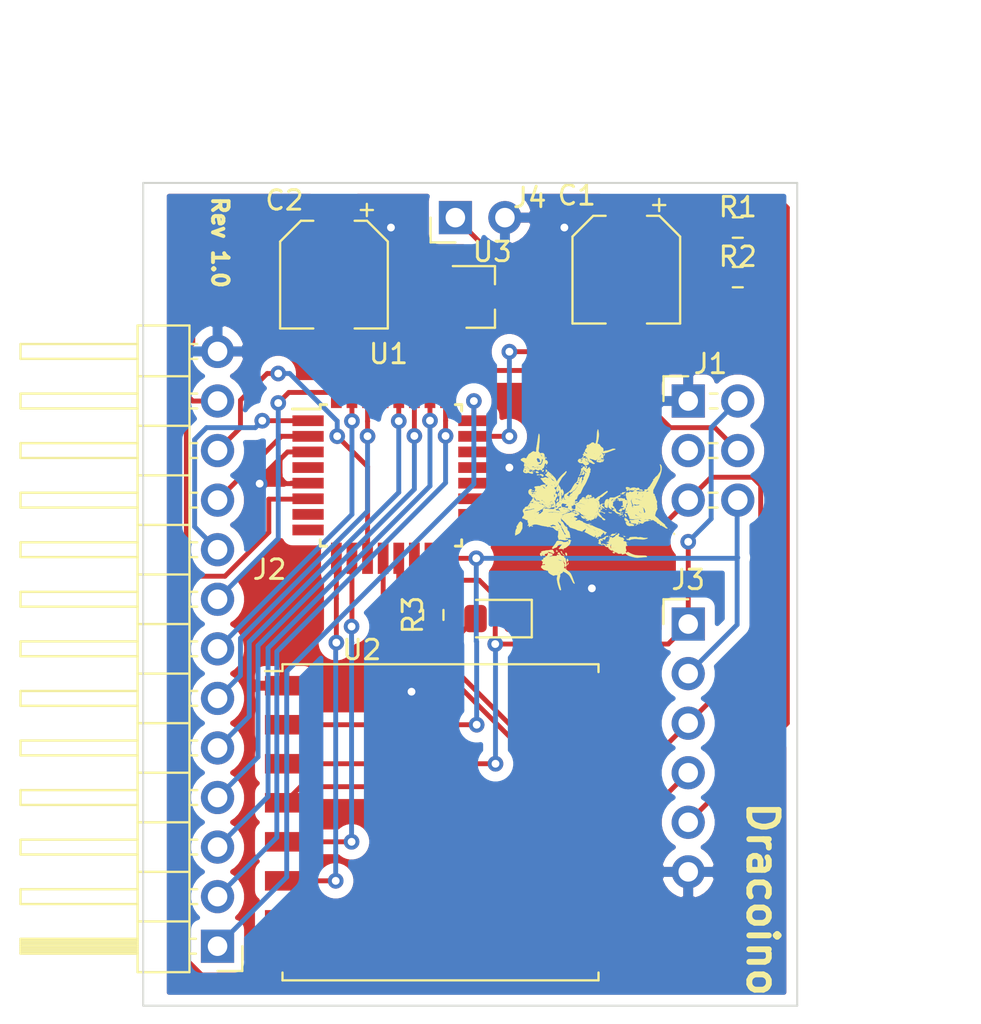
<source format=kicad_pcb>
(kicad_pcb (version 20171130) (host pcbnew 5.1.10)

  (general
    (thickness 1.6)
    (drawings 8)
    (tracks 241)
    (zones 0)
    (modules 14)
    (nets 38)
  )

  (page A4)
  (layers
    (0 F.Cu signal)
    (31 B.Cu signal)
    (32 B.Adhes user)
    (33 F.Adhes user)
    (34 B.Paste user)
    (35 F.Paste user)
    (36 B.SilkS user)
    (37 F.SilkS user)
    (38 B.Mask user)
    (39 F.Mask user)
    (40 Dwgs.User user)
    (41 Cmts.User user)
    (42 Eco1.User user)
    (43 Eco2.User user)
    (44 Edge.Cuts user)
    (45 Margin user)
    (46 B.CrtYd user)
    (47 F.CrtYd user)
    (48 B.Fab user)
    (49 F.Fab user)
  )

  (setup
    (last_trace_width 0.25)
    (trace_clearance 0.2)
    (zone_clearance 0.508)
    (zone_45_only no)
    (trace_min 0.2)
    (via_size 0.8)
    (via_drill 0.4)
    (via_min_size 0.4)
    (via_min_drill 0.3)
    (uvia_size 0.3)
    (uvia_drill 0.1)
    (uvias_allowed no)
    (uvia_min_size 0.2)
    (uvia_min_drill 0.1)
    (edge_width 0.1)
    (segment_width 0.2)
    (pcb_text_width 0.3)
    (pcb_text_size 1.5 1.5)
    (mod_edge_width 0.15)
    (mod_text_size 1 1)
    (mod_text_width 0.15)
    (pad_size 2 1)
    (pad_drill 0)
    (pad_to_mask_clearance 0)
    (aux_axis_origin 0 0)
    (visible_elements FFFFFFFF)
    (pcbplotparams
      (layerselection 0x010fc_ffffffff)
      (usegerberextensions false)
      (usegerberattributes true)
      (usegerberadvancedattributes true)
      (creategerberjobfile true)
      (excludeedgelayer true)
      (linewidth 0.100000)
      (plotframeref false)
      (viasonmask false)
      (mode 1)
      (useauxorigin false)
      (hpglpennumber 1)
      (hpglpenspeed 20)
      (hpglpendiameter 15.000000)
      (psnegative false)
      (psa4output false)
      (plotreference true)
      (plotvalue true)
      (plotinvisibletext false)
      (padsonsilk false)
      (subtractmaskfromsilk false)
      (outputformat 1)
      (mirror false)
      (drillshape 1)
      (scaleselection 1)
      (outputdirectory ""))
  )

  (net 0 "")
  (net 1 GND)
  (net 2 +BATT)
  (net 3 VCC)
  (net 4 MISO)
  (net 5 SCK)
  (net 6 AVR_RST)
  (net 7 "Net-(J1-Pad3)")
  (net 8 MOSI)
  (net 9 digital_7)
  (net 10 digital_4)
  (net 11 digital_3)
  (net 12 digital_2)
  (net 13 digital_1)
  (net 14 digital_0)
  (net 15 analog_5)
  (net 16 analog_4)
  (net 17 analog_3)
  (net 18 analog_2)
  (net 19 analog_1)
  (net 20 "Net-(LED_BUILTIN1-Pad2)")
  (net 21 "Net-(R1-Pad2)")
  (net 22 "Net-(R3-Pad2)")
  (net 23 "Net-(U1-Pad22)")
  (net 24 "Net-(U1-Pad20)")
  (net 25 "Net-(U1-Pad19)")
  (net 26 "Net-(U1-Pad18)")
  (net 27 "Net-(U1-Pad13)")
  (net 28 "Net-(U1-Pad12)")
  (net 29 RFM95_NSS)
  (net 30 RFM95_RST)
  (net 31 "Net-(U1-Pad8)")
  (net 32 "Net-(U1-Pad7)")
  (net 33 "Net-(U2-Pad16)")
  (net 34 "Net-(U2-Pad12)")
  (net 35 "Net-(U2-Pad11)")
  (net 36 "Net-(U2-Pad7)")
  (net 37 "Net-(U2-Pad9)")

  (net_class Default "Dies ist die voreingestellte Netzklasse."
    (clearance 0.2)
    (trace_width 0.25)
    (via_dia 0.8)
    (via_drill 0.4)
    (uvia_dia 0.3)
    (uvia_drill 0.1)
    (add_net +BATT)
    (add_net AVR_RST)
    (add_net GND)
    (add_net MISO)
    (add_net MOSI)
    (add_net "Net-(J1-Pad3)")
    (add_net "Net-(LED_BUILTIN1-Pad2)")
    (add_net "Net-(R1-Pad2)")
    (add_net "Net-(R3-Pad2)")
    (add_net "Net-(U1-Pad12)")
    (add_net "Net-(U1-Pad13)")
    (add_net "Net-(U1-Pad18)")
    (add_net "Net-(U1-Pad19)")
    (add_net "Net-(U1-Pad20)")
    (add_net "Net-(U1-Pad22)")
    (add_net "Net-(U1-Pad7)")
    (add_net "Net-(U1-Pad8)")
    (add_net "Net-(U2-Pad11)")
    (add_net "Net-(U2-Pad12)")
    (add_net "Net-(U2-Pad16)")
    (add_net "Net-(U2-Pad7)")
    (add_net "Net-(U2-Pad9)")
    (add_net RFM95_NSS)
    (add_net RFM95_RST)
    (add_net SCK)
    (add_net VCC)
    (add_net analog_1)
    (add_net analog_2)
    (add_net analog_3)
    (add_net analog_4)
    (add_net analog_5)
    (add_net digital_0)
    (add_net digital_1)
    (add_net digital_2)
    (add_net digital_3)
    (add_net digital_4)
    (add_net digital_7)
  )

  (module Resistor_SMD:R_0603_1608Metric_Pad0.98x0.95mm_HandSolder (layer F.Cu) (tedit 5F68FEEE) (tstamp 6068F335)
    (at 25.02916 33.82264 90)
    (descr "Resistor SMD 0603 (1608 Metric), square (rectangular) end terminal, IPC_7351 nominal with elongated pad for handsoldering. (Body size source: IPC-SM-782 page 72, https://www.pcb-3d.com/wordpress/wp-content/uploads/ipc-sm-782a_amendment_1_and_2.pdf), generated with kicad-footprint-generator")
    (tags "resistor handsolder")
    (path /6067D559)
    (attr smd)
    (fp_text reference R3 (at 0 -1.05 90) (layer F.SilkS)
      (effects (font (size 1 1) (thickness 0.15)))
    )
    (fp_text value 65R (at 0 1.05 90) (layer F.Fab)
      (effects (font (size 1 1) (thickness 0.15)))
    )
    (fp_line (start -0.8 0.4125) (end -0.8 -0.4125) (layer F.Fab) (width 0.1))
    (fp_line (start -0.8 -0.4125) (end 0.8 -0.4125) (layer F.Fab) (width 0.1))
    (fp_line (start 0.8 -0.4125) (end 0.8 0.4125) (layer F.Fab) (width 0.1))
    (fp_line (start 0.8 0.4125) (end -0.8 0.4125) (layer F.Fab) (width 0.1))
    (fp_line (start -0.254724 -0.5225) (end 0.254724 -0.5225) (layer F.SilkS) (width 0.12))
    (fp_line (start -0.254724 0.5225) (end 0.254724 0.5225) (layer F.SilkS) (width 0.12))
    (fp_line (start -1.65 0.73) (end -1.65 -0.73) (layer F.CrtYd) (width 0.05))
    (fp_line (start -1.65 -0.73) (end 1.65 -0.73) (layer F.CrtYd) (width 0.05))
    (fp_line (start 1.65 -0.73) (end 1.65 0.73) (layer F.CrtYd) (width 0.05))
    (fp_line (start 1.65 0.73) (end -1.65 0.73) (layer F.CrtYd) (width 0.05))
    (fp_text user %R (at 0 -0.68 90) (layer F.Fab)
      (effects (font (size 0.25 0.25) (thickness 0.04)))
    )
    (pad 2 smd roundrect (at 0.9125 0 90) (size 0.975 0.95) (layers F.Cu F.Paste F.Mask) (roundrect_rratio 0.25)
      (net 22 "Net-(R3-Pad2)"))
    (pad 1 smd roundrect (at -0.9125 0 90) (size 0.975 0.95) (layers F.Cu F.Paste F.Mask) (roundrect_rratio 0.25)
      (net 20 "Net-(LED_BUILTIN1-Pad2)"))
    (model ${KISYS3DMOD}/Resistor_SMD.3dshapes/R_0603_1608Metric.wrl
      (at (xyz 0 0 0))
      (scale (xyz 1 1 1))
      (rotate (xyz 0 0 0))
    )
  )

  (module Resistor_SMD:R_0603_1608Metric_Pad0.98x0.95mm_HandSolder (layer F.Cu) (tedit 5F68FEEE) (tstamp 6068F324)
    (at 40.64 16.51)
    (descr "Resistor SMD 0603 (1608 Metric), square (rectangular) end terminal, IPC_7351 nominal with elongated pad for handsoldering. (Body size source: IPC-SM-782 page 72, https://www.pcb-3d.com/wordpress/wp-content/uploads/ipc-sm-782a_amendment_1_and_2.pdf), generated with kicad-footprint-generator")
    (tags "resistor handsolder")
    (path /60573CB2)
    (attr smd)
    (fp_text reference R2 (at 0 -1.05) (layer F.SilkS)
      (effects (font (size 1 1) (thickness 0.15)))
    )
    (fp_text value 2M (at 0 1.05) (layer F.Fab)
      (effects (font (size 1 1) (thickness 0.15)))
    )
    (fp_line (start -0.8 0.4125) (end -0.8 -0.4125) (layer F.Fab) (width 0.1))
    (fp_line (start -0.8 -0.4125) (end 0.8 -0.4125) (layer F.Fab) (width 0.1))
    (fp_line (start 0.8 -0.4125) (end 0.8 0.4125) (layer F.Fab) (width 0.1))
    (fp_line (start 0.8 0.4125) (end -0.8 0.4125) (layer F.Fab) (width 0.1))
    (fp_line (start -0.254724 -0.5225) (end 0.254724 -0.5225) (layer F.SilkS) (width 0.12))
    (fp_line (start -0.254724 0.5225) (end 0.254724 0.5225) (layer F.SilkS) (width 0.12))
    (fp_line (start -1.65 0.73) (end -1.65 -0.73) (layer F.CrtYd) (width 0.05))
    (fp_line (start -1.65 -0.73) (end 1.65 -0.73) (layer F.CrtYd) (width 0.05))
    (fp_line (start 1.65 -0.73) (end 1.65 0.73) (layer F.CrtYd) (width 0.05))
    (fp_line (start 1.65 0.73) (end -1.65 0.73) (layer F.CrtYd) (width 0.05))
    (fp_text user %R (at 0 -0.68) (layer F.Fab)
      (effects (font (size 0.25 0.25) (thickness 0.04)))
    )
    (pad 2 smd roundrect (at 0.9125 0) (size 0.975 0.95) (layers F.Cu F.Paste F.Mask) (roundrect_rratio 0.25)
      (net 21 "Net-(R1-Pad2)"))
    (pad 1 smd roundrect (at -0.9125 0) (size 0.975 0.95) (layers F.Cu F.Paste F.Mask) (roundrect_rratio 0.25)
      (net 1 GND))
    (model ${KISYS3DMOD}/Resistor_SMD.3dshapes/R_0603_1608Metric.wrl
      (at (xyz 0 0 0))
      (scale (xyz 1 1 1))
      (rotate (xyz 0 0 0))
    )
  )

  (module Resistor_SMD:R_0603_1608Metric_Pad0.98x0.95mm_HandSolder (layer F.Cu) (tedit 5F68FEEE) (tstamp 6068F313)
    (at 40.64 13.97)
    (descr "Resistor SMD 0603 (1608 Metric), square (rectangular) end terminal, IPC_7351 nominal with elongated pad for handsoldering. (Body size source: IPC-SM-782 page 72, https://www.pcb-3d.com/wordpress/wp-content/uploads/ipc-sm-782a_amendment_1_and_2.pdf), generated with kicad-footprint-generator")
    (tags "resistor handsolder")
    (path /6057341C)
    (attr smd)
    (fp_text reference R1 (at 0 -1.05) (layer F.SilkS)
      (effects (font (size 1 1) (thickness 0.15)))
    )
    (fp_text value 1M (at 0 1.05) (layer F.Fab)
      (effects (font (size 1 1) (thickness 0.15)))
    )
    (fp_line (start -0.8 0.4125) (end -0.8 -0.4125) (layer F.Fab) (width 0.1))
    (fp_line (start -0.8 -0.4125) (end 0.8 -0.4125) (layer F.Fab) (width 0.1))
    (fp_line (start 0.8 -0.4125) (end 0.8 0.4125) (layer F.Fab) (width 0.1))
    (fp_line (start 0.8 0.4125) (end -0.8 0.4125) (layer F.Fab) (width 0.1))
    (fp_line (start -0.254724 -0.5225) (end 0.254724 -0.5225) (layer F.SilkS) (width 0.12))
    (fp_line (start -0.254724 0.5225) (end 0.254724 0.5225) (layer F.SilkS) (width 0.12))
    (fp_line (start -1.65 0.73) (end -1.65 -0.73) (layer F.CrtYd) (width 0.05))
    (fp_line (start -1.65 -0.73) (end 1.65 -0.73) (layer F.CrtYd) (width 0.05))
    (fp_line (start 1.65 -0.73) (end 1.65 0.73) (layer F.CrtYd) (width 0.05))
    (fp_line (start 1.65 0.73) (end -1.65 0.73) (layer F.CrtYd) (width 0.05))
    (fp_text user %R (at 0 -0.68) (layer F.Fab)
      (effects (font (size 0.25 0.25) (thickness 0.04)))
    )
    (pad 2 smd roundrect (at 0.9125 0) (size 0.975 0.95) (layers F.Cu F.Paste F.Mask) (roundrect_rratio 0.25)
      (net 21 "Net-(R1-Pad2)"))
    (pad 1 smd roundrect (at -0.9125 0) (size 0.975 0.95) (layers F.Cu F.Paste F.Mask) (roundrect_rratio 0.25)
      (net 2 +BATT))
    (model ${KISYS3DMOD}/Resistor_SMD.3dshapes/R_0603_1608Metric.wrl
      (at (xyz 0 0 0))
      (scale (xyz 1 1 1))
      (rotate (xyz 0 0 0))
    )
  )

  (module LED_SMD:LED_0805_2012Metric_Pad1.15x1.40mm_HandSolder (layer F.Cu) (tedit 5F68FEF1) (tstamp 6068F302)
    (at 28.2194 34.0106 180)
    (descr "LED SMD 0805 (2012 Metric), square (rectangular) end terminal, IPC_7351 nominal, (Body size source: https://docs.google.com/spreadsheets/d/1BsfQQcO9C6DZCsRaXUlFlo91Tg2WpOkGARC1WS5S8t0/edit?usp=sharing), generated with kicad-footprint-generator")
    (tags "LED handsolder")
    (path /6067F313)
    (attr smd)
    (fp_text reference LED_BUILTIN1 (at 0 -1.65) (layer F.SilkS) hide
      (effects (font (size 1 1) (thickness 0.15)))
    )
    (fp_text value LED (at 0 1.65) (layer F.Fab)
      (effects (font (size 1 1) (thickness 0.15)))
    )
    (fp_line (start 1.85 0.95) (end -1.85 0.95) (layer F.CrtYd) (width 0.05))
    (fp_line (start 1.85 -0.95) (end 1.85 0.95) (layer F.CrtYd) (width 0.05))
    (fp_line (start -1.85 -0.95) (end 1.85 -0.95) (layer F.CrtYd) (width 0.05))
    (fp_line (start -1.85 0.95) (end -1.85 -0.95) (layer F.CrtYd) (width 0.05))
    (fp_line (start -1.86 0.96) (end 1 0.96) (layer F.SilkS) (width 0.12))
    (fp_line (start -1.86 -0.96) (end -1.86 0.96) (layer F.SilkS) (width 0.12))
    (fp_line (start 1 -0.96) (end -1.86 -0.96) (layer F.SilkS) (width 0.12))
    (fp_line (start 1 0.6) (end 1 -0.6) (layer F.Fab) (width 0.1))
    (fp_line (start -1 0.6) (end 1 0.6) (layer F.Fab) (width 0.1))
    (fp_line (start -1 -0.3) (end -1 0.6) (layer F.Fab) (width 0.1))
    (fp_line (start -0.7 -0.6) (end -1 -0.3) (layer F.Fab) (width 0.1))
    (fp_line (start 1 -0.6) (end -0.7 -0.6) (layer F.Fab) (width 0.1))
    (fp_text user %R (at 0 0) (layer F.Fab)
      (effects (font (size 0.5 0.5) (thickness 0.08)))
    )
    (pad 2 smd roundrect (at 1.025 0 180) (size 1.15 1.4) (layers F.Cu F.Paste F.Mask) (roundrect_rratio 0.217391)
      (net 20 "Net-(LED_BUILTIN1-Pad2)"))
    (pad 1 smd roundrect (at -1.025 0 180) (size 1.15 1.4) (layers F.Cu F.Paste F.Mask) (roundrect_rratio 0.217391)
      (net 1 GND))
    (model ${KISYS3DMOD}/LED_SMD.3dshapes/LED_0805_2012Metric.wrl
      (at (xyz 0 0 0))
      (scale (xyz 1 1 1))
      (rotate (xyz 0 0 0))
    )
  )

  (module Capacitor_SMD:CP_Elec_5x5.3 (layer F.Cu) (tedit 5BCA39CF) (tstamp 6068F157)
    (at 19.939 16.383 270)
    (descr "SMD capacitor, aluminum electrolytic, Nichicon, 5.0x5.3mm")
    (tags "capacitor electrolytic")
    (path /6050ED13)
    (attr smd)
    (fp_text reference C2 (at -3.81 2.54 180) (layer F.SilkS)
      (effects (font (size 1 1) (thickness 0.15)))
    )
    (fp_text value 1yF (at 0 3.7 90) (layer F.Fab)
      (effects (font (size 1 1) (thickness 0.15)))
    )
    (fp_line (start -3.95 1.05) (end -2.9 1.05) (layer F.CrtYd) (width 0.05))
    (fp_line (start -3.95 -1.05) (end -3.95 1.05) (layer F.CrtYd) (width 0.05))
    (fp_line (start -2.9 -1.05) (end -3.95 -1.05) (layer F.CrtYd) (width 0.05))
    (fp_line (start -2.9 1.05) (end -2.9 1.75) (layer F.CrtYd) (width 0.05))
    (fp_line (start -2.9 -1.75) (end -2.9 -1.05) (layer F.CrtYd) (width 0.05))
    (fp_line (start -2.9 -1.75) (end -1.75 -2.9) (layer F.CrtYd) (width 0.05))
    (fp_line (start -2.9 1.75) (end -1.75 2.9) (layer F.CrtYd) (width 0.05))
    (fp_line (start -1.75 -2.9) (end 2.9 -2.9) (layer F.CrtYd) (width 0.05))
    (fp_line (start -1.75 2.9) (end 2.9 2.9) (layer F.CrtYd) (width 0.05))
    (fp_line (start 2.9 1.05) (end 2.9 2.9) (layer F.CrtYd) (width 0.05))
    (fp_line (start 3.95 1.05) (end 2.9 1.05) (layer F.CrtYd) (width 0.05))
    (fp_line (start 3.95 -1.05) (end 3.95 1.05) (layer F.CrtYd) (width 0.05))
    (fp_line (start 2.9 -1.05) (end 3.95 -1.05) (layer F.CrtYd) (width 0.05))
    (fp_line (start 2.9 -2.9) (end 2.9 -1.05) (layer F.CrtYd) (width 0.05))
    (fp_line (start -3.3125 -1.9975) (end -3.3125 -1.3725) (layer F.SilkS) (width 0.12))
    (fp_line (start -3.625 -1.685) (end -3 -1.685) (layer F.SilkS) (width 0.12))
    (fp_line (start -2.76 1.695563) (end -1.695563 2.76) (layer F.SilkS) (width 0.12))
    (fp_line (start -2.76 -1.695563) (end -1.695563 -2.76) (layer F.SilkS) (width 0.12))
    (fp_line (start -2.76 -1.695563) (end -2.76 -1.06) (layer F.SilkS) (width 0.12))
    (fp_line (start -2.76 1.695563) (end -2.76 1.06) (layer F.SilkS) (width 0.12))
    (fp_line (start -1.695563 2.76) (end 2.76 2.76) (layer F.SilkS) (width 0.12))
    (fp_line (start -1.695563 -2.76) (end 2.76 -2.76) (layer F.SilkS) (width 0.12))
    (fp_line (start 2.76 -2.76) (end 2.76 -1.06) (layer F.SilkS) (width 0.12))
    (fp_line (start 2.76 2.76) (end 2.76 1.06) (layer F.SilkS) (width 0.12))
    (fp_line (start -1.783956 -1.45) (end -1.783956 -0.95) (layer F.Fab) (width 0.1))
    (fp_line (start -2.033956 -1.2) (end -1.533956 -1.2) (layer F.Fab) (width 0.1))
    (fp_line (start -2.65 1.65) (end -1.65 2.65) (layer F.Fab) (width 0.1))
    (fp_line (start -2.65 -1.65) (end -1.65 -2.65) (layer F.Fab) (width 0.1))
    (fp_line (start -2.65 -1.65) (end -2.65 1.65) (layer F.Fab) (width 0.1))
    (fp_line (start -1.65 2.65) (end 2.65 2.65) (layer F.Fab) (width 0.1))
    (fp_line (start -1.65 -2.65) (end 2.65 -2.65) (layer F.Fab) (width 0.1))
    (fp_line (start 2.65 -2.65) (end 2.65 2.65) (layer F.Fab) (width 0.1))
    (fp_circle (center 0 0) (end 2.5 0) (layer F.Fab) (width 0.1))
    (fp_text user %R (at -3.81 2.54 180) (layer F.Fab)
      (effects (font (size 1 1) (thickness 0.15)))
    )
    (pad 2 smd roundrect (at 2.2 0 270) (size 3 1.6) (layers F.Cu F.Paste F.Mask) (roundrect_rratio 0.15625)
      (net 1 GND))
    (pad 1 smd roundrect (at -2.2 0 270) (size 3 1.6) (layers F.Cu F.Paste F.Mask) (roundrect_rratio 0.15625)
      (net 3 VCC))
    (model ${KISYS3DMOD}/Capacitor_SMD.3dshapes/CP_Elec_5x5.3.wrl
      (at (xyz 0 0 0))
      (scale (xyz 1 1 1))
      (rotate (xyz 0 0 0))
    )
  )

  (module Capacitor_SMD:CP_Elec_5x5.3 (layer F.Cu) (tedit 5BCA39CF) (tstamp 6068F133)
    (at 34.925 16.129 270)
    (descr "SMD capacitor, aluminum electrolytic, Nichicon, 5.0x5.3mm")
    (tags "capacitor electrolytic")
    (path /6050E652)
    (attr smd)
    (fp_text reference C1 (at -3.81 2.54 180) (layer F.SilkS)
      (effects (font (size 1 1) (thickness 0.15)))
    )
    (fp_text value 1yF (at 0 3.7 90) (layer F.Fab)
      (effects (font (size 1 1) (thickness 0.15)))
    )
    (fp_line (start -3.95 1.05) (end -2.9 1.05) (layer F.CrtYd) (width 0.05))
    (fp_line (start -3.95 -1.05) (end -3.95 1.05) (layer F.CrtYd) (width 0.05))
    (fp_line (start -2.9 -1.05) (end -3.95 -1.05) (layer F.CrtYd) (width 0.05))
    (fp_line (start -2.9 1.05) (end -2.9 1.75) (layer F.CrtYd) (width 0.05))
    (fp_line (start -2.9 -1.75) (end -2.9 -1.05) (layer F.CrtYd) (width 0.05))
    (fp_line (start -2.9 -1.75) (end -1.75 -2.9) (layer F.CrtYd) (width 0.05))
    (fp_line (start -2.9 1.75) (end -1.75 2.9) (layer F.CrtYd) (width 0.05))
    (fp_line (start -1.75 -2.9) (end 2.9 -2.9) (layer F.CrtYd) (width 0.05))
    (fp_line (start -1.75 2.9) (end 2.9 2.9) (layer F.CrtYd) (width 0.05))
    (fp_line (start 2.9 1.05) (end 2.9 2.9) (layer F.CrtYd) (width 0.05))
    (fp_line (start 3.95 1.05) (end 2.9 1.05) (layer F.CrtYd) (width 0.05))
    (fp_line (start 3.95 -1.05) (end 3.95 1.05) (layer F.CrtYd) (width 0.05))
    (fp_line (start 2.9 -1.05) (end 3.95 -1.05) (layer F.CrtYd) (width 0.05))
    (fp_line (start 2.9 -2.9) (end 2.9 -1.05) (layer F.CrtYd) (width 0.05))
    (fp_line (start -3.3125 -1.9975) (end -3.3125 -1.3725) (layer F.SilkS) (width 0.12))
    (fp_line (start -3.625 -1.685) (end -3 -1.685) (layer F.SilkS) (width 0.12))
    (fp_line (start -2.76 1.695563) (end -1.695563 2.76) (layer F.SilkS) (width 0.12))
    (fp_line (start -2.76 -1.695563) (end -1.695563 -2.76) (layer F.SilkS) (width 0.12))
    (fp_line (start -2.76 -1.695563) (end -2.76 -1.06) (layer F.SilkS) (width 0.12))
    (fp_line (start -2.76 1.695563) (end -2.76 1.06) (layer F.SilkS) (width 0.12))
    (fp_line (start -1.695563 2.76) (end 2.76 2.76) (layer F.SilkS) (width 0.12))
    (fp_line (start -1.695563 -2.76) (end 2.76 -2.76) (layer F.SilkS) (width 0.12))
    (fp_line (start 2.76 -2.76) (end 2.76 -1.06) (layer F.SilkS) (width 0.12))
    (fp_line (start 2.76 2.76) (end 2.76 1.06) (layer F.SilkS) (width 0.12))
    (fp_line (start -1.783956 -1.45) (end -1.783956 -0.95) (layer F.Fab) (width 0.1))
    (fp_line (start -2.033956 -1.2) (end -1.533956 -1.2) (layer F.Fab) (width 0.1))
    (fp_line (start -2.65 1.65) (end -1.65 2.65) (layer F.Fab) (width 0.1))
    (fp_line (start -2.65 -1.65) (end -1.65 -2.65) (layer F.Fab) (width 0.1))
    (fp_line (start -2.65 -1.65) (end -2.65 1.65) (layer F.Fab) (width 0.1))
    (fp_line (start -1.65 2.65) (end 2.65 2.65) (layer F.Fab) (width 0.1))
    (fp_line (start -1.65 -2.65) (end 2.65 -2.65) (layer F.Fab) (width 0.1))
    (fp_line (start 2.65 -2.65) (end 2.65 2.65) (layer F.Fab) (width 0.1))
    (fp_circle (center 0 0) (end 2.5 0) (layer F.Fab) (width 0.1))
    (fp_text user %R (at 0.16764 3.55092 90) (layer F.Fab)
      (effects (font (size 1 1) (thickness 0.15)))
    )
    (pad 2 smd roundrect (at 2.2 0 270) (size 3 1.6) (layers F.Cu F.Paste F.Mask) (roundrect_rratio 0.15625)
      (net 1 GND))
    (pad 1 smd roundrect (at -2.2 0 270) (size 3 1.6) (layers F.Cu F.Paste F.Mask) (roundrect_rratio 0.15625)
      (net 2 +BATT))
    (model ${KISYS3DMOD}/Capacitor_SMD.3dshapes/CP_Elec_5x5.3.wrl
      (at (xyz 0 0 0))
      (scale (xyz 1 1 1))
      (rotate (xyz 0 0 0))
    )
  )

  (module Connector_PinHeader_2.54mm:PinHeader_1x13_P2.54mm_Horizontal (layer F.Cu) (tedit 59FED5CB) (tstamp 6068F255)
    (at 13.97 50.8 180)
    (descr "Through hole angled pin header, 1x13, 2.54mm pitch, 6mm pin length, single row")
    (tags "Through hole angled pin header THT 1x13 2.54mm single row")
    (path /60691D44)
    (fp_text reference J2 (at -2.667 19.304) (layer F.SilkS)
      (effects (font (size 1 1) (thickness 0.15)))
    )
    (fp_text value Conn_01x13_Male (at 4.385 32.75) (layer F.Fab)
      (effects (font (size 1 1) (thickness 0.15)))
    )
    (fp_line (start 10.55 -1.8) (end -1.8 -1.8) (layer F.CrtYd) (width 0.05))
    (fp_line (start 10.55 32.25) (end 10.55 -1.8) (layer F.CrtYd) (width 0.05))
    (fp_line (start -1.8 32.25) (end 10.55 32.25) (layer F.CrtYd) (width 0.05))
    (fp_line (start -1.8 -1.8) (end -1.8 32.25) (layer F.CrtYd) (width 0.05))
    (fp_line (start -1.27 -1.27) (end 0 -1.27) (layer F.SilkS) (width 0.12))
    (fp_line (start -1.27 0) (end -1.27 -1.27) (layer F.SilkS) (width 0.12))
    (fp_line (start 1.042929 30.86) (end 1.44 30.86) (layer F.SilkS) (width 0.12))
    (fp_line (start 1.042929 30.1) (end 1.44 30.1) (layer F.SilkS) (width 0.12))
    (fp_line (start 10.1 30.86) (end 4.1 30.86) (layer F.SilkS) (width 0.12))
    (fp_line (start 10.1 30.1) (end 10.1 30.86) (layer F.SilkS) (width 0.12))
    (fp_line (start 4.1 30.1) (end 10.1 30.1) (layer F.SilkS) (width 0.12))
    (fp_line (start 1.44 29.21) (end 4.1 29.21) (layer F.SilkS) (width 0.12))
    (fp_line (start 1.042929 28.32) (end 1.44 28.32) (layer F.SilkS) (width 0.12))
    (fp_line (start 1.042929 27.56) (end 1.44 27.56) (layer F.SilkS) (width 0.12))
    (fp_line (start 10.1 28.32) (end 4.1 28.32) (layer F.SilkS) (width 0.12))
    (fp_line (start 10.1 27.56) (end 10.1 28.32) (layer F.SilkS) (width 0.12))
    (fp_line (start 4.1 27.56) (end 10.1 27.56) (layer F.SilkS) (width 0.12))
    (fp_line (start 1.44 26.67) (end 4.1 26.67) (layer F.SilkS) (width 0.12))
    (fp_line (start 1.042929 25.78) (end 1.44 25.78) (layer F.SilkS) (width 0.12))
    (fp_line (start 1.042929 25.02) (end 1.44 25.02) (layer F.SilkS) (width 0.12))
    (fp_line (start 10.1 25.78) (end 4.1 25.78) (layer F.SilkS) (width 0.12))
    (fp_line (start 10.1 25.02) (end 10.1 25.78) (layer F.SilkS) (width 0.12))
    (fp_line (start 4.1 25.02) (end 10.1 25.02) (layer F.SilkS) (width 0.12))
    (fp_line (start 1.44 24.13) (end 4.1 24.13) (layer F.SilkS) (width 0.12))
    (fp_line (start 1.042929 23.24) (end 1.44 23.24) (layer F.SilkS) (width 0.12))
    (fp_line (start 1.042929 22.48) (end 1.44 22.48) (layer F.SilkS) (width 0.12))
    (fp_line (start 10.1 23.24) (end 4.1 23.24) (layer F.SilkS) (width 0.12))
    (fp_line (start 10.1 22.48) (end 10.1 23.24) (layer F.SilkS) (width 0.12))
    (fp_line (start 4.1 22.48) (end 10.1 22.48) (layer F.SilkS) (width 0.12))
    (fp_line (start 1.44 21.59) (end 4.1 21.59) (layer F.SilkS) (width 0.12))
    (fp_line (start 1.042929 20.7) (end 1.44 20.7) (layer F.SilkS) (width 0.12))
    (fp_line (start 1.042929 19.94) (end 1.44 19.94) (layer F.SilkS) (width 0.12))
    (fp_line (start 10.1 20.7) (end 4.1 20.7) (layer F.SilkS) (width 0.12))
    (fp_line (start 10.1 19.94) (end 10.1 20.7) (layer F.SilkS) (width 0.12))
    (fp_line (start 4.1 19.94) (end 10.1 19.94) (layer F.SilkS) (width 0.12))
    (fp_line (start 1.44 19.05) (end 4.1 19.05) (layer F.SilkS) (width 0.12))
    (fp_line (start 1.042929 18.16) (end 1.44 18.16) (layer F.SilkS) (width 0.12))
    (fp_line (start 1.042929 17.4) (end 1.44 17.4) (layer F.SilkS) (width 0.12))
    (fp_line (start 10.1 18.16) (end 4.1 18.16) (layer F.SilkS) (width 0.12))
    (fp_line (start 10.1 17.4) (end 10.1 18.16) (layer F.SilkS) (width 0.12))
    (fp_line (start 4.1 17.4) (end 10.1 17.4) (layer F.SilkS) (width 0.12))
    (fp_line (start 1.44 16.51) (end 4.1 16.51) (layer F.SilkS) (width 0.12))
    (fp_line (start 1.042929 15.62) (end 1.44 15.62) (layer F.SilkS) (width 0.12))
    (fp_line (start 1.042929 14.86) (end 1.44 14.86) (layer F.SilkS) (width 0.12))
    (fp_line (start 10.1 15.62) (end 4.1 15.62) (layer F.SilkS) (width 0.12))
    (fp_line (start 10.1 14.86) (end 10.1 15.62) (layer F.SilkS) (width 0.12))
    (fp_line (start 4.1 14.86) (end 10.1 14.86) (layer F.SilkS) (width 0.12))
    (fp_line (start 1.44 13.97) (end 4.1 13.97) (layer F.SilkS) (width 0.12))
    (fp_line (start 1.042929 13.08) (end 1.44 13.08) (layer F.SilkS) (width 0.12))
    (fp_line (start 1.042929 12.32) (end 1.44 12.32) (layer F.SilkS) (width 0.12))
    (fp_line (start 10.1 13.08) (end 4.1 13.08) (layer F.SilkS) (width 0.12))
    (fp_line (start 10.1 12.32) (end 10.1 13.08) (layer F.SilkS) (width 0.12))
    (fp_line (start 4.1 12.32) (end 10.1 12.32) (layer F.SilkS) (width 0.12))
    (fp_line (start 1.44 11.43) (end 4.1 11.43) (layer F.SilkS) (width 0.12))
    (fp_line (start 1.042929 10.54) (end 1.44 10.54) (layer F.SilkS) (width 0.12))
    (fp_line (start 1.042929 9.78) (end 1.44 9.78) (layer F.SilkS) (width 0.12))
    (fp_line (start 10.1 10.54) (end 4.1 10.54) (layer F.SilkS) (width 0.12))
    (fp_line (start 10.1 9.78) (end 10.1 10.54) (layer F.SilkS) (width 0.12))
    (fp_line (start 4.1 9.78) (end 10.1 9.78) (layer F.SilkS) (width 0.12))
    (fp_line (start 1.44 8.89) (end 4.1 8.89) (layer F.SilkS) (width 0.12))
    (fp_line (start 1.042929 8) (end 1.44 8) (layer F.SilkS) (width 0.12))
    (fp_line (start 1.042929 7.24) (end 1.44 7.24) (layer F.SilkS) (width 0.12))
    (fp_line (start 10.1 8) (end 4.1 8) (layer F.SilkS) (width 0.12))
    (fp_line (start 10.1 7.24) (end 10.1 8) (layer F.SilkS) (width 0.12))
    (fp_line (start 4.1 7.24) (end 10.1 7.24) (layer F.SilkS) (width 0.12))
    (fp_line (start 1.44 6.35) (end 4.1 6.35) (layer F.SilkS) (width 0.12))
    (fp_line (start 1.042929 5.46) (end 1.44 5.46) (layer F.SilkS) (width 0.12))
    (fp_line (start 1.042929 4.7) (end 1.44 4.7) (layer F.SilkS) (width 0.12))
    (fp_line (start 10.1 5.46) (end 4.1 5.46) (layer F.SilkS) (width 0.12))
    (fp_line (start 10.1 4.7) (end 10.1 5.46) (layer F.SilkS) (width 0.12))
    (fp_line (start 4.1 4.7) (end 10.1 4.7) (layer F.SilkS) (width 0.12))
    (fp_line (start 1.44 3.81) (end 4.1 3.81) (layer F.SilkS) (width 0.12))
    (fp_line (start 1.042929 2.92) (end 1.44 2.92) (layer F.SilkS) (width 0.12))
    (fp_line (start 1.042929 2.16) (end 1.44 2.16) (layer F.SilkS) (width 0.12))
    (fp_line (start 10.1 2.92) (end 4.1 2.92) (layer F.SilkS) (width 0.12))
    (fp_line (start 10.1 2.16) (end 10.1 2.92) (layer F.SilkS) (width 0.12))
    (fp_line (start 4.1 2.16) (end 10.1 2.16) (layer F.SilkS) (width 0.12))
    (fp_line (start 1.44 1.27) (end 4.1 1.27) (layer F.SilkS) (width 0.12))
    (fp_line (start 1.11 0.38) (end 1.44 0.38) (layer F.SilkS) (width 0.12))
    (fp_line (start 1.11 -0.38) (end 1.44 -0.38) (layer F.SilkS) (width 0.12))
    (fp_line (start 4.1 0.28) (end 10.1 0.28) (layer F.SilkS) (width 0.12))
    (fp_line (start 4.1 0.16) (end 10.1 0.16) (layer F.SilkS) (width 0.12))
    (fp_line (start 4.1 0.04) (end 10.1 0.04) (layer F.SilkS) (width 0.12))
    (fp_line (start 4.1 -0.08) (end 10.1 -0.08) (layer F.SilkS) (width 0.12))
    (fp_line (start 4.1 -0.2) (end 10.1 -0.2) (layer F.SilkS) (width 0.12))
    (fp_line (start 4.1 -0.32) (end 10.1 -0.32) (layer F.SilkS) (width 0.12))
    (fp_line (start 10.1 0.38) (end 4.1 0.38) (layer F.SilkS) (width 0.12))
    (fp_line (start 10.1 -0.38) (end 10.1 0.38) (layer F.SilkS) (width 0.12))
    (fp_line (start 4.1 -0.38) (end 10.1 -0.38) (layer F.SilkS) (width 0.12))
    (fp_line (start 4.1 -1.33) (end 1.44 -1.33) (layer F.SilkS) (width 0.12))
    (fp_line (start 4.1 31.81) (end 4.1 -1.33) (layer F.SilkS) (width 0.12))
    (fp_line (start 1.44 31.81) (end 4.1 31.81) (layer F.SilkS) (width 0.12))
    (fp_line (start 1.44 -1.33) (end 1.44 31.81) (layer F.SilkS) (width 0.12))
    (fp_line (start 4.04 30.8) (end 10.04 30.8) (layer F.Fab) (width 0.1))
    (fp_line (start 10.04 30.16) (end 10.04 30.8) (layer F.Fab) (width 0.1))
    (fp_line (start 4.04 30.16) (end 10.04 30.16) (layer F.Fab) (width 0.1))
    (fp_line (start -0.32 30.8) (end 1.5 30.8) (layer F.Fab) (width 0.1))
    (fp_line (start -0.32 30.16) (end -0.32 30.8) (layer F.Fab) (width 0.1))
    (fp_line (start -0.32 30.16) (end 1.5 30.16) (layer F.Fab) (width 0.1))
    (fp_line (start 4.04 28.26) (end 10.04 28.26) (layer F.Fab) (width 0.1))
    (fp_line (start 10.04 27.62) (end 10.04 28.26) (layer F.Fab) (width 0.1))
    (fp_line (start 4.04 27.62) (end 10.04 27.62) (layer F.Fab) (width 0.1))
    (fp_line (start -0.32 28.26) (end 1.5 28.26) (layer F.Fab) (width 0.1))
    (fp_line (start -0.32 27.62) (end -0.32 28.26) (layer F.Fab) (width 0.1))
    (fp_line (start -0.32 27.62) (end 1.5 27.62) (layer F.Fab) (width 0.1))
    (fp_line (start 4.04 25.72) (end 10.04 25.72) (layer F.Fab) (width 0.1))
    (fp_line (start 10.04 25.08) (end 10.04 25.72) (layer F.Fab) (width 0.1))
    (fp_line (start 4.04 25.08) (end 10.04 25.08) (layer F.Fab) (width 0.1))
    (fp_line (start -0.32 25.72) (end 1.5 25.72) (layer F.Fab) (width 0.1))
    (fp_line (start -0.32 25.08) (end -0.32 25.72) (layer F.Fab) (width 0.1))
    (fp_line (start -0.32 25.08) (end 1.5 25.08) (layer F.Fab) (width 0.1))
    (fp_line (start 4.04 23.18) (end 10.04 23.18) (layer F.Fab) (width 0.1))
    (fp_line (start 10.04 22.54) (end 10.04 23.18) (layer F.Fab) (width 0.1))
    (fp_line (start 4.04 22.54) (end 10.04 22.54) (layer F.Fab) (width 0.1))
    (fp_line (start -0.32 23.18) (end 1.5 23.18) (layer F.Fab) (width 0.1))
    (fp_line (start -0.32 22.54) (end -0.32 23.18) (layer F.Fab) (width 0.1))
    (fp_line (start -0.32 22.54) (end 1.5 22.54) (layer F.Fab) (width 0.1))
    (fp_line (start 4.04 20.64) (end 10.04 20.64) (layer F.Fab) (width 0.1))
    (fp_line (start 10.04 20) (end 10.04 20.64) (layer F.Fab) (width 0.1))
    (fp_line (start 4.04 20) (end 10.04 20) (layer F.Fab) (width 0.1))
    (fp_line (start -0.32 20.64) (end 1.5 20.64) (layer F.Fab) (width 0.1))
    (fp_line (start -0.32 20) (end -0.32 20.64) (layer F.Fab) (width 0.1))
    (fp_line (start -0.32 20) (end 1.5 20) (layer F.Fab) (width 0.1))
    (fp_line (start 4.04 18.1) (end 10.04 18.1) (layer F.Fab) (width 0.1))
    (fp_line (start 10.04 17.46) (end 10.04 18.1) (layer F.Fab) (width 0.1))
    (fp_line (start 4.04 17.46) (end 10.04 17.46) (layer F.Fab) (width 0.1))
    (fp_line (start -0.32 18.1) (end 1.5 18.1) (layer F.Fab) (width 0.1))
    (fp_line (start -0.32 17.46) (end -0.32 18.1) (layer F.Fab) (width 0.1))
    (fp_line (start -0.32 17.46) (end 1.5 17.46) (layer F.Fab) (width 0.1))
    (fp_line (start 4.04 15.56) (end 10.04 15.56) (layer F.Fab) (width 0.1))
    (fp_line (start 10.04 14.92) (end 10.04 15.56) (layer F.Fab) (width 0.1))
    (fp_line (start 4.04 14.92) (end 10.04 14.92) (layer F.Fab) (width 0.1))
    (fp_line (start -0.32 15.56) (end 1.5 15.56) (layer F.Fab) (width 0.1))
    (fp_line (start -0.32 14.92) (end -0.32 15.56) (layer F.Fab) (width 0.1))
    (fp_line (start -0.32 14.92) (end 1.5 14.92) (layer F.Fab) (width 0.1))
    (fp_line (start 4.04 13.02) (end 10.04 13.02) (layer F.Fab) (width 0.1))
    (fp_line (start 10.04 12.38) (end 10.04 13.02) (layer F.Fab) (width 0.1))
    (fp_line (start 4.04 12.38) (end 10.04 12.38) (layer F.Fab) (width 0.1))
    (fp_line (start -0.32 13.02) (end 1.5 13.02) (layer F.Fab) (width 0.1))
    (fp_line (start -0.32 12.38) (end -0.32 13.02) (layer F.Fab) (width 0.1))
    (fp_line (start -0.32 12.38) (end 1.5 12.38) (layer F.Fab) (width 0.1))
    (fp_line (start 4.04 10.48) (end 10.04 10.48) (layer F.Fab) (width 0.1))
    (fp_line (start 10.04 9.84) (end 10.04 10.48) (layer F.Fab) (width 0.1))
    (fp_line (start 4.04 9.84) (end 10.04 9.84) (layer F.Fab) (width 0.1))
    (fp_line (start -0.32 10.48) (end 1.5 10.48) (layer F.Fab) (width 0.1))
    (fp_line (start -0.32 9.84) (end -0.32 10.48) (layer F.Fab) (width 0.1))
    (fp_line (start -0.32 9.84) (end 1.5 9.84) (layer F.Fab) (width 0.1))
    (fp_line (start 4.04 7.94) (end 10.04 7.94) (layer F.Fab) (width 0.1))
    (fp_line (start 10.04 7.3) (end 10.04 7.94) (layer F.Fab) (width 0.1))
    (fp_line (start 4.04 7.3) (end 10.04 7.3) (layer F.Fab) (width 0.1))
    (fp_line (start -0.32 7.94) (end 1.5 7.94) (layer F.Fab) (width 0.1))
    (fp_line (start -0.32 7.3) (end -0.32 7.94) (layer F.Fab) (width 0.1))
    (fp_line (start -0.32 7.3) (end 1.5 7.3) (layer F.Fab) (width 0.1))
    (fp_line (start 4.04 5.4) (end 10.04 5.4) (layer F.Fab) (width 0.1))
    (fp_line (start 10.04 4.76) (end 10.04 5.4) (layer F.Fab) (width 0.1))
    (fp_line (start 4.04 4.76) (end 10.04 4.76) (layer F.Fab) (width 0.1))
    (fp_line (start -0.32 5.4) (end 1.5 5.4) (layer F.Fab) (width 0.1))
    (fp_line (start -0.32 4.76) (end -0.32 5.4) (layer F.Fab) (width 0.1))
    (fp_line (start -0.32 4.76) (end 1.5 4.76) (layer F.Fab) (width 0.1))
    (fp_line (start 4.04 2.86) (end 10.04 2.86) (layer F.Fab) (width 0.1))
    (fp_line (start 10.04 2.22) (end 10.04 2.86) (layer F.Fab) (width 0.1))
    (fp_line (start 4.04 2.22) (end 10.04 2.22) (layer F.Fab) (width 0.1))
    (fp_line (start -0.32 2.86) (end 1.5 2.86) (layer F.Fab) (width 0.1))
    (fp_line (start -0.32 2.22) (end -0.32 2.86) (layer F.Fab) (width 0.1))
    (fp_line (start -0.32 2.22) (end 1.5 2.22) (layer F.Fab) (width 0.1))
    (fp_line (start 4.04 0.32) (end 10.04 0.32) (layer F.Fab) (width 0.1))
    (fp_line (start 10.04 -0.32) (end 10.04 0.32) (layer F.Fab) (width 0.1))
    (fp_line (start 4.04 -0.32) (end 10.04 -0.32) (layer F.Fab) (width 0.1))
    (fp_line (start -0.32 0.32) (end 1.5 0.32) (layer F.Fab) (width 0.1))
    (fp_line (start -0.32 -0.32) (end -0.32 0.32) (layer F.Fab) (width 0.1))
    (fp_line (start -0.32 -0.32) (end 1.5 -0.32) (layer F.Fab) (width 0.1))
    (fp_line (start 1.5 -0.635) (end 2.135 -1.27) (layer F.Fab) (width 0.1))
    (fp_line (start 1.5 31.75) (end 1.5 -0.635) (layer F.Fab) (width 0.1))
    (fp_line (start 4.04 31.75) (end 1.5 31.75) (layer F.Fab) (width 0.1))
    (fp_line (start 4.04 -1.27) (end 4.04 31.75) (layer F.Fab) (width 0.1))
    (fp_line (start 2.135 -1.27) (end 4.04 -1.27) (layer F.Fab) (width 0.1))
    (fp_text user %R (at 2.77 15.24 90) (layer F.Fab)
      (effects (font (size 1 1) (thickness 0.15)))
    )
    (pad 13 thru_hole oval (at 0 30.48 180) (size 1.7 1.7) (drill 1) (layers *.Cu *.Mask)
      (net 1 GND))
    (pad 12 thru_hole oval (at 0 27.94 180) (size 1.7 1.7) (drill 1) (layers *.Cu *.Mask)
      (net 3 VCC))
    (pad 11 thru_hole oval (at 0 25.4 180) (size 1.7 1.7) (drill 1) (layers *.Cu *.Mask)
      (net 9 digital_7))
    (pad 10 thru_hole oval (at 0 22.86 180) (size 1.7 1.7) (drill 1) (layers *.Cu *.Mask)
      (net 10 digital_4))
    (pad 9 thru_hole oval (at 0 20.32 180) (size 1.7 1.7) (drill 1) (layers *.Cu *.Mask)
      (net 11 digital_3))
    (pad 8 thru_hole oval (at 0 17.78 180) (size 1.7 1.7) (drill 1) (layers *.Cu *.Mask)
      (net 12 digital_2))
    (pad 7 thru_hole oval (at 0 15.24 180) (size 1.7 1.7) (drill 1) (layers *.Cu *.Mask)
      (net 13 digital_1))
    (pad 6 thru_hole oval (at 0 12.7 180) (size 1.7 1.7) (drill 1) (layers *.Cu *.Mask)
      (net 14 digital_0))
    (pad 5 thru_hole oval (at 0 10.16 180) (size 1.7 1.7) (drill 1) (layers *.Cu *.Mask)
      (net 15 analog_5))
    (pad 4 thru_hole oval (at 0 7.62 180) (size 1.7 1.7) (drill 1) (layers *.Cu *.Mask)
      (net 16 analog_4))
    (pad 3 thru_hole oval (at 0 5.08 180) (size 1.7 1.7) (drill 1) (layers *.Cu *.Mask)
      (net 17 analog_3))
    (pad 2 thru_hole oval (at 0 2.54 180) (size 1.7 1.7) (drill 1) (layers *.Cu *.Mask)
      (net 18 analog_2))
    (pad 1 thru_hole rect (at 0 0 180) (size 1.7 1.7) (drill 1) (layers *.Cu *.Mask)
      (net 19 analog_1))
    (model ${KISYS3DMOD}/Connector_PinHeader_2.54mm.3dshapes/PinHeader_1x13_P2.54mm_Horizontal.wrl
      (at (xyz 0 0 0))
      (scale (xyz 1 1 1))
      (rotate (xyz 0 0 0))
    )
  )

  (module Logos:Draco (layer F.Cu) (tedit 0) (tstamp 60692AC8)
    (at 32.766 28.448 270)
    (fp_text reference G*** (at 0 0 90) (layer F.SilkS) hide
      (effects (font (size 1.524 1.524) (thickness 0.3)))
    )
    (fp_text value LOGO (at 0.75 0 90) (layer F.SilkS) hide
      (effects (font (size 1.524 1.524) (thickness 0.3)))
    )
    (fp_poly (pts (xy -0.217714 0.5334) (xy -0.221343 0.537029) (xy -0.224971 0.5334) (xy -0.221343 0.529772)
      (xy -0.217714 0.5334)) (layer F.SilkS) (width 0.01))
    (fp_poly (pts (xy -0.297543 2.166258) (xy -0.301171 2.169886) (xy -0.3048 2.166258) (xy -0.301171 2.162629)
      (xy -0.297543 2.166258)) (layer F.SilkS) (width 0.01))
    (fp_poly (pts (xy -0.163719 1.534397) (xy -0.156041 1.540957) (xy -0.154635 1.542821) (xy -0.149317 1.557392)
      (xy -0.145921 1.581245) (xy -0.145143 1.600699) (xy -0.143444 1.631547) (xy -0.138134 1.649861)
      (xy -0.134257 1.654629) (xy -0.122911 1.666832) (xy -0.124484 1.673406) (xy -0.138414 1.674102)
      (xy -0.164136 1.668667) (xy -0.1651 1.668402) (xy -0.190272 1.661655) (xy -0.212271 1.656001)
      (xy -0.225789 1.651918) (xy -0.232629 1.645663) (xy -0.234802 1.633101) (xy -0.234341 1.610643)
      (xy -0.233784 1.588797) (xy -0.234773 1.579577) (xy -0.237977 1.581123) (xy -0.24235 1.588429)
      (xy -0.251876 1.605686) (xy -0.263734 1.588756) (xy -0.271092 1.576407) (xy -0.268235 1.569512)
      (xy -0.255725 1.563437) (xy -0.239846 1.558356) (xy -0.230414 1.558096) (xy -0.225115 1.556018)
      (xy -0.224971 1.554606) (xy -0.218689 1.548757) (xy -0.202864 1.541695) (xy -0.194549 1.538955)
      (xy -0.174867 1.533893) (xy -0.163719 1.534397)) (layer F.SilkS) (width 0.01))
    (fp_poly (pts (xy -0.239504 1.659967) (xy -0.239485 1.660505) (xy -0.2453 1.668891) (xy -0.250978 1.672)
      (xy -0.259485 1.672197) (xy -0.259595 1.667787) (xy -0.252948 1.659084) (xy -0.244199 1.655734)
      (xy -0.239504 1.659967)) (layer F.SilkS) (width 0.01))
    (fp_poly (pts (xy -0.247845 1.685252) (xy -0.25195 1.690658) (xy -0.257201 1.694774) (xy -0.273048 1.70426)
      (xy -0.282893 1.702923) (xy -0.286187 1.698932) (xy -0.284201 1.691664) (xy -0.272184 1.68593)
      (xy -0.255221 1.683888) (xy -0.247845 1.685252)) (layer F.SilkS) (width 0.01))
    (fp_poly (pts (xy -0.121025 1.974625) (xy -0.119355 2.001033) (xy -0.120229 2.024718) (xy -0.121798 2.034047)
      (xy -0.127188 2.054198) (xy -0.159448 2.021328) (xy -0.176789 2.002845) (xy -0.183816 1.992289)
      (xy -0.180941 1.987805) (xy -0.168574 1.98754) (xy -0.166914 1.987667) (xy -0.156851 1.982429)
      (xy -0.144761 1.968252) (xy -0.140834 1.961951) (xy -0.12564 1.935353) (xy -0.121025 1.974625)) (layer F.SilkS) (width 0.01))
    (fp_poly (pts (xy 0.077464 2.23423) (xy 0.081932 2.242458) (xy 0.082781 2.254051) (xy 0.080274 2.256972)
      (xy 0.07185 2.252142) (xy 0.061686 2.242458) (xy 0.05298 2.231948) (xy 0.054628 2.228339)
      (xy 0.063343 2.227943) (xy 0.077464 2.23423)) (layer F.SilkS) (width 0.01))
    (fp_poly (pts (xy -0.024071 2.756354) (xy -0.023206 2.767696) (xy -0.024644 2.770263) (xy -0.027942 2.768099)
      (xy -0.028455 2.760738) (xy -0.026683 2.752995) (xy -0.024071 2.756354)) (layer F.SilkS) (width 0.01))
    (fp_poly (pts (xy 1.265996 -4.650488) (xy 1.274063 -4.641298) (xy 1.28126 -4.619777) (xy 1.275788 -4.599585)
      (xy 1.259484 -4.582513) (xy 1.234185 -4.570354) (xy 1.201729 -4.564901) (xy 1.195615 -4.56477)
      (xy 1.174783 -4.565389) (xy 1.164643 -4.568678) (xy 1.161384 -4.576715) (xy 1.161143 -4.58358)
      (xy 1.166527 -4.609798) (xy 1.1807 -4.63201) (xy 1.2007 -4.648701) (xy 1.223559 -4.658355)
      (xy 1.246312 -4.659456) (xy 1.265996 -4.650488)) (layer F.SilkS) (width 0.01))
    (fp_poly (pts (xy 1.003629 -4.385296) (xy 1.005115 -4.383314) (xy 1.003469 -4.377101) (xy 0.998286 -4.376057)
      (xy 0.988356 -4.379846) (xy 0.986972 -4.383314) (xy 0.99218 -4.390363) (xy 0.9938 -4.390571)
      (xy 1.003629 -4.385296)) (layer F.SilkS) (width 0.01))
    (fp_poly (pts (xy -0.998978 -2.994779) (xy -0.991433 -2.984348) (xy -0.99017 -2.979927) (xy -0.988083 -2.96385)
      (xy -0.989535 -2.95538) (xy -0.994019 -2.94187) (xy -0.998345 -2.91859) (xy -1.00189 -2.890276)
      (xy -1.00403 -2.861665) (xy -1.004339 -2.842985) (xy -1.00416 -2.822883) (xy -1.004482 -2.810461)
      (xy -1.004836 -2.808514) (xy -1.010012 -2.813238) (xy -1.021343 -2.824945) (xy -1.024652 -2.828471)
      (xy -1.041955 -2.852771) (xy -1.05323 -2.880013) (xy -1.056928 -2.905364) (xy -1.053931 -2.919952)
      (xy -1.047639 -2.937301) (xy -1.041412 -2.960121) (xy -1.040415 -2.964542) (xy -1.034612 -2.983873)
      (xy -1.026011 -2.99299) (xy -1.014439 -2.995843) (xy -0.998978 -2.994779)) (layer F.SilkS) (width 0.01))
    (fp_poly (pts (xy 0.698754 -2.854784) (xy 0.702858 -2.852638) (xy 0.714213 -2.841897) (xy 0.718238 -2.82332)
      (xy 0.718346 -2.81733) (xy 0.716799 -2.801635) (xy 0.71316 -2.785728) (xy 0.708759 -2.773631)
      (xy 0.704924 -2.769367) (xy 0.703449 -2.772228) (xy 0.701796 -2.781584) (xy 0.70031 -2.790371)
      (xy 0.69736 -2.80708) (xy 0.693263 -2.829277) (xy 0.692572 -2.832936) (xy 0.689691 -2.850635)
      (xy 0.691257 -2.856969) (xy 0.698754 -2.854784)) (layer F.SilkS) (width 0.01))
    (fp_poly (pts (xy 0.778784 -2.686263) (xy 0.77959 -2.685602) (xy 0.789189 -2.671785) (xy 0.791029 -2.663329)
      (xy 0.785794 -2.651963) (xy 0.774302 -2.646434) (xy 0.762871 -2.648595) (xy 0.75884 -2.653881)
      (xy 0.755169 -2.66888) (xy 0.759755 -2.681739) (xy 0.761558 -2.684676) (xy 0.76884 -2.69131)
      (xy 0.778784 -2.686263)) (layer F.SilkS) (width 0.01))
    (fp_poly (pts (xy 0.8128 -2.612343) (xy 0.806919 -2.606106) (xy 0.801915 -2.605314) (xy 0.792232 -2.606867)
      (xy 0.791029 -2.608166) (xy 0.796704 -2.612846) (xy 0.801915 -2.615195) (xy 0.811259 -2.615346)
      (xy 0.8128 -2.612343)) (layer F.SilkS) (width 0.01))
    (fp_poly (pts (xy 0.689429 -2.594428) (xy 0.6858 -2.5908) (xy 0.682172 -2.594428) (xy 0.6858 -2.598057)
      (xy 0.689429 -2.594428)) (layer F.SilkS) (width 0.01))
    (fp_poly (pts (xy 0.723461 -2.593042) (xy 0.725545 -2.581405) (xy 0.724078 -2.567855) (xy 0.718974 -2.558496)
      (xy 0.718457 -2.558142) (xy 0.712745 -2.560365) (xy 0.7112 -2.5686) (xy 0.71096 -2.583301)
      (xy 0.710656 -2.588804) (xy 0.715678 -2.595687) (xy 0.717913 -2.596666) (xy 0.723461 -2.593042)) (layer F.SilkS) (width 0.01))
    (fp_poly (pts (xy 0.599924 -2.363409) (xy 0.598928 -2.359095) (xy 0.595086 -2.358571) (xy 0.589112 -2.361226)
      (xy 0.590248 -2.363409) (xy 0.59886 -2.364278) (xy 0.599924 -2.363409)) (layer F.SilkS) (width 0.01))
    (fp_poly (pts (xy -1.010522 -2.370556) (xy -1.003729 -2.359914) (xy -0.999037 -2.341168) (xy -0.997002 -2.3199)
      (xy -0.998182 -2.301687) (xy -1.002703 -2.292351) (xy -1.015719 -2.28669) (xy -1.022822 -2.292901)
      (xy -1.02565 -2.301626) (xy -1.025505 -2.319629) (xy -1.020235 -2.336097) (xy -1.014423 -2.353136)
      (xy -1.014308 -2.365024) (xy -1.0138 -2.371479) (xy -1.010522 -2.370556)) (layer F.SilkS) (width 0.01))
    (fp_poly (pts (xy 1.678546 -2.237161) (xy 1.680029 -2.2352) (xy 1.679697 -2.228502) (xy 1.677257 -2.227942)
      (xy 1.666998 -2.233238) (xy 1.665515 -2.2352) (xy 1.665846 -2.241898) (xy 1.668286 -2.242457)
      (xy 1.678546 -2.237161)) (layer F.SilkS) (width 0.01))
    (fp_poly (pts (xy -0.910344 -2.218454) (xy -0.902966 -2.198979) (xy -0.901516 -2.182169) (xy -0.903785 -2.171124)
      (xy -0.906351 -2.173995) (xy -0.908549 -2.180771) (xy -0.913327 -2.198771) (xy -0.917377 -2.217057)
      (xy -0.921703 -2.238828) (xy -0.910344 -2.218454)) (layer F.SilkS) (width 0.01))
    (fp_poly (pts (xy 1.445234 -3.250091) (xy 1.457798 -3.22942) (xy 1.471709 -3.19469) (xy 1.478535 -3.173294)
      (xy 1.492984 -3.122831) (xy 1.502863 -3.081888) (xy 1.50861 -3.046358) (xy 1.510662 -3.012138)
      (xy 1.509458 -2.975124) (xy 1.505435 -2.93121) (xy 1.504893 -2.926267) (xy 1.497737 -2.855136)
      (xy 1.492032 -2.784968) (xy 1.487875 -2.718059) (xy 1.485364 -2.6567) (xy 1.484598 -2.603187)
      (xy 1.485673 -2.559813) (xy 1.488093 -2.532742) (xy 1.495728 -2.480774) (xy 1.502292 -2.441245)
      (xy 1.508234 -2.412162) (xy 1.514007 -2.391531) (xy 1.520061 -2.377356) (xy 1.524895 -2.369967)
      (xy 1.534531 -2.351685) (xy 1.541799 -2.327395) (xy 1.543101 -2.319878) (xy 1.544931 -2.298637)
      (xy 1.542044 -2.286445) (xy 1.533161 -2.278252) (xy 1.532449 -2.277802) (xy 1.522298 -2.269289)
      (xy 1.524139 -2.260867) (xy 1.527099 -2.257221) (xy 1.532804 -2.243624) (xy 1.533506 -2.225778)
      (xy 1.529908 -2.209256) (xy 1.522714 -2.199629) (xy 1.519734 -2.198914) (xy 1.50997 -2.193043)
      (xy 1.499458 -2.178749) (xy 1.4986 -2.177142) (xy 1.489911 -2.162437) (xy 1.483654 -2.15546)
      (xy 1.483236 -2.155371) (xy 1.481591 -2.162032) (xy 1.48093 -2.179685) (xy 1.481355 -2.204834)
      (xy 1.481608 -2.21112) (xy 1.484086 -2.266869) (xy 1.440618 -2.302063) (xy 1.418744 -2.321176)
      (xy 1.401226 -2.339056) (xy 1.39147 -2.352188) (xy 1.390951 -2.353358) (xy 1.387777 -2.369049)
      (xy 1.385844 -2.393399) (xy 1.385541 -2.415755) (xy 1.384781 -2.441418) (xy 1.382012 -2.461859)
      (xy 1.378462 -2.471534) (xy 1.374405 -2.484467) (xy 1.378609 -2.495993) (xy 1.382593 -2.515454)
      (xy 1.380076 -2.523671) (xy 1.375107 -2.540207) (xy 1.373094 -2.558365) (xy 1.372264 -2.576371)
      (xy 1.370979 -2.587393) (xy 1.372218 -2.59934) (xy 1.375179 -2.607977) (xy 1.377161 -2.624726)
      (xy 1.373936 -2.640635) (xy 1.37086 -2.658154) (xy 1.37606 -2.677862) (xy 1.380332 -2.687141)
      (xy 1.387414 -2.706791) (xy 1.39322 -2.732545) (xy 1.397428 -2.76089) (xy 1.399718 -2.788312)
      (xy 1.399771 -2.811298) (xy 1.397266 -2.826335) (xy 1.393382 -2.830285) (xy 1.3889 -2.836838)
      (xy 1.387188 -2.854313) (xy 1.387997 -2.879436) (xy 1.391076 -2.908935) (xy 1.396175 -2.939533)
      (xy 1.403043 -2.967959) (xy 1.4042 -2.9718) (xy 1.417393 -3.021327) (xy 1.426417 -3.070104)
      (xy 1.430724 -3.114141) (xy 1.429764 -3.149443) (xy 1.429201 -3.15332) (xy 1.423636 -3.198331)
      (xy 1.423216 -3.230822) (xy 1.427183 -3.250484) (xy 1.434775 -3.257009) (xy 1.445234 -3.250091)) (layer F.SilkS) (width 0.01))
    (fp_poly (pts (xy 1.3716 -2.151742) (xy 1.367972 -2.148114) (xy 1.364343 -2.151742) (xy 1.367972 -2.155371)
      (xy 1.3716 -2.151742)) (layer F.SilkS) (width 0.01))
    (fp_poly (pts (xy 0.373692 -2.104488) (xy 0.36593 -2.098472) (xy 0.357612 -2.097462) (xy 0.3556 -2.100166)
      (xy 0.361293 -2.104827) (xy 0.366863 -2.10734) (xy 0.374354 -2.107847) (xy 0.373692 -2.104488)) (layer F.SilkS) (width 0.01))
    (fp_poly (pts (xy -0.725714 -2.100942) (xy -0.729343 -2.097314) (xy -0.732971 -2.100942) (xy -0.729343 -2.104571)
      (xy -0.725714 -2.100942)) (layer F.SilkS) (width 0.01))
    (fp_poly (pts (xy 0.788421 -2.549965) (xy 0.804895 -2.545828) (xy 0.813357 -2.53839) (xy 0.813571 -2.537278)
      (xy 0.813761 -2.527123) (xy 0.813695 -2.505684) (xy 0.813396 -2.476191) (xy 0.812935 -2.444762)
      (xy 0.812994 -2.39996) (xy 0.814952 -2.368558) (xy 0.818887 -2.349556) (xy 0.820794 -2.345575)
      (xy 0.82589 -2.333134) (xy 0.824191 -2.318657) (xy 0.818269 -2.302927) (xy 0.807878 -2.276209)
      (xy 0.798367 -2.248398) (xy 0.797654 -2.246085) (xy 0.784577 -2.212454) (xy 0.769914 -2.191605)
      (xy 0.75427 -2.1844) (xy 0.754164 -2.1844) (xy 0.74023 -2.178571) (xy 0.733119 -2.17016)
      (xy 0.723088 -2.161143) (xy 0.704268 -2.151566) (xy 0.680048 -2.142378) (xy 0.653817 -2.134527)
      (xy 0.628963 -2.12896) (xy 0.608876 -2.126627) (xy 0.596945 -2.128475) (xy 0.595086 -2.131543)
      (xy 0.597479 -2.140922) (xy 0.603526 -2.158614) (xy 0.607019 -2.16799) (xy 0.61313 -2.187586)
      (xy 0.614886 -2.201288) (xy 0.613928 -2.204262) (xy 0.604154 -2.205625) (xy 0.591634 -2.196266)
      (xy 0.57842 -2.179158) (xy 0.566568 -2.157275) (xy 0.55813 -2.133593) (xy 0.555556 -2.119713)
      (xy 0.547275 -2.103787) (xy 0.528523 -2.088891) (xy 0.503333 -2.076524) (xy 0.47574 -2.068186)
      (xy 0.449778 -2.065376) (xy 0.429483 -2.069595) (xy 0.426172 -2.07162) (xy 0.416164 -2.084436)
      (xy 0.415206 -2.102911) (xy 0.423556 -2.12878) (xy 0.439445 -2.160174) (xy 0.467777 -2.201407)
      (xy 0.503623 -2.234767) (xy 0.506573 -2.236986) (xy 0.5089 -2.238828) (xy 0.689429 -2.238828)
      (xy 0.693057 -2.2352) (xy 0.696686 -2.238828) (xy 0.693057 -2.242457) (xy 0.689429 -2.238828)
      (xy 0.5089 -2.238828) (xy 0.531231 -2.256504) (xy 0.554232 -2.27673) (xy 0.568795 -2.291357)
      (xy 0.58427 -2.306038) (xy 0.597978 -2.314407) (xy 0.601452 -2.315141) (xy 0.612851 -2.310178)
      (xy 0.628946 -2.297385) (xy 0.638629 -2.287712) (xy 0.65178 -2.273658) (xy 0.658812 -2.266564)
      (xy 0.658926 -2.26694) (xy 0.657789 -2.278099) (xy 0.660982 -2.287086) (xy 0.666194 -2.30145)
      (xy 0.672042 -2.32429) (xy 0.675684 -2.342217) (xy 0.687006 -2.395329) (xy 0.700654 -2.443855)
      (xy 0.715776 -2.485586) (xy 0.731523 -2.51831) (xy 0.747042 -2.539818) (xy 0.753845 -2.54532)
      (xy 0.769538 -2.550047) (xy 0.788421 -2.549965)) (layer F.SilkS) (width 0.01))
    (fp_poly (pts (xy 0.304064 -2.179049) (xy 0.3048 -2.173942) (xy 0.300377 -2.161587) (xy 0.297543 -2.159)
      (xy 0.290563 -2.149722) (xy 0.290286 -2.147686) (xy 0.294818 -2.14106) (xy 0.306752 -2.144215)
      (xy 0.323595 -2.156314) (xy 0.327989 -2.160357) (xy 0.348343 -2.179858) (xy 0.348343 -2.161868)
      (xy 0.342535 -2.144913) (xy 0.327532 -2.124677) (xy 0.306962 -2.104677) (xy 0.284454 -2.088428)
      (xy 0.263639 -2.079447) (xy 0.263155 -2.079342) (xy 0.245791 -2.07409) (xy 0.235742 -2.06806)
      (xy 0.235512 -2.067727) (xy 0.225896 -2.061157) (xy 0.216362 -2.066939) (xy 0.21256 -2.075542)
      (xy 0.206816 -2.087307) (xy 0.202354 -2.090057) (xy 0.19605 -2.093768) (xy 0.200679 -2.10516)
      (xy 0.216478 -2.12462) (xy 0.2357 -2.144643) (xy 0.260363 -2.166705) (xy 0.281086 -2.180263)
      (xy 0.296207 -2.184613) (xy 0.304064 -2.179049)) (layer F.SilkS) (width 0.01))
    (fp_poly (pts (xy -0.755102 -2.071678) (xy -0.754743 -2.066044) (xy -0.758303 -2.05322) (xy -0.766364 -2.041392)
      (xy -0.774997 -2.035454) (xy -0.778528 -2.036432) (xy -0.783751 -2.04987) (xy -0.780015 -2.064411)
      (xy -0.772292 -2.071137) (xy -0.759395 -2.075089) (xy -0.755102 -2.071678)) (layer F.SilkS) (width 0.01))
    (fp_poly (pts (xy 1.362126 -2.107497) (xy 1.370055 -2.086322) (xy 1.370451 -2.0593) (xy 1.363605 -2.032811)
      (xy 1.3583 -2.022861) (xy 1.345096 -2.002837) (xy 1.335181 -2.021363) (xy 1.330077 -2.033935)
      (xy 1.329756 -2.04738) (xy 1.33454 -2.066704) (xy 1.338959 -2.080171) (xy 1.346909 -2.102157)
      (xy 1.352493 -2.112307) (xy 1.357473 -2.1127) (xy 1.362126 -2.107497)) (layer F.SilkS) (width 0.01))
    (fp_poly (pts (xy 1.289277 -1.991268) (xy 1.288143 -1.988457) (xy 1.281622 -1.981534) (xy 1.280458 -1.9812)
      (xy 1.277341 -1.986814) (xy 1.277257 -1.988457) (xy 1.282836 -1.995435) (xy 1.284943 -1.995714)
      (xy 1.289277 -1.991268)) (layer F.SilkS) (width 0.01))
    (fp_poly (pts (xy 0.314883 -2.020466) (xy 0.333631 -2.012085) (xy 0.339276 -2.00071) (xy 0.333907 -1.984975)
      (xy 0.322804 -1.970935) (xy 0.312224 -1.967315) (xy 0.305588 -1.974559) (xy 0.3048 -1.9812)
      (xy 0.301612 -1.992754) (xy 0.289944 -1.99691) (xy 0.275772 -1.996374) (xy 0.271955 -1.999021)
      (xy 0.280431 -2.008629) (xy 0.282226 -2.010196) (xy 0.302456 -2.021015) (xy 0.314883 -2.020466)) (layer F.SilkS) (width 0.01))
    (fp_poly (pts (xy 0.146402 -1.991307) (xy 0.15175 -1.980803) (xy 0.15146 -1.964499) (xy 0.146098 -1.949716)
      (xy 0.142906 -1.946069) (xy 0.135073 -1.943817) (xy 0.127287 -1.952684) (xy 0.122269 -1.962773)
      (xy 0.115565 -1.979057) (xy 0.115812 -1.986826) (xy 0.123563 -1.990593) (xy 0.125765 -1.991185)
      (xy 0.140394 -1.99273) (xy 0.146402 -1.991307)) (layer F.SilkS) (width 0.01))
    (fp_poly (pts (xy -0.922925 -2.120831) (xy -0.91205 -2.111997) (xy -0.894505 -2.0939) (xy -0.887598 -2.086428)
      (xy -0.854691 -2.049381) (xy -0.831412 -2.019803) (xy -0.8165 -1.995565) (xy -0.808693 -1.97454)
      (xy -0.80673 -1.954599) (xy -0.806944 -1.950326) (xy -0.810234 -1.929857) (xy -0.817822 -1.91988)
      (xy -0.831933 -1.919799) (xy -0.854788 -1.929017) (xy -0.865702 -1.934558) (xy -0.889183 -1.949806)
      (xy -0.904627 -1.965781) (xy -0.907431 -1.971072) (xy -0.912408 -1.992534) (xy -0.914168 -2.018491)
      (xy -0.912826 -2.043574) (xy -0.908501 -2.062415) (xy -0.905328 -2.067741) (xy -0.900386 -2.076926)
      (xy -0.904299 -2.08034) (xy -0.924821 -2.092038) (xy -0.934009 -2.106583) (xy -0.933077 -2.116222)
      (xy -0.929234 -2.12178) (xy -0.922925 -2.120831)) (layer F.SilkS) (width 0.01))
    (fp_poly (pts (xy -0.762295 -1.896103) (xy -0.762 -1.894114) (xy -0.764476 -1.887045) (xy -0.7652 -1.886857)
      (xy -0.771396 -1.891942) (xy -0.772885 -1.894114) (xy -0.77231 -1.900801) (xy -0.769685 -1.901371)
      (xy -0.762295 -1.896103)) (layer F.SilkS) (width 0.01))
    (fp_poly (pts (xy 0.367815 -1.873703) (xy 0.36868 -1.862361) (xy 0.367242 -1.859794) (xy 0.363943 -1.861958)
      (xy 0.36343 -1.869319) (xy 0.365203 -1.877062) (xy 0.367815 -1.873703)) (layer F.SilkS) (width 0.01))
    (fp_poly (pts (xy -0.830389 -1.892047) (xy -0.811022 -1.882325) (xy -0.805543 -1.871125) (xy -0.810264 -1.85993)
      (xy -0.822361 -1.859213) (xy -0.835799 -1.8669) (xy -0.847507 -1.880551) (xy -0.851146 -1.887822)
      (xy -0.852112 -1.895134) (xy -0.84552 -1.896103) (xy -0.830389 -1.892047)) (layer F.SilkS) (width 0.01))
    (fp_poly (pts (xy -0.6604 -1.8542) (xy -0.664028 -1.850571) (xy -0.667657 -1.8542) (xy -0.664028 -1.857828)
      (xy -0.6604 -1.8542)) (layer F.SilkS) (width 0.01))
    (fp_poly (pts (xy 0.27176 -1.886857) (xy 0.273232 -1.864026) (xy 0.270006 -1.843876) (xy 0.269799 -1.843314)
      (xy 0.262921 -1.825171) (xy 0.253593 -1.845292) (xy 0.248196 -1.862004) (xy 0.250734 -1.877772)
      (xy 0.255554 -1.888834) (xy 0.266843 -1.912257) (xy 0.27176 -1.886857)) (layer F.SilkS) (width 0.01))
    (fp_poly (pts (xy 0.235375 -1.97406) (xy 0.236674 -1.957813) (xy 0.233008 -1.944031) (xy 0.228428 -1.925787)
      (xy 0.231354 -1.914311) (xy 0.234995 -1.910009) (xy 0.241475 -1.897497) (xy 0.239121 -1.878637)
      (xy 0.238648 -1.876971) (xy 0.235087 -1.854782) (xy 0.235969 -1.835916) (xy 0.235513 -1.81688)
      (xy 0.230488 -1.804754) (xy 0.224405 -1.798445) (xy 0.21967 -1.801201) (xy 0.214291 -1.815102)
      (xy 0.211377 -1.824711) (xy 0.205659 -1.85349) (xy 0.20824 -1.876219) (xy 0.209016 -1.878585)
      (xy 0.212656 -1.896647) (xy 0.207232 -1.908707) (xy 0.206309 -1.909667) (xy 0.197605 -1.923928)
      (xy 0.191879 -1.941651) (xy 0.190842 -1.958639) (xy 0.198768 -1.969133) (xy 0.206378 -1.973701)
      (xy 0.225006 -1.979657) (xy 0.235375 -1.97406)) (layer F.SilkS) (width 0.01))
    (fp_poly (pts (xy 0.299697 -1.804507) (xy 0.293077 -1.790505) (xy 0.283163 -1.772285) (xy 0.277092 -1.763599)
      (xy 0.27595 -1.765717) (xy 0.278244 -1.77315) (xy 0.282366 -1.789304) (xy 0.283029 -1.79596)
      (xy 0.288875 -1.80661) (xy 0.294 -1.809685) (xy 0.300352 -1.810738) (xy 0.299697 -1.804507)) (layer F.SilkS) (width 0.01))
    (fp_poly (pts (xy -0.519687 -1.724194) (xy -0.508348 -1.710039) (xy -0.505526 -1.705428) (xy -0.497605 -1.691202)
      (xy -0.494706 -1.684284) (xy -0.494889 -1.684148) (xy -0.502339 -1.687298) (xy -0.513443 -1.692514)
      (xy -0.526015 -1.703454) (xy -0.529771 -1.713794) (xy -0.52711 -1.725543) (xy -0.519687 -1.724194)) (layer F.SilkS) (width 0.01))
    (fp_poly (pts (xy 2.213429 -1.665514) (xy 2.220352 -1.658993) (xy 2.220686 -1.657828) (xy 2.215071 -1.654711)
      (xy 2.213429 -1.654628) (xy 2.206451 -1.660207) (xy 2.206172 -1.662314) (xy 2.210618 -1.666648)
      (xy 2.213429 -1.665514)) (layer F.SilkS) (width 0.01))
    (fp_poly (pts (xy 2.181981 -1.652209) (xy 2.18285 -1.643597) (xy 2.181981 -1.642533) (xy 2.177667 -1.643529)
      (xy 2.177143 -1.647371) (xy 2.179798 -1.653345) (xy 2.181981 -1.652209)) (layer F.SilkS) (width 0.01))
    (fp_poly (pts (xy 1.183644 -1.656144) (xy 1.193047 -1.645748) (xy 1.200184 -1.632205) (xy 1.201695 -1.620847)
      (xy 1.200322 -1.618422) (xy 1.18906 -1.616172) (xy 1.1811 -1.619155) (xy 1.171158 -1.630761)
      (xy 1.168651 -1.645896) (xy 1.174614 -1.657575) (xy 1.175339 -1.65806) (xy 1.183644 -1.656144)) (layer F.SilkS) (width 0.01))
    (fp_poly (pts (xy -0.489167 -1.596022) (xy -0.470858 -1.575213) (xy -0.457732 -1.553272) (xy -0.452016 -1.53443)
      (xy -0.452818 -1.526973) (xy -0.461738 -1.517314) (xy -0.473392 -1.520873) (xy -0.474133 -1.521581)
      (xy -0.477957 -1.531969) (xy -0.478971 -1.543291) (xy -0.484744 -1.560341) (xy -0.493485 -1.569227)
      (xy -0.505023 -1.583337) (xy -0.508 -1.595953) (xy -0.508 -1.613615) (xy -0.489167 -1.596022)) (layer F.SilkS) (width 0.01))
    (fp_poly (pts (xy 2.206633 -1.567618) (xy 2.209213 -1.563792) (xy 2.216177 -1.540884) (xy 2.212806 -1.512675)
      (xy 2.199882 -1.483193) (xy 2.191106 -1.470518) (xy 2.177191 -1.455461) (xy 2.167057 -1.452008)
      (xy 2.16021 -1.456266) (xy 2.156097 -1.466901) (xy 2.155372 -1.474837) (xy 2.152372 -1.484087)
      (xy 2.148115 -1.484085) (xy 2.142312 -1.485153) (xy 2.141175 -1.495936) (xy 2.14438 -1.512517)
      (xy 2.151606 -1.53098) (xy 2.152052 -1.531854) (xy 2.161305 -1.545286) (xy 2.169213 -1.549658)
      (xy 2.169982 -1.54934) (xy 2.176388 -1.552192) (xy 2.181346 -1.563617) (xy 2.187372 -1.57864)
      (xy 2.195358 -1.579971) (xy 2.206633 -1.567618)) (layer F.SilkS) (width 0.01))
    (fp_poly (pts (xy 0.13423 -1.912912) (xy 0.146493 -1.908763) (xy 0.153832 -1.901406) (xy 0.159062 -1.886684)
      (xy 0.162754 -1.870784) (xy 0.169226 -1.856358) (xy 0.177318 -1.855019) (xy 0.188793 -1.853018)
      (xy 0.197179 -1.837876) (xy 0.20207 -1.810715) (xy 0.2032 -1.783443) (xy 0.202205 -1.75788)
      (xy 0.198238 -1.73603) (xy 0.18983 -1.712661) (xy 0.175508 -1.68254) (xy 0.173996 -1.679552)
      (xy 0.154078 -1.644707) (xy 0.132602 -1.614543) (xy 0.1116 -1.591402) (xy 0.093102 -1.577625)
      (xy 0.083176 -1.5748) (xy 0.073806 -1.568229) (xy 0.06126 -1.549929) (xy 0.046718 -1.522012)
      (xy 0.031359 -1.486594) (xy 0.025471 -1.471385) (xy 0.014759 -1.447485) (xy 0.005742 -1.437759)
      (xy -0.001845 -1.442) (xy -0.004674 -1.447908) (xy -0.006477 -1.463989) (xy -0.005126 -1.473308)
      (xy -0.003358 -1.484881) (xy -0.00865 -1.486573) (xy -0.022356 -1.480144) (xy -0.035383 -1.477341)
      (xy -0.040235 -1.484085) (xy -0.036285 -1.484085) (xy -0.032657 -1.480457) (xy -0.029028 -1.484085)
      (xy -0.032657 -1.487714) (xy -0.036285 -1.484085) (xy -0.040235 -1.484085) (xy -0.041041 -1.485204)
      (xy -0.039209 -1.4986) (xy -0.014514 -1.4986) (xy -0.010885 -1.494971) (xy -0.007257 -1.4986)
      (xy -0.010885 -1.502228) (xy -0.014514 -1.4986) (xy -0.039209 -1.4986) (xy -0.038798 -1.501597)
      (xy -0.03177 -1.517902) (xy -0.022592 -1.537997) (xy -0.017099 -1.555099) (xy -0.016825 -1.556657)
      (xy -0.015839 -1.566717) (xy -0.019271 -1.564991) (xy -0.025495 -1.557084) (xy -0.03386 -1.543992)
      (xy -0.036285 -1.537127) (xy -0.042597 -1.533004) (xy -0.057803 -1.531257) (xy -0.058057 -1.531257)
      (xy -0.073341 -1.529031) (xy -0.079827 -1.523669) (xy -0.079828 -1.523571) (xy -0.084274 -1.519237)
      (xy -0.087085 -1.520371) (xy -0.093509 -1.532332) (xy -0.090584 -1.552914) (xy -0.07873 -1.580005)
      (xy -0.073357 -1.589314) (xy -0.061096 -1.608017) (xy -0.04989 -1.618331) (xy -0.034394 -1.623502)
      (xy -0.012194 -1.62646) (xy 0.033889 -1.638505) (xy 0.075662 -1.663157) (xy 0.099165 -1.685444)
      (xy 0.10777 -1.695935) (xy 0.106642 -1.698179) (xy 0.099762 -1.695992) (xy 0.091537 -1.69381)
      (xy 0.091995 -1.698376) (xy 0.098741 -1.709213) (xy 0.108712 -1.720817) (xy 0.116148 -1.72355)
      (xy 0.123087 -1.725728) (xy 0.128807 -1.737644) (xy 0.13143 -1.754539) (xy 0.131185 -1.761698)
      (xy 0.134575 -1.776873) (xy 0.141305 -1.782552) (xy 0.148913 -1.787049) (xy 0.146344 -1.794106)
      (xy 0.140703 -1.800668) (xy 0.132595 -1.810686) (xy 0.134602 -1.814003) (xy 0.14039 -1.814285)
      (xy 0.15068 -1.816668) (xy 0.149784 -1.824787) (xy 0.137496 -1.840096) (xy 0.136621 -1.841032)
      (xy 0.128171 -1.852333) (xy 0.128383 -1.857748) (xy 0.129119 -1.857828) (xy 0.131282 -1.863214)
      (xy 0.125585 -1.877529) (xy 0.122227 -1.883538) (xy 0.112417 -1.903218) (xy 0.112726 -1.913284)
      (xy 0.123676 -1.915009) (xy 0.13423 -1.912912)) (layer F.SilkS) (width 0.01))
    (fp_poly (pts (xy 2.107788 -1.447038) (xy 2.100943 -1.436914) (xy 2.090353 -1.426207) (xy 2.085049 -1.4224)
      (xy 2.085781 -1.427762) (xy 2.090057 -1.436914) (xy 2.099404 -1.448421) (xy 2.105952 -1.451428)
      (xy 2.107788 -1.447038)) (layer F.SilkS) (width 0.01))
    (fp_poly (pts (xy 1.245722 -1.605097) (xy 1.26038 -1.590122) (xy 1.27333 -1.570649) (xy 1.281018 -1.551163)
      (xy 1.281241 -1.550061) (xy 1.289239 -1.528413) (xy 1.302024 -1.511328) (xy 1.303136 -1.510406)
      (xy 1.312309 -1.501001) (xy 1.318156 -1.487892) (xy 1.321867 -1.467224) (xy 1.324112 -1.442448)
      (xy 1.325873 -1.414417) (xy 1.325539 -1.397105) (xy 1.322327 -1.386778) (xy 1.315454 -1.379701)
      (xy 1.310206 -1.376086) (xy 1.296832 -1.367822) (xy 1.290213 -1.364652) (xy 1.284111 -1.369203)
      (xy 1.27042 -1.380678) (xy 1.256259 -1.392961) (xy 1.236492 -1.412359) (xy 1.225453 -1.430115)
      (xy 1.219564 -1.452285) (xy 1.218937 -1.456152) (xy 1.21699 -1.478298) (xy 1.218181 -1.494851)
      (xy 1.21999 -1.499358) (xy 1.222633 -1.511389) (xy 1.22126 -1.533141) (xy 1.219284 -1.545327)
      (xy 1.216354 -1.574333) (xy 1.2191 -1.596575) (xy 1.226938 -1.60923) (xy 1.23291 -1.611085)
      (xy 1.245722 -1.605097)) (layer F.SilkS) (width 0.01))
    (fp_poly (pts (xy 1.320221 -1.350214) (xy 1.3208 -1.345771) (xy 1.316743 -1.336392) (xy 1.313543 -1.335314)
      (xy 1.307704 -1.34141) (xy 1.306286 -1.350257) (xy 1.30908 -1.360291) (xy 1.313543 -1.360714)
      (xy 1.320221 -1.350214)) (layer F.SilkS) (width 0.01))
    (fp_poly (pts (xy -0.021771 -1.280885) (xy -0.0254 -1.277257) (xy -0.029028 -1.280885) (xy -0.0254 -1.284514)
      (xy -0.021771 -1.280885)) (layer F.SilkS) (width 0.01))
    (fp_poly (pts (xy 1.457353 -1.292713) (xy 1.456809 -1.289768) (xy 1.448953 -1.28146) (xy 1.445986 -1.280885)
      (xy 1.433754 -1.276394) (xy 1.432681 -1.275442) (xy 1.423229 -1.270679) (xy 1.413683 -1.270711)
      (xy 1.410448 -1.275213) (xy 1.411073 -1.276542) (xy 1.420216 -1.283301) (xy 1.436744 -1.290622)
      (xy 1.437443 -1.290868) (xy 1.452652 -1.295066) (xy 1.457353 -1.292713)) (layer F.SilkS) (width 0.01))
    (fp_poly (pts (xy 0.157318 -1.40862) (xy 0.159226 -1.391725) (xy 0.15933 -1.368464) (xy 0.15771 -1.342846)
      (xy 0.154446 -1.318878) (xy 0.151329 -1.305572) (xy 0.141401 -1.282549) (xy 0.128143 -1.264403)
      (xy 0.114353 -1.254141) (xy 0.103538 -1.254288) (xy 0.09966 -1.261693) (xy 0.104818 -1.275742)
      (xy 0.109093 -1.283157) (xy 0.118709 -1.30313) (xy 0.123397 -1.32102) (xy 0.123483 -1.322789)
      (xy 0.126404 -1.340588) (xy 0.130074 -1.349179) (xy 0.131926 -1.364409) (xy 0.128471 -1.372359)
      (xy 0.124661 -1.384839) (xy 0.131831 -1.397879) (xy 0.13389 -1.400222) (xy 0.145834 -1.411214)
      (xy 0.153525 -1.415142) (xy 0.157318 -1.40862)) (layer F.SilkS) (width 0.01))
    (fp_poly (pts (xy 1.537723 -1.227832) (xy 1.538515 -1.222828) (xy 1.536962 -1.213146) (xy 1.535662 -1.211942)
      (xy 1.530983 -1.217617) (xy 1.528633 -1.222828) (xy 1.528482 -1.232173) (xy 1.531485 -1.233714)
      (xy 1.537723 -1.227832)) (layer F.SilkS) (width 0.01))
    (fp_poly (pts (xy 1.653501 -1.147052) (xy 1.649433 -1.133537) (xy 1.647372 -1.128485) (xy 1.642422 -1.120306)
      (xy 1.640736 -1.124857) (xy 1.644163 -1.140349) (xy 1.647372 -1.146628) (xy 1.652814 -1.152328)
      (xy 1.653501 -1.147052)) (layer F.SilkS) (width 0.01))
    (fp_poly (pts (xy 1.756026 -1.140822) (xy 1.759142 -1.13499) (xy 1.767908 -1.12699) (xy 1.774063 -1.127363)
      (xy 1.781373 -1.126994) (xy 1.780483 -1.120859) (xy 1.770991 -1.111253) (xy 1.757164 -1.113741)
      (xy 1.750423 -1.119051) (xy 1.743109 -1.131117) (xy 1.742512 -1.142292) (xy 1.748195 -1.146628)
      (xy 1.756026 -1.140822)) (layer F.SilkS) (width 0.01))
    (fp_poly (pts (xy -0.010926 -1.144441) (xy -0.014164 -1.13547) (xy -0.016198 -1.132114) (xy -0.021559 -1.116869)
      (xy -0.016687 -1.103868) (xy -0.011631 -1.091333) (xy -0.012522 -1.085725) (xy -0.025264 -1.081343)
      (xy -0.037747 -1.087196) (xy -0.040968 -1.09233) (xy -0.041469 -1.107001) (xy -0.036057 -1.124778)
      (xy -0.027254 -1.139903) (xy -0.01758 -1.146616) (xy -0.017201 -1.146628) (xy -0.010926 -1.144441)) (layer F.SilkS) (width 0.01))
    (fp_poly (pts (xy 1.857829 -1.063171) (xy 1.8542 -1.059542) (xy 1.850572 -1.063171) (xy 1.8542 -1.0668)
      (xy 1.857829 -1.063171)) (layer F.SilkS) (width 0.01))
    (fp_poly (pts (xy -0.146732 -1.070808) (xy -0.146314 -1.062473) (xy -0.148598 -1.052832) (xy -0.157347 -1.040625)
      (xy -0.169318 -1.038211) (xy -0.177493 -1.044532) (xy -0.175232 -1.052245) (xy -0.165785 -1.062249)
      (xy -0.154508 -1.069969) (xy -0.146756 -1.070831) (xy -0.146732 -1.070808)) (layer F.SilkS) (width 0.01))
    (fp_poly (pts (xy 0.941848 -4.275946) (xy 0.946261 -4.258896) (xy 0.946452 -4.249451) (xy 0.945772 -4.227744)
      (xy 0.944854 -4.211105) (xy 0.944637 -4.208733) (xy 0.939918 -4.198388) (xy 0.928204 -4.179728)
      (xy 0.911499 -4.155822) (xy 0.899733 -4.139999) (xy 0.879797 -4.111847) (xy 0.862811 -4.084304)
      (xy 0.851281 -4.061598) (xy 0.848331 -4.053322) (xy 0.838293 -4.029919) (xy 0.822185 -4.005714)
      (xy 0.815314 -3.997854) (xy 0.800099 -3.980523) (xy 0.793692 -3.966973) (xy 0.793861 -3.951561)
      (xy 0.794808 -3.946004) (xy 0.795385 -3.917593) (xy 0.784626 -3.898178) (xy 0.762372 -3.887491)
      (xy 0.759274 -3.886848) (xy 0.737426 -3.878323) (xy 0.721037 -3.860701) (xy 0.708346 -3.831742)
      (xy 0.703942 -3.816601) (xy 0.694666 -3.789711) (xy 0.681696 -3.76123) (xy 0.677281 -3.753138)
      (xy 0.665197 -3.734306) (xy 0.655471 -3.725976) (xy 0.644485 -3.725423) (xy 0.641372 -3.726116)
      (xy 0.631607 -3.727217) (xy 0.623807 -3.723025) (xy 0.615654 -3.710977) (xy 0.604827 -3.68851)
      (xy 0.602323 -3.682954) (xy 0.586777 -3.652284) (xy 0.566604 -3.617743) (xy 0.546297 -3.586995)
      (xy 0.528871 -3.561771) (xy 0.514126 -3.538773) (xy 0.504778 -3.522276) (xy 0.503783 -3.520105)
      (xy 0.499887 -3.50639) (xy 0.504903 -3.497017) (xy 0.516483 -3.488978) (xy 0.532803 -3.475325)
      (xy 0.535066 -3.46219) (xy 0.523163 -3.448443) (xy 0.511863 -3.440985) (xy 0.498587 -3.432162)
      (xy 0.489572 -3.422193) (xy 0.483122 -3.407553) (xy 0.477539 -3.384721) (xy 0.472894 -3.360057)
      (xy 0.470636 -3.332043) (xy 0.476404 -3.307126) (xy 0.480063 -3.298371) (xy 0.490097 -3.270085)
      (xy 0.492308 -3.243689) (xy 0.486618 -3.213935) (xy 0.478428 -3.189727) (xy 0.469272 -3.152955)
      (xy 0.47127 -3.122688) (xy 0.484221 -3.100317) (xy 0.492415 -3.093896) (xy 0.500387 -3.089635)
      (xy 0.502495 -3.092376) (xy 0.499089 -3.104757) (xy 0.495308 -3.115725) (xy 0.488828 -3.142112)
      (xy 0.490107 -3.16775) (xy 0.492362 -3.178628) (xy 0.496927 -3.202871) (xy 0.501454 -3.234583)
      (xy 0.504845 -3.265714) (xy 0.508577 -3.295296) (xy 0.513806 -3.321592) (xy 0.519436 -3.339145)
      (xy 0.519731 -3.339739) (xy 0.526401 -3.360226) (xy 0.529697 -3.384994) (xy 0.529772 -3.388725)
      (xy 0.531303 -3.407036) (xy 0.535134 -3.417309) (xy 0.536756 -3.418114) (xy 0.540045 -3.411386)
      (xy 0.540759 -3.392914) (xy 0.539437 -3.372037) (xy 0.537714 -3.344853) (xy 0.539592 -3.325571)
      (xy 0.546325 -3.307771) (xy 0.555038 -3.291996) (xy 0.566734 -3.268988) (xy 0.572731 -3.24693)
      (xy 0.57464 -3.219074) (xy 0.574663 -3.209668) (xy 0.576168 -3.176532) (xy 0.581139 -3.157403)
      (xy 0.584159 -3.153637) (xy 0.594352 -3.138962) (xy 0.601714 -3.116771) (xy 0.604744 -3.093677)
      (xy 0.601944 -3.076293) (xy 0.601773 -3.075962) (xy 0.59862 -3.057922) (xy 0.60215 -3.034341)
      (xy 0.610721 -3.011572) (xy 0.622352 -2.996231) (xy 0.63092 -2.990045) (xy 0.629643 -2.993474)
      (xy 0.62695 -2.9972) (xy 0.617854 -3.017126) (xy 0.613557 -3.041835) (xy 0.614983 -3.064104)
      (xy 0.617507 -3.070985) (xy 0.622603 -3.078437) (xy 0.628494 -3.078661) (xy 0.638112 -3.070276)
      (xy 0.651916 -3.054758) (xy 0.67151 -3.031414) (xy 0.683729 -3.014218) (xy 0.691144 -2.998747)
      (xy 0.696327 -2.980581) (xy 0.69716 -2.976956) (xy 0.699352 -2.957505) (xy 0.693284 -2.943226)
      (xy 0.685237 -2.934291) (xy 0.670368 -2.910455) (xy 0.66735 -2.893455) (xy 0.663972 -2.858287)
      (xy 0.655696 -2.824606) (xy 0.643945 -2.796877) (xy 0.631372 -2.78053) (xy 0.613229 -2.765454)
      (xy 0.66776 -2.765213) (xy 0.722291 -2.764971) (xy 0.73529 -2.734966) (xy 0.743754 -2.71054)
      (xy 0.742612 -2.693633) (xy 0.730592 -2.679878) (xy 0.716526 -2.670668) (xy 0.693783 -2.649463)
      (xy 0.680092 -2.62056) (xy 0.677639 -2.589046) (xy 0.678726 -2.58271) (xy 0.680372 -2.565415)
      (xy 0.680542 -2.5385) (xy 0.679254 -2.506784) (xy 0.678405 -2.494716) (xy 0.675628 -2.463178)
      (xy 0.672323 -2.441906) (xy 0.66699 -2.426686) (xy 0.65813 -2.413303) (xy 0.644242 -2.397543)
      (xy 0.643554 -2.396796) (xy 0.626674 -2.379339) (xy 0.616228 -2.371577) (xy 0.609427 -2.371996)
      (xy 0.605505 -2.376125) (xy 0.600163 -2.392022) (xy 0.600445 -2.405105) (xy 0.600014 -2.424397)
      (xy 0.596029 -2.435939) (xy 0.590336 -2.444131) (xy 0.588291 -2.439712) (xy 0.587981 -2.431142)
      (xy 0.583673 -2.412311) (xy 0.573005 -2.388397) (xy 0.558661 -2.363888) (xy 0.543322 -2.343274)
      (xy 0.52967 -2.331045) (xy 0.527602 -2.330081) (xy 0.518184 -2.327611) (xy 0.511761 -2.329789)
      (xy 0.507928 -2.338573) (xy 0.506284 -2.355919) (xy 0.506426 -2.383786) (xy 0.507949 -2.424129)
      (xy 0.508 -2.425283) (xy 0.508668 -2.460171) (xy 0.580572 -2.460171) (xy 0.583227 -2.454198)
      (xy 0.58541 -2.455333) (xy 0.586278 -2.463946) (xy 0.58541 -2.465009) (xy 0.581095 -2.464013)
      (xy 0.580572 -2.460171) (xy 0.508668 -2.460171) (xy 0.508843 -2.469257) (xy 0.507621 -2.510231)
      (xy 0.504522 -2.543242) (xy 0.503247 -2.550885) (xy 0.497103 -2.583385) (xy 0.490745 -2.617906)
      (xy 0.48779 -2.634342) (xy 0.481972 -2.6635) (xy 0.47417 -2.698022) (xy 0.468366 -2.721428)
      (xy 0.689429 -2.721428) (xy 0.692084 -2.715455) (xy 0.694267 -2.71659) (xy 0.695135 -2.725203)
      (xy 0.694267 -2.726266) (xy 0.689953 -2.72527) (xy 0.689429 -2.721428) (xy 0.468366 -2.721428)
      (xy 0.467869 -2.72343) (xy 0.463653 -2.739571) (xy 0.682172 -2.739571) (xy 0.6858 -2.735942)
      (xy 0.689429 -2.739571) (xy 0.6858 -2.7432) (xy 0.682172 -2.739571) (xy 0.463653 -2.739571)
      (xy 0.459544 -2.755295) (xy 0.670076 -2.755295) (xy 0.671073 -2.750981) (xy 0.674915 -2.750457)
      (xy 0.680888 -2.753112) (xy 0.679753 -2.755295) (xy 0.67114 -2.756163) (xy 0.670076 -2.755295)
      (xy 0.459544 -2.755295) (xy 0.455022 -2.772603) (xy 0.47244 -2.792321) (xy 0.481207 -2.802949)
      (xy 0.494888 -2.802949) (xy 0.495749 -2.798569) (xy 0.500128 -2.792848) (xy 0.508925 -2.793523)
      (xy 0.525688 -2.801142) (xy 0.531204 -2.804018) (xy 0.562429 -2.82049) (xy 0.567158 -2.870745)
      (xy 0.570375 -2.903219) (xy 0.573884 -2.936084) (xy 0.574657 -2.942771) (xy 0.6604 -2.942771)
      (xy 0.664029 -2.939142) (xy 0.667657 -2.942771) (xy 0.664029 -2.9464) (xy 0.6604 -2.942771)
      (xy 0.574657 -2.942771) (xy 0.576336 -2.957285) (xy 0.577225 -2.964542) (xy 0.645886 -2.964542)
      (xy 0.649515 -2.960914) (xy 0.653143 -2.964542) (xy 0.649515 -2.968171) (xy 0.645886 -2.964542)
      (xy 0.577225 -2.964542) (xy 0.580783 -2.993571) (xy 0.570716 -2.963267) (xy 0.560486 -2.937764)
      (xy 0.547198 -2.911552) (xy 0.533343 -2.888985) (xy 0.521411 -2.874423) (xy 0.518748 -2.872369)
      (xy 0.510414 -2.861304) (xy 0.502384 -2.841953) (xy 0.496571 -2.820455) (xy 0.494888 -2.802949)
      (xy 0.481207 -2.802949) (xy 0.481306 -2.803068) (xy 0.479894 -2.80361) (xy 0.475343 -2.800069)
      (xy 0.462364 -2.792569) (xy 0.453397 -2.796492) (xy 0.44294 -2.815921) (xy 0.436272 -2.842782)
      (xy 0.434807 -2.87019) (xy 0.43615 -2.880531) (xy 0.437583 -2.904406) (xy 0.433637 -2.924074)
      (xy 0.428518 -2.935363) (xy 0.425411 -2.935632) (xy 0.422413 -2.923519) (xy 0.420818 -2.914903)
      (xy 0.41967 -2.889304) (xy 0.422816 -2.856679) (xy 0.429225 -2.823505) (xy 0.437865 -2.796257)
      (xy 0.44065 -2.790371) (xy 0.445334 -2.77427) (xy 0.447829 -2.751267) (xy 0.447965 -2.742628)
      (xy 0.448723 -2.720868) (xy 0.451118 -2.704947) (xy 0.452455 -2.701464) (xy 0.457689 -2.685863)
      (xy 0.462344 -2.658569) (xy 0.466195 -2.622402) (xy 0.469017 -2.580178) (xy 0.470585 -2.534717)
      (xy 0.470674 -2.488836) (xy 0.470411 -2.476598) (xy 0.468995 -2.434699) (xy 0.46708 -2.404235)
      (xy 0.464217 -2.382124) (xy 0.45996 -2.365287) (xy 0.453861 -2.350644) (xy 0.451422 -2.345871)
      (xy 0.436209 -2.3234) (xy 0.421866 -2.315074) (xy 0.420767 -2.315028) (xy 0.408962 -2.311195)
      (xy 0.40618 -2.305957) (xy 0.403245 -2.303613) (xy 0.398562 -2.309585) (xy 0.385148 -2.320761)
      (xy 0.365794 -2.318972) (xy 0.340926 -2.304296) (xy 0.332864 -2.297743) (xy 0.308227 -2.280751)
      (xy 0.280203 -2.267065) (xy 0.270312 -2.263716) (xy 0.246118 -2.253993) (xy 0.22547 -2.240799)
      (xy 0.220045 -2.235643) (xy 0.203659 -2.217057) (xy 0.20343 -2.23465) (xy 0.2032 -2.252244)
      (xy 0.186333 -2.236398) (xy 0.173072 -2.227025) (xy 0.163769 -2.225775) (xy 0.163398 -2.226062)
      (xy 0.160746 -2.226339) (xy 0.162551 -2.2225) (xy 0.162839 -2.214549) (xy 0.159508 -2.213428)
      (xy 0.155035 -2.207834) (xy 0.154076 -2.190245) (xy 0.155639 -2.168071) (xy 0.160032 -2.122714)
      (xy 0.135631 -2.107507) (xy 0.111229 -2.0923) (xy 0.094865 -2.116182) (xy 0.083616 -2.137899)
      (xy 0.082595 -2.158185) (xy 0.08337 -2.162232) (xy 0.085262 -2.178016) (xy 0.080573 -2.183965)
      (xy 0.076522 -2.1844) (xy 0.062076 -2.188211) (xy 0.046916 -2.19612) (xy 0.034314 -2.20359)
      (xy 0.029646 -2.202599) (xy 0.029029 -2.196099) (xy 0.032689 -2.183662) (xy 0.042093 -2.164292)
      (xy 0.050365 -2.150077) (xy 0.063317 -2.127397) (xy 0.068107 -2.114435) (xy 0.064597 -2.111926)
      (xy 0.056418 -2.117361) (xy 0.044557 -2.121208) (xy 0.023373 -2.123339) (xy 0.003629 -2.123427)
      (xy -0.024666 -2.123784) (xy -0.050862 -2.126341) (xy -0.063601 -2.128994) (xy -0.081254 -2.132562)
      (xy -0.092106 -2.128554) (xy -0.097842 -2.122148) (xy -0.107632 -2.10323) (xy -0.106462 -2.088937)
      (xy -0.094683 -2.081949) (xy -0.092528 -2.081725) (xy -0.074294 -2.080192) (xy -0.065314 -2.079171)
      (xy -0.047993 -2.077155) (xy -0.042438 -2.076617) (xy -0.032091 -2.069292) (xy -0.0226 -2.052331)
      (xy -0.016131 -2.030555) (xy -0.01456 -2.014588) (xy -0.021212 -1.999223) (xy -0.036331 -1.98698)
      (xy -0.051064 -1.975603) (xy -0.057982 -1.964367) (xy -0.058057 -1.963394) (xy -0.053168 -1.953778)
      (xy -0.041428 -1.953674) (xy -0.029415 -1.961242) (xy -0.022657 -1.966684) (xy -0.024564 -1.961598)
      (xy -0.024763 -1.961242) (xy -0.025645 -1.953244) (xy -0.023023 -1.952171) (xy -0.017181 -1.945831)
      (xy -0.013122 -1.930404) (xy -0.0116 -1.911282) (xy -0.013372 -1.893856) (xy -0.014385 -1.890485)
      (xy -0.020065 -1.872436) (xy -0.024793 -1.854747) (xy -0.027372 -1.840861) (xy -0.024558 -1.838585)
      (xy -0.019388 -1.84228) (xy -0.011873 -1.854522) (xy -0.00557 -1.874828) (xy -0.003998 -1.883293)
      (xy -0.000671 -1.898952) (xy 0.038705 -1.898952) (xy 0.039701 -1.894638) (xy 0.043543 -1.894114)
      (xy 0.049517 -1.896769) (xy 0.048381 -1.898952) (xy 0.039769 -1.899821) (xy 0.038705 -1.898952)
      (xy -0.000671 -1.898952) (xy 0.000339 -1.903703) (xy 0.005604 -1.917354) (xy 0.007677 -1.919773)
      (xy 0.013414 -1.929767) (xy 0.014515 -1.938085) (xy 0.017847 -1.950332) (xy 0.026508 -1.951025)
      (xy 0.038488 -1.941134) (xy 0.05178 -1.921631) (xy 0.052931 -1.919514) (xy 0.066866 -1.892698)
      (xy 0.074264 -1.875165) (xy 0.075717 -1.863556) (xy 0.071817 -1.854512) (xy 0.065663 -1.847313)
      (xy 0.053232 -1.828256) (xy 0.046646 -1.809841) (xy 0.039252 -1.791334) (xy 0.028792 -1.779536)
      (xy 0.019096 -1.775665) (xy 0.01247 -1.781248) (xy 0.006661 -1.795059) (xy -0.007985 -1.817763)
      (xy -0.033144 -1.835522) (xy -0.053686 -1.848901) (xy -0.060774 -1.85993) (xy -0.060363 -1.862287)
      (xy -0.061167 -1.876039) (xy -0.065084 -1.882951) (xy -0.069236 -1.894114) (xy -0.0508 -1.894114)
      (xy -0.048145 -1.88814) (xy -0.045962 -1.889276) (xy -0.045093 -1.897888) (xy -0.045962 -1.898952)
      (xy -0.050276 -1.897956) (xy -0.0508 -1.894114) (xy -0.069236 -1.894114) (xy -0.070138 -1.896537)
      (xy -0.071745 -1.915885) (xy -0.043543 -1.915885) (xy -0.040887 -1.909912) (xy -0.038705 -1.911047)
      (xy -0.037836 -1.91966) (xy -0.038705 -1.920723) (xy -0.043019 -1.919727) (xy -0.043543 -1.915885)
      (xy -0.071745 -1.915885) (xy -0.071855 -1.917203) (xy -0.071612 -1.922768) (xy -0.071778 -1.937657)
      (xy -0.036285 -1.937657) (xy -0.03363 -1.931683) (xy -0.031447 -1.932819) (xy -0.030579 -1.941431)
      (xy -0.031447 -1.942495) (xy -0.035762 -1.941499) (xy -0.036285 -1.937657) (xy -0.071778 -1.937657)
      (xy -0.071827 -1.941942) (xy -0.077344 -1.957672) (xy -0.090535 -1.975606) (xy -0.096834 -1.982811)
      (xy -0.112168 -2.001338) (xy -0.118035 -2.012799) (xy -0.115693 -2.019906) (xy -0.114517 -2.020916)
      (xy -0.106587 -2.032265) (xy -0.105949 -2.037442) (xy -0.108526 -2.054236) (xy -0.11137 -2.057892)
      (xy -0.115762 -2.049751) (xy -0.11634 -2.048328) (xy -0.126954 -2.036111) (xy -0.14211 -2.031776)
      (xy -0.156079 -2.035772) (xy -0.162388 -2.0447) (xy -0.163823 -2.043439) (xy -0.164724 -2.030062)
      (xy -0.164996 -2.006963) (xy -0.164734 -1.984828) (xy -0.163285 -1.912257) (xy -0.184405 -1.913782)
      (xy -0.206637 -1.918529) (xy -0.216216 -1.929494) (xy -0.214163 -1.948029) (xy -0.212919 -1.951533)
      (xy -0.208705 -1.967064) (xy -0.213026 -1.97597) (xy -0.221345 -1.981201) (xy -0.23945 -1.986173)
      (xy -0.252616 -1.98194) (xy -0.273965 -1.975108) (xy -0.297179 -1.974254) (xy -0.316722 -1.979023)
      (xy -0.32599 -1.986642) (xy -0.331935 -1.993508) (xy -0.333608 -1.989843) (xy -0.338257 -1.984172)
      (xy -0.342186 -1.985509) (xy -0.352417 -1.984596) (xy -0.359981 -1.97777) (xy -0.372826 -1.968813)
      (xy -0.382465 -1.970428) (xy -0.397337 -1.973824) (xy -0.419873 -1.975988) (xy -0.430894 -1.976339)
      (xy -0.460298 -1.972819) (xy -0.47811 -1.961098) (xy -0.485167 -1.940477) (xy -0.48524 -1.930827)
      (xy -0.484286 -1.918609) (xy -0.482809 -1.920345) (xy -0.481107 -1.928585) (xy -0.475764 -1.941334)
      (xy -0.470302 -1.944914) (xy -0.465979 -1.938605) (xy -0.467727 -1.921328) (xy -0.47167 -1.90291)
      (xy -0.474224 -1.890763) (xy -0.474281 -1.890485) (xy -0.479301 -1.877747) (xy -0.480742 -1.87525)
      (xy -0.479303 -1.865593) (xy -0.469085 -1.852827) (xy -0.467838 -1.851713) (xy -0.454583 -1.837439)
      (xy -0.449879 -1.826397) (xy -0.454919 -1.821571) (xy -0.455754 -1.821542) (xy -0.461987 -1.815582)
      (xy -0.471482 -1.800363) (xy -0.477431 -1.788885) (xy -0.490017 -1.766323) (xy -0.499545 -1.757449)
      (xy -0.506693 -1.761925) (xy -0.510549 -1.772449) (xy -0.514307 -1.783765) (xy -0.519146 -1.782307)
      (xy -0.525249 -1.774366) (xy -0.531773 -1.758145) (xy -0.528379 -1.746369) (xy -0.524086 -1.737493)
      (xy -0.526858 -1.737285) (xy -0.538951 -1.745722) (xy -0.539697 -1.746266) (xy -0.552936 -1.759599)
      (xy -0.558572 -1.772557) (xy -0.560725 -1.784761) (xy -0.565653 -1.784671) (xy -0.572072 -1.773927)
      (xy -0.578701 -1.75417) (xy -0.58125 -1.743528) (xy -0.589414 -1.711787) (xy -0.597817 -1.693075)
      (xy -0.607327 -1.685923) (xy -0.614736 -1.68686) (xy -0.620493 -1.687447) (xy -0.617102 -1.679878)
      (xy -0.61378 -1.674984) (xy -0.60716 -1.659147) (xy -0.609401 -1.65124) (xy -0.609756 -1.645232)
      (xy -0.596748 -1.643488) (xy -0.586154 -1.641695) (xy -0.57548 -1.634561) (xy -0.562502 -1.619898)
      (xy -0.544993 -1.595519) (xy -0.539088 -1.586821) (xy -0.522953 -1.561417) (xy -0.511234 -1.540098)
      (xy -0.505505 -1.525893) (xy -0.505484 -1.5222) (xy -0.505879 -1.517702) (xy -0.503265 -1.518812)
      (xy -0.493417 -1.518013) (xy -0.47611 -1.51117) (xy -0.465117 -1.505419) (xy -0.442397 -1.49326)
      (xy -0.430605 -1.488668) (xy -0.430191 -1.4917) (xy -0.441606 -1.502412) (xy -0.441675 -1.50247)
      (xy -0.452808 -1.512369) (xy -0.453072 -1.51615) (xy -0.444008 -1.516742) (xy -0.4295 -1.513128)
      (xy -0.417091 -1.504678) (xy -0.410598 -1.494979) (xy -0.413327 -1.487918) (xy -0.413943 -1.481878)
      (xy -0.402636 -1.474458) (xy -0.377585 -1.466716) (xy -0.35998 -1.46909) (xy -0.35268 -1.477598)
      (xy -0.343387 -1.484508) (xy -0.327448 -1.484606) (xy -0.310613 -1.47863) (xy -0.301171 -1.470988)
      (xy -0.28944 -1.465336) (xy -0.269357 -1.462441) (xy -0.245844 -1.462192) (xy -0.223824 -1.464478)
      (xy -0.208218 -1.469185) (xy -0.20395 -1.4732) (xy -0.193238 -1.494581) (xy -0.179399 -1.515481)
      (xy -0.165165 -1.532475) (xy -0.153267 -1.542141) (xy -0.148303 -1.542967) (xy -0.139248 -1.543057)
      (xy -0.137885 -1.545999) (xy -0.131702 -1.551382) (xy -0.12065 -1.553028) (xy -0.107433 -1.549617)
      (xy -0.100385 -1.536808) (xy -0.098878 -1.53035) (xy -0.094862 -1.498778) (xy -0.09827 -1.472834)
      (xy -0.110424 -1.446355) (xy -0.120197 -1.430986) (xy -0.133444 -1.408605) (xy -0.141921 -1.388964)
      (xy -0.143782 -1.377919) (xy -0.141641 -1.370068) (xy -0.136492 -1.368707) (xy -0.125208 -1.37449)
      (xy -0.108857 -1.385244) (xy -0.081808 -1.400219) (xy -0.062075 -1.40358) (xy -0.059871 -1.40315)
      (xy -0.046577 -1.402972) (xy -0.043543 -1.407987) (xy -0.041105 -1.413081) (xy -0.032313 -1.4076)
      (xy -0.025973 -1.398408) (xy -0.027672 -1.394012) (xy -0.035408 -1.385136) (xy -0.045298 -1.369339)
      (xy -0.046047 -1.367971) (xy -0.056274 -1.352828) (xy -0.073497 -1.331023) (xy -0.094656 -1.306357)
      (xy -0.103686 -1.296377) (xy -0.120394 -1.27821) (xy -0.134098 -1.264647) (xy -0.147189 -1.255141)
      (xy -0.162057 -1.249146) (xy -0.181092 -1.246113) (xy -0.206683 -1.245496) (xy -0.241221 -1.246749)
      (xy -0.287097 -1.249323) (xy -0.3048 -1.250351) (xy -0.341771 -1.252368) (xy -0.365862 -1.253278)
      (xy -0.378673 -1.252953) (xy -0.381805 -1.251268) (xy -0.376858 -1.248096) (xy -0.370114 -1.245195)
      (xy -0.34482 -1.237783) (xy -0.318989 -1.23428) (xy -0.318412 -1.234266) (xy -0.294217 -1.231344)
      (xy -0.267221 -1.224791) (xy -0.261257 -1.222828) (xy -0.235907 -1.216619) (xy -0.204915 -1.212678)
      (xy -0.187296 -1.211942) (xy -0.151188 -1.209533) (xy -0.127423 -1.202467) (xy -0.11669 -1.190987)
      (xy -0.116114 -1.186892) (xy -0.111825 -1.1762) (xy -0.109064 -1.174447) (xy -0.10636 -1.166316)
      (xy -0.109427 -1.147506) (xy -0.111491 -1.140009) (xy -0.125307 -1.11286) (xy -0.148352 -1.086385)
      (xy -0.176272 -1.064483) (xy -0.204713 -1.051054) (xy -0.212854 -1.049236) (xy -0.250353 -1.044921)
      (xy -0.289064 -1.042774) (xy -0.325104 -1.042792) (xy -0.35459 -1.044972) (xy -0.373638 -1.04931)
      (xy -0.373743 -1.049356) (xy -0.396269 -1.056432) (xy -0.416165 -1.059215) (xy -0.436006 -1.063684)
      (xy -0.457274 -1.074182) (xy -0.459686 -1.075827) (xy -0.476737 -1.085871) (xy -0.489976 -1.090108)
      (xy -0.491836 -1.08998) (xy -0.506082 -1.092466) (xy -0.522339 -1.102609) (xy -0.53593 -1.116388)
      (xy -0.542176 -1.12978) (xy -0.541936 -1.133056) (xy -0.544083 -1.147541) (xy -0.549699 -1.152998)
      (xy -0.556389 -1.160202) (xy -0.558176 -1.173991) (xy -0.556182 -1.19471) (xy -0.552044 -1.215663)
      (xy -0.5469 -1.22958) (xy -0.544186 -1.232504) (xy -0.538643 -1.239907) (xy -0.537208 -1.252046)
      (xy -0.54016 -1.261422) (xy -0.541185 -1.261889) (xy -0.527317 -1.261889) (xy -0.508587 -1.240827)
      (xy -0.491107 -1.225405) (xy -0.476285 -1.219785) (xy -0.46669 -1.224369) (xy -0.464457 -1.233942)
      (xy -0.465934 -1.244012) (xy -0.472654 -1.250322) (xy -0.488051 -1.254917) (xy -0.504959 -1.258059)
      (xy -0.527317 -1.261889) (xy -0.541185 -1.261889) (xy -0.543059 -1.262742) (xy -0.550505 -1.268444)
      (xy -0.55872 -1.280736) (xy -0.569356 -1.293713) (xy -0.583488 -1.294905) (xy -0.585036 -1.294541)
      (xy -0.60157 -1.295472) (xy -0.618396 -1.308352) (xy -0.619122 -1.309128) (xy -0.628785 -1.322286)
      (xy -0.634992 -1.339097) (xy -0.638469 -1.360714) (xy -0.166914 -1.360714) (xy -0.163285 -1.357085)
      (xy -0.159657 -1.360714) (xy -0.163285 -1.364342) (xy -0.166914 -1.360714) (xy -0.638469 -1.360714)
      (xy -0.638958 -1.363752) (xy -0.639335 -1.367971) (xy -0.181428 -1.367971) (xy -0.1778 -1.364342)
      (xy -0.174171 -1.367971) (xy -0.1778 -1.3716) (xy -0.181428 -1.367971) (xy -0.639335 -1.367971)
      (xy -0.640738 -1.383655) (xy -0.641012 -1.397773) (xy -0.570438 -1.397773) (xy -0.561182 -1.39491)
      (xy -0.555171 -1.393371) (xy -0.535326 -1.388553) (xy -0.525765 -1.387451) (xy -0.522745 -1.390066)
      (xy -0.522514 -1.393371) (xy -0.52891 -1.39783) (xy -0.544775 -1.399805) (xy -0.549728 -1.39977)
      (xy -0.566907 -1.399056) (xy -0.570438 -1.397773) (xy -0.641012 -1.397773) (xy -0.641648 -1.430531)
      (xy -0.636308 -1.464384) (xy -0.635538 -1.466741) (xy -0.630965 -1.485544) (xy -0.631258 -1.498473)
      (xy -0.632305 -1.500259) (xy -0.636762 -1.510599) (xy -0.641192 -1.530007) (xy -0.643097 -1.542436)
      (xy -0.650246 -1.571186) (xy -0.664269 -1.606282) (xy -0.675068 -1.627711) (xy -0.624823 -1.627711)
      (xy -0.622645 -1.613917) (xy -0.616963 -1.593245) (xy -0.608231 -1.567959) (xy -0.602343 -1.553028)
      (xy -0.592122 -1.527995) (xy -0.584475 -1.508795) (xy -0.580738 -1.498798) (xy -0.580571 -1.498134)
      (xy -0.586472 -1.494821) (xy -0.593271 -1.492716) (xy -0.598914 -1.490102) (xy -0.590424 -1.488663)
      (xy -0.588433 -1.488556) (xy -0.576869 -1.486396) (xy -0.575444 -1.483165) (xy -0.575915 -1.473846)
      (xy -0.569711 -1.459103) (xy -0.559841 -1.444325) (xy -0.549317 -1.434897) (xy -0.548182 -1.434393)
      (xy -0.538247 -1.42573) (xy -0.5368 -1.420813) (xy -0.531201 -1.409977) (xy -0.518485 -1.398591)
      (xy -0.504099 -1.390548) (xy -0.493485 -1.389743) (xy -0.49342 -1.389783) (xy -0.487326 -1.388022)
      (xy -0.486228 -1.382485) (xy -0.48324 -1.374346) (xy -0.479944 -1.374627) (xy -0.476332 -1.383848)
      (xy -0.476714 -1.398641) (xy -0.478405 -1.41218) (xy -0.476246 -1.412419) (xy -0.470298 -1.403)
      (xy -0.461571 -1.392363) (xy -0.452371 -1.393661) (xy -0.448545 -1.396238) (xy -0.441505 -1.403137)
      (xy -0.444564 -1.409387) (xy -0.453382 -1.415142) (xy -0.297543 -1.415142) (xy -0.295803 -1.399851)
      (xy -0.291613 -1.393373) (xy -0.291542 -1.393371) (xy -0.288269 -1.39957) (xy -0.288652 -1.414546)
      (xy -0.288737 -1.415142) (xy -0.291787 -1.430404) (xy -0.294693 -1.436911) (xy -0.294738 -1.436914)
      (xy -0.296709 -1.430594) (xy -0.297542 -1.415372) (xy -0.297543 -1.415142) (xy -0.453382 -1.415142)
      (xy -0.456922 -1.417452) (xy -0.475455 -1.426076) (xy -0.490977 -1.429664) (xy -0.50251 -1.435828)
      (xy -0.51499 -1.454958) (xy -0.520993 -1.467764) (xy -0.529147 -1.485149) (xy -0.529239 -1.485295)
      (xy -0.469295 -1.485295) (xy -0.468299 -1.480981) (xy -0.464457 -1.480457) (xy -0.458483 -1.483112)
      (xy -0.459619 -1.485295) (xy -0.468231 -1.486163) (xy -0.469295 -1.485295) (xy -0.529239 -1.485295)
      (xy -0.533919 -1.492694) (xy -0.534372 -1.489528) (xy -0.53488 -1.476632) (xy -0.543955 -1.4732)
      (xy -0.553463 -1.478614) (xy -0.565409 -1.495592) (xy -0.576203 -1.516742) (xy -0.522514 -1.516742)
      (xy -0.519859 -1.510769) (xy -0.517676 -1.511904) (xy -0.516807 -1.520517) (xy -0.517676 -1.521581)
      (xy -0.52199 -1.520584) (xy -0.522514 -1.516742) (xy -0.576203 -1.516742) (xy -0.580539 -1.525237)
      (xy -0.58319 -1.530975) (xy -0.595207 -1.558665) (xy -0.604391 -1.582492) (xy -0.609282 -1.59856)
      (xy -0.609711 -1.601732) (xy -0.613717 -1.619397) (xy -0.616857 -1.6256) (xy -0.623045 -1.63236)
      (xy -0.624823 -1.627711) (xy -0.675068 -1.627711) (xy -0.677638 -1.632809) (xy -0.694755 -1.665564)
      (xy -0.712063 -1.701569) (xy -0.7286 -1.738445) (xy -0.743401 -1.77381) (xy -0.755501 -1.805284)
      (xy -0.763936 -1.830489) (xy -0.767741 -1.847043) (xy -0.766661 -1.85252) (xy -0.754686 -1.853628)
      (xy -0.734786 -1.852884) (xy -0.727474 -1.852229) (xy -0.712227 -1.850449) (xy -0.702358 -1.847026)
      (xy -0.696 -1.839078) (xy -0.691287 -1.823725) (xy -0.68635 -1.798088) (xy -0.684065 -1.785257)
      (xy -0.676959 -1.760648) (xy -0.665706 -1.747343) (xy -0.662264 -1.745524) (xy -0.647818 -1.733757)
      (xy -0.637856 -1.718077) (xy -0.630197 -1.703883) (xy -0.625062 -1.70363) (xy -0.622752 -1.716915)
      (xy -0.623186 -1.737831) (xy -0.621711 -1.768402) (xy -0.613593 -1.789531) (xy -0.599688 -1.799318)
      (xy -0.595258 -1.799771) (xy -0.581322 -1.802743) (xy -0.577439 -1.809021) (xy -0.58504 -1.814646)
      (xy -0.589535 -1.815581) (xy -0.598232 -1.818079) (xy -0.603428 -1.824688) (xy -0.606276 -1.838695)
      (xy -0.606342 -1.839685) (xy -0.5588 -1.839685) (xy -0.555171 -1.836057) (xy -0.551543 -1.839685)
      (xy -0.500743 -1.839685) (xy -0.497114 -1.836057) (xy -0.493485 -1.839685) (xy -0.497114 -1.843314)
      (xy -0.500743 -1.839685) (xy -0.551543 -1.839685) (xy -0.555171 -1.843314) (xy -0.5588 -1.839685)
      (xy -0.606342 -1.839685) (xy -0.607312 -1.8542) (xy -0.551543 -1.8542) (xy -0.547914 -1.850571)
      (xy -0.544285 -1.8542) (xy -0.547914 -1.857828) (xy -0.551543 -1.8542) (xy -0.607312 -1.8542)
      (xy -0.607926 -1.863386) (xy -0.608164 -1.868714) (xy -0.607932 -1.875971) (xy -0.537028 -1.875971)
      (xy -0.5334 -1.872342) (xy -0.529771 -1.875971) (xy -0.5334 -1.8796) (xy -0.537028 -1.875971)
      (xy -0.607932 -1.875971) (xy -0.60664 -1.916305) (xy -0.60609 -1.919116) (xy -0.564045 -1.919116)
      (xy -0.557469 -1.906992) (xy -0.547489 -1.898032) (xy -0.5401 -1.896952) (xy -0.53114 -1.896033)
      (xy -0.529771 -1.892271) (xy -0.527035 -1.890055) (xy -0.520476 -1.897306) (xy -0.512572 -1.910412)
      (xy -0.505798 -1.925765) (xy -0.50486 -1.928585) (xy -0.503522 -1.941624) (xy -0.507511 -1.944914)
      (xy -0.51458 -1.939132) (xy -0.515257 -1.935153) (xy -0.520234 -1.923395) (xy -0.530214 -1.911856)
      (xy -0.541815 -1.903165) (xy -0.548793 -1.904776) (xy -0.551875 -1.908917) (xy -0.557835 -1.921754)
      (xy -0.558689 -1.926166) (xy -0.561932 -1.92946) (xy -0.563016 -1.928602) (xy -0.564045 -1.919116)
      (xy -0.60609 -1.919116) (xy -0.5989 -1.9558) (xy -0.500743 -1.9558) (xy -0.497114 -1.952171)
      (xy -0.493485 -1.9558) (xy -0.497114 -1.959428) (xy -0.500743 -1.9558) (xy -0.5989 -1.9558)
      (xy -0.597059 -1.965192) (xy -0.594361 -1.974889) (xy -0.592696 -1.9812) (xy -0.564911 -1.9812)
      (xy -0.563771 -1.970897) (xy -0.561251 -1.972128) (xy -0.560292 -1.986986) (xy -0.561251 -1.990271)
      (xy -0.563899 -1.991183) (xy -0.564911 -1.9812) (xy -0.592696 -1.9812) (xy -0.589649 -1.992744)
      (xy -0.504183 -1.992744) (xy -0.500549 -1.984895) (xy -0.490426 -1.985614) (xy -0.483814 -1.994954)
      (xy -0.484529 -2.004513) (xy -0.488308 -2.015015) (xy -0.493563 -2.012429) (xy -0.498009 -2.006604)
      (xy -0.504183 -1.992744) (xy -0.589649 -1.992744) (xy -0.586127 -2.006087) (xy -0.58318 -2.024742)
      (xy -0.5588 -2.024742) (xy -0.556145 -2.018769) (xy -0.553962 -2.019904) (xy -0.553108 -2.028371)
      (xy -0.515257 -2.028371) (xy -0.511628 -2.024742) (xy -0.508 -2.028371) (xy -0.511628 -2.032)
      (xy -0.515257 -2.028371) (xy -0.553108 -2.028371) (xy -0.553093 -2.028517) (xy -0.553962 -2.029581)
      (xy -0.558276 -2.028584) (xy -0.5588 -2.024742) (xy -0.58318 -2.024742) (xy -0.582582 -2.028525)
      (xy -0.583245 -2.047004) (xy -0.584627 -2.053771) (xy -0.551543 -2.053771) (xy -0.548887 -2.047798)
      (xy -0.546705 -2.048933) (xy -0.5463 -2.05295) (xy -0.500668 -2.05295) (xy -0.498722 -2.041519)
      (xy -0.495905 -2.036838) (xy -0.486526 -2.032035) (xy -0.483021 -2.039325) (xy -0.484155 -2.046627)
      (xy -0.490093 -2.060411) (xy -0.494361 -2.065198) (xy -0.499098 -2.062983) (xy -0.500668 -2.05295)
      (xy -0.5463 -2.05295) (xy -0.545836 -2.057546) (xy -0.546705 -2.058609) (xy -0.551019 -2.057613)
      (xy -0.551543 -2.053771) (xy -0.584627 -2.053771) (xy -0.585843 -2.059723) (xy -0.589407 -2.080863)
      (xy -0.585005 -2.091926) (xy -0.570474 -2.095065) (xy -0.551835 -2.093539) (xy -0.53478 -2.093601)
      (xy -0.525526 -2.101623) (xy -0.522218 -2.108979) (xy -0.517532 -2.12873) (xy -0.51529 -2.152781)
      (xy -0.515257 -2.155616) (xy -0.513928 -2.174103) (xy -0.509278 -2.180634) (xy -0.505027 -2.180018)
      (xy -0.494822 -2.182585) (xy -0.490024 -2.191132) (xy -0.482693 -2.203672) (xy -0.476668 -2.207276)
      (xy -0.470948 -2.20803) (xy -0.464205 -2.209013) (xy -0.452567 -2.21082) (xy -0.432164 -2.214045)
      (xy -0.419443 -2.216061) (xy -0.385838 -2.21893) (xy -0.358685 -2.216487) (xy -0.340508 -2.20927)
      (xy -0.333829 -2.197821) (xy -0.333828 -2.197736) (xy -0.327128 -2.184838) (xy -0.309249 -2.173602)
      (xy -0.283525 -2.165405) (xy -0.253288 -2.161623) (xy -0.246078 -2.161521) (xy -0.218234 -2.158881)
      (xy -0.201305 -2.149976) (xy -0.200326 -2.148948) (xy -0.191331 -2.141585) (xy -0.179501 -2.139469)
      (xy -0.159962 -2.142049) (xy -0.152411 -2.143545) (xy -0.127291 -2.150363) (xy -0.116499 -2.157456)
      (xy -0.119854 -2.16466) (xy -0.137176 -2.17181) (xy -0.168286 -2.178742) (xy -0.195701 -2.183038)
      (xy -0.228313 -2.188307) (xy -0.250115 -2.194056) (xy -0.264795 -2.201541) (xy -0.274009 -2.209756)
      (xy -0.283104 -2.218387) (xy -0.293232 -2.22375) (xy -0.307928 -2.226608) (xy -0.330724 -2.227729)
      (xy -0.357708 -2.227888) (xy -0.425492 -2.225351) (xy -0.482164 -2.217551) (xy -0.530309 -2.20402)
      (xy -0.559358 -2.191375) (xy -0.582442 -2.180315) (xy -0.600876 -2.172558) (xy -0.61011 -2.169885)
      (xy -0.621569 -2.166968) (xy -0.639529 -2.159755) (xy -0.643814 -2.157774) (xy -0.660649 -2.15046)
      (xy -0.669481 -2.149905) (xy -0.675206 -2.156208) (xy -0.676483 -2.158433) (xy -0.682123 -2.165782)
      (xy -0.689123 -2.164635) (xy -0.701545 -2.154031) (xy -0.703663 -2.15201) (xy -0.720987 -2.138935)
      (xy -0.736886 -2.136456) (xy -0.742463 -2.137527) (xy -0.762216 -2.138451) (xy -0.785016 -2.13436)
      (xy -0.786849 -2.133782) (xy -0.806925 -2.129145) (xy -0.82299 -2.132284) (xy -0.834415 -2.13829)
      (xy -0.85055 -2.150686) (xy -0.860154 -2.163325) (xy -0.86047 -2.164198) (xy -0.86867 -2.175742)
      (xy -0.880315 -2.17382) (xy -0.889328 -2.164581) (xy -0.895318 -2.157727) (xy -0.896393 -2.162204)
      (xy -0.894597 -2.173652) (xy -0.893564 -2.177615) (xy -0.680392 -2.177615) (xy -0.679399 -2.177142)
      (xy -0.672776 -2.182251) (xy -0.671285 -2.1844) (xy -0.669436 -2.191184) (xy -0.670429 -2.191657)
      (xy -0.677052 -2.186548) (xy -0.678543 -2.1844) (xy -0.680392 -2.177615) (xy -0.893564 -2.177615)
      (xy -0.889882 -2.191725) (xy -0.88468 -2.202946) (xy -0.88383 -2.211415) (xy -0.6604 -2.211415)
      (xy -0.655988 -2.210047) (xy -0.645841 -2.217097) (xy -0.636328 -2.227826) (xy -0.63478 -2.23377)
      (xy -0.642276 -2.232919) (xy -0.652419 -2.225012) (xy -0.659607 -2.214937) (xy -0.6604 -2.211415)
      (xy -0.88383 -2.211415) (xy -0.883636 -2.213342) (xy -0.886686 -2.23339) (xy -0.893203 -2.259016)
      (xy -0.893464 -2.259891) (xy -0.900786 -2.282371) (xy -0.551543 -2.282371) (xy -0.547914 -2.278742)
      (xy -0.544285 -2.282371) (xy -0.547914 -2.286) (xy -0.551543 -2.282371) (xy -0.900786 -2.282371)
      (xy -0.90198 -2.286034) (xy -0.907136 -2.296885) (xy -0.522514 -2.296885) (xy -0.518885 -2.293257)
      (xy -0.515257 -2.296885) (xy -0.518885 -2.300514) (xy -0.522514 -2.296885) (xy -0.907136 -2.296885)
      (xy -0.908881 -2.300555) (xy -0.913391 -2.304142) (xy -0.500743 -2.304142) (xy -0.497114 -2.300514)
      (xy -0.493485 -2.304142) (xy -0.497114 -2.307771) (xy -0.500743 -2.304142) (xy -0.913391 -2.304142)
      (xy -0.915721 -2.305994) (xy -0.921477 -2.305715) (xy -0.932166 -2.308622) (xy -0.93342 -2.3114)
      (xy -0.486228 -2.3114) (xy -0.4826 -2.307771) (xy -0.478971 -2.3114) (xy -0.4826 -2.315028)
      (xy -0.486228 -2.3114) (xy -0.93342 -2.3114) (xy -0.939234 -2.324271) (xy -0.942848 -2.353207)
      (xy -0.943224 -2.368796) (xy 0.413657 -2.368796) (xy 0.418719 -2.362326) (xy 0.424543 -2.363204)
      (xy 0.433532 -2.373054) (xy 0.435429 -2.382008) (xy 0.433737 -2.391954) (xy 0.426541 -2.389209)
      (xy 0.424543 -2.3876) (xy 0.415327 -2.375365) (xy 0.413657 -2.368796) (xy -0.943224 -2.368796)
      (xy -0.943428 -2.377193) (xy -0.940926 -2.401935) (xy -0.933674 -2.413794) (xy -0.922052 -2.412286)
      (xy -0.918041 -2.409381) (xy -0.911897 -2.405692) (xy -0.911616 -2.411382) (xy -0.915666 -2.425085)
      (xy -0.922162 -2.449869) (xy -0.923444 -2.456928) (xy -0.585332 -2.456928) (xy -0.583196 -2.449285)
      (xy -0.574844 -2.439655) (xy -0.570319 -2.4384) (xy -0.559406 -2.43437) (xy -0.542734 -2.424304)
      (xy -0.537028 -2.420257) (xy -0.516357 -2.408558) (xy -0.496075 -2.402395) (xy -0.492137 -2.402114)
      (xy -0.471867 -2.396514) (xy -0.462773 -2.3876) (xy -0.45255 -2.375046) (xy -0.445261 -2.376553)
      (xy -0.439705 -2.391228) (xy -0.434223 -2.403485) (xy -0.422927 -2.408571) (xy -0.416073 -2.408943)
      (xy 0.428172 -2.408943) (xy 0.433707 -2.402309) (xy 0.435429 -2.402114) (xy 0.441798 -2.408021)
      (xy 0.442686 -2.413428) (xy 0.439168 -2.420939) (xy 0.435429 -2.420257) (xy 0.428448 -2.410979)
      (xy 0.428172 -2.408943) (xy -0.416073 -2.408943) (xy -0.408076 -2.409377) (xy -0.387124 -2.412581)
      (xy -0.359653 -2.420957) (xy -0.334991 -2.431148) (xy -0.299663 -2.445909) (xy -0.272957 -2.452076)
      (xy -0.252098 -2.450047) (xy -0.240542 -2.444632) (xy -0.220869 -2.439858) (xy -0.196372 -2.443985)
      (xy -0.171106 -2.45488) (xy -0.149122 -2.470408) (xy -0.134473 -2.488435) (xy -0.130739 -2.502458)
      (xy -0.133512 -2.520015) (xy -0.139991 -2.524491) (xy -0.148075 -2.515309) (xy -0.15115 -2.508066)
      (xy -0.160969 -2.489751) (xy -0.175737 -2.481505) (xy -0.181748 -2.480348) (xy -0.201109 -2.480653)
      (xy -0.211738 -2.489759) (xy -0.214709 -2.509346) (xy -0.212972 -2.52903) (xy -0.2109 -2.550126)
      (xy -0.212555 -2.559696) (xy -0.217889 -2.560503) (xy -0.229166 -2.551668) (xy -0.233524 -2.545011)
      (xy -0.242111 -2.52731) (xy -0.245335 -2.520652) (xy -0.255247 -2.511568) (xy -0.274091 -2.501734)
      (xy -0.287063 -2.496846) (xy -0.313981 -2.486358) (xy -0.344735 -2.471951) (xy -0.363234 -2.462055)
      (xy -0.389999 -2.448583) (xy -0.416379 -2.440279) (xy -0.448782 -2.435323) (xy -0.46151 -2.434143)
      (xy -0.492552 -2.432132) (xy -0.514127 -2.432729) (xy -0.531141 -2.436525) (xy -0.548501 -2.444108)
      (xy -0.549744 -2.444739) (xy -0.571141 -2.455293) (xy -0.582199 -2.459247) (xy -0.585332 -2.456928)
      (xy -0.923444 -2.456928) (xy -0.926925 -2.476079) (xy -0.926996 -2.476631) (xy -0.928707 -2.483113)
      (xy -0.614815 -2.483113) (xy -0.612115 -2.469007) (xy -0.606617 -2.458149) (xy -0.601666 -2.456961)
      (xy -0.600019 -2.465205) (xy -0.604031 -2.474692) (xy -0.612234 -2.485579) (xy -0.614815 -2.483113)
      (xy -0.928707 -2.483113) (xy -0.93237 -2.496981) (xy -0.934227 -2.500085) (xy -0.616857 -2.500085)
      (xy -0.613228 -2.496457) (xy -0.6096 -2.500085) (xy -0.613228 -2.503714) (xy -0.616857 -2.500085)
      (xy -0.934227 -2.500085) (xy -0.941081 -2.511536) (xy -0.942685 -2.512917) (xy -0.944136 -2.5146)
      (xy -0.6096 -2.5146) (xy -0.605971 -2.510971) (xy -0.602343 -2.5146) (xy -0.605971 -2.518228)
      (xy -0.6096 -2.5146) (xy -0.944136 -2.5146) (xy -0.95226 -2.524017) (xy -0.964652 -2.54371)
      (xy -0.974757 -2.562882) (xy -0.975006 -2.563333) (xy -0.600424 -2.563333) (xy -0.599626 -2.550646)
      (xy -0.593886 -2.540638) (xy -0.590028 -2.544462) (xy -0.588385 -2.561521) (xy -0.588401 -2.570842)
      (xy -0.588991 -2.589355) (xy -0.590474 -2.59469) (xy -0.593848 -2.588182) (xy -0.596343 -2.581489)
      (xy -0.600424 -2.563333) (xy -0.975006 -2.563333) (xy -0.987136 -2.585264) (xy -0.999264 -2.60201)
      (xy -1.007118 -2.608669) (xy -1.008241 -2.608942) (xy -0.587828 -2.608942) (xy -0.5842 -2.605314)
      (xy -0.580571 -2.608942) (xy -0.5842 -2.612571) (xy -0.587828 -2.608942) (xy -1.008241 -2.608942)
      (xy -1.015167 -2.610624) (xy -1.011246 -2.604983) (xy -1.011048 -2.604783) (xy -1.007452 -2.593644)
      (xy -1.005502 -2.57151) (xy -1.005042 -2.541787) (xy -1.005915 -2.507884) (xy -1.007965 -2.473206)
      (xy -1.011036 -2.441161) (xy -1.01497 -2.415155) (xy -1.019611 -2.398595) (xy -1.020604 -2.396726)
      (xy -1.029989 -2.373153) (xy -1.035666 -2.341755) (xy -1.036786 -2.308936) (xy -1.034739 -2.290257)
      (xy -1.026892 -2.269522) (xy -1.01202 -2.245085) (xy -1.001171 -2.231208) (xy -0.985727 -2.21122)
      (xy -0.975303 -2.193625) (xy -0.972457 -2.184465) (xy -0.974482 -2.175573) (xy -0.983272 -2.174448)
      (xy -0.994228 -2.177142) (xy -1.009231 -2.180334) (xy -1.015971 -2.179573) (xy -1.016 -2.179376)
      (xy -1.020462 -2.179725) (xy -1.025839 -2.183531) (xy -1.034531 -2.186259) (xy -1.047389 -2.181021)
      (xy -1.067381 -2.166605) (xy -1.067567 -2.166458) (xy -1.099465 -2.145106) (xy -1.126162 -2.136217)
      (xy -1.14921 -2.139405) (xy -1.157809 -2.144011) (xy -1.168957 -2.15383) (xy -1.174257 -2.167444)
      (xy -1.175655 -2.190026) (xy -1.175657 -2.19147) (xy -1.172393 -2.23034) (xy -1.163675 -2.271735)
      (xy -1.151114 -2.309058) (xy -1.142796 -2.326078) (xy -1.130115 -2.348013) (xy -1.109343 -2.328609)
      (xy -1.094634 -2.310845) (xy -1.089009 -2.290357) (xy -1.088571 -2.278982) (xy -1.086934 -2.256524)
      (xy -1.082872 -2.238622) (xy -1.081595 -2.235724) (xy -1.079325 -2.22368) (xy -1.08765 -2.210689)
      (xy -1.09248 -2.205907) (xy -1.104694 -2.19233) (xy -1.110303 -2.181947) (xy -1.110343 -2.181394)
      (xy -1.106163 -2.181013) (xy -1.095749 -2.189571) (xy -1.091906 -2.193545) (xy -1.077862 -2.206585)
      (xy -1.066898 -2.213217) (xy -1.065551 -2.213428) (xy -1.06157 -2.21972) (xy -1.061099 -2.235751)
      (xy -1.063843 -2.257254) (xy -1.069508 -2.279959) (xy -1.070306 -2.282371) (xy -1.073172 -2.292276)
      (xy -1.069618 -2.289934) (xy -1.064778 -2.284185) (xy -1.053365 -2.272891) (xy -1.048958 -2.273851)
      (xy -1.052479 -2.286141) (xy -1.055848 -2.293128) (xy -1.069831 -2.312793) (xy -1.088126 -2.330357)
      (xy -1.088691 -2.330779) (xy -1.1056 -2.346482) (xy -1.108679 -2.359445) (xy -1.097941 -2.371294)
      (xy -1.089031 -2.376476) (xy -1.073318 -2.385991) (xy -1.063876 -2.394175) (xy -1.062577 -2.39876)
      (xy -1.071292 -2.397478) (xy -1.071866 -2.397276) (xy -1.087068 -2.39028) (xy -1.092577 -2.386777)
      (xy -1.108116 -2.382098) (xy -1.122442 -2.389473) (xy -1.132222 -2.406598) (xy -1.134091 -2.415478)
      (xy -1.137496 -2.437652) (xy -1.142651 -2.466335) (xy -1.14645 -2.485571) (xy -1.147998 -2.500028)
      (xy -1.054414 -2.500028) (xy -1.05338 -2.48309) (xy -1.049847 -2.465323) (xy -1.044745 -2.44704)
      (xy -1.040613 -2.437853) (xy -1.039063 -2.438154) (xy -1.033057 -2.443125) (xy -1.03125 -2.442483)
      (xy -1.030184 -2.446764) (xy -1.033077 -2.461253) (xy -1.036972 -2.475074) (xy -1.045161 -2.496814)
      (xy -1.051325 -2.504867) (xy -1.054414 -2.500028) (xy -1.147998 -2.500028) (xy -1.152398 -2.54109)
      (xy -1.147663 -2.594281) (xy -1.145767 -2.600182) (xy -1.073656 -2.600182) (xy -1.073141 -2.579491)
      (xy -1.071562 -2.572994) (xy -1.062862 -2.563147) (xy -1.057822 -2.561771) (xy -1.052624 -2.566246)
      (xy -1.049639 -2.580932) (xy -1.048542 -2.607723) (xy -1.048523 -2.61587) (xy -1.048964 -2.6432)
      (xy -1.050451 -2.658225) (xy -1.053479 -2.663142) (xy -1.058535 -2.660161) (xy -1.065447 -2.646581)
      (xy -1.070789 -2.624566) (xy -1.073656 -2.600182) (xy -1.145767 -2.600182) (xy -1.13262 -2.641078)
      (xy -1.131952 -2.642466) (xy -1.121482 -2.673905) (xy -1.120291 -2.703416) (xy -1.128217 -2.727209)
      (xy -1.135935 -2.736102) (xy -1.144712 -2.750247) (xy -1.146628 -2.760912) (xy -1.142137 -2.776599)
      (xy -1.130821 -2.796302) (xy -1.115912 -2.815822) (xy -1.100647 -2.830959) (xy -1.088258 -2.837514)
      (xy -1.087612 -2.837543) (xy -1.070437 -2.839826) (xy -1.065003 -2.841472) (xy -1.055748 -2.837949)
      (xy -1.045546 -2.822534) (xy -1.035278 -2.797738) (xy -1.02582 -2.766069) (xy -1.018052 -2.730036)
      (xy -1.012915 -2.692781) (xy -1.011692 -2.666599) (xy -1.014818 -2.649687) (xy -1.021615 -2.638851)
      (xy -1.029477 -2.629531) (xy -1.028437 -2.628782) (xy -1.017139 -2.636534) (xy -1.014414 -2.638469)
      (xy -1.000721 -2.651377) (xy -0.996816 -2.658981) (xy -0.580389 -2.658981) (xy -0.579976 -2.637495)
      (xy -0.577303 -2.623275) (xy -0.573891 -2.619828) (xy -0.567826 -2.62609) (xy -0.561926 -2.64137)
      (xy -0.561397 -2.643414) (xy -0.556889 -2.662311) (xy -0.554386 -2.676396) (xy -0.55316 -2.691793)
      (xy -0.552483 -2.714627) (xy -0.55238 -2.71923) (xy -0.550978 -2.739469) (xy -0.546537 -2.756349)
      (xy -0.537142 -2.774245) (xy -0.52088 -2.797532) (xy -0.514307 -2.806315) (xy -0.499593 -2.826501)
      (xy -0.491125 -2.839543) (xy -0.489956 -2.843721) (xy -0.492536 -2.841861) (xy -0.503561 -2.832653)
      (xy -0.507498 -2.833367) (xy -0.508 -2.842548) (xy -0.50576 -2.85701) (xy -0.505181 -2.859268)
      (xy -0.297083 -2.859268) (xy -0.295239 -2.855468) (xy -0.291196 -2.850224) (xy -0.284561 -2.830788)
      (xy -0.285729 -2.814966) (xy -0.286428 -2.796137) (xy -0.283762 -2.769499) (xy -0.279036 -2.744227)
      (xy -0.273868 -2.720178) (xy -0.271678 -2.701396) (xy -0.272668 -2.682866) (xy -0.277038 -2.659572)
      (xy -0.283526 -2.632425) (xy -0.291008 -2.600047) (xy -0.294558 -2.577849) (xy -0.294475 -2.562126)
      (xy -0.29106 -2.549175) (xy -0.290403 -2.547541) (xy -0.283079 -2.533491) (xy -0.275436 -2.531045)
      (xy -0.268054 -2.534714) (xy -0.257993 -2.547883) (xy -0.258483 -2.558964) (xy -0.257964 -2.572201)
      (xy -0.246905 -2.583646) (xy -0.240081 -2.587974) (xy -0.223573 -2.599347) (xy -0.218476 -2.609532)
      (xy -0.222885 -2.623119) (xy -0.224323 -2.625873) (xy 0.232229 -2.625873) (xy 0.233869 -2.613073)
      (xy 0.240167 -2.609964) (xy 0.253186 -2.616711) (xy 0.269158 -2.628777) (xy 0.276812 -2.639593)
      (xy 0.286023 -2.659493) (xy 0.295835 -2.685336) (xy 0.30529 -2.71398) (xy 0.31343 -2.742286)
      (xy 0.319298 -2.767111) (xy 0.321935 -2.785316) (xy 0.320384 -2.793758) (xy 0.319534 -2.794)
      (xy 0.311738 -2.787945) (xy 0.304305 -2.774169) (xy 0.30007 -2.75925) (xy 0.30094 -2.750832)
      (xy 0.299163 -2.741568) (xy 0.28977 -2.724222) (xy 0.274482 -2.701829) (xy 0.269139 -2.694754)
      (xy 0.246037 -2.66175) (xy 0.234132 -2.636968) (xy 0.232229 -2.625873) (xy -0.224323 -2.625873)
      (xy -0.224339 -2.625903) (xy -0.227579 -2.638467) (xy -0.230565 -2.661428) (xy -0.232815 -2.690671)
      (xy -0.23341 -2.70344) (xy -0.235465 -2.738416) (xy -0.239266 -2.763965) (xy -0.245927 -2.785162)
      (xy -0.25593 -2.805907) (xy -0.26913 -2.828173) (xy -0.278356 -2.841087) (xy 0.065031 -2.841087)
      (xy 0.065284 -2.833463) (xy 0.067035 -2.831468) (xy 0.083298 -2.823586) (xy 0.103167 -2.829328)
      (xy 0.117116 -2.839393) (xy 0.138389 -2.866426) (xy 0.149654 -2.900409) (xy 0.15004 -2.937014)
      (xy 0.142257 -2.964542) (xy 0.136904 -2.976086) (xy 0.134544 -2.977465) (xy 0.134642 -2.967185)
      (xy 0.136284 -2.947868) (xy 0.135804 -2.920422) (xy 0.130377 -2.894241) (xy 0.121371 -2.873135)
      (xy 0.110159 -2.860909) (xy 0.104408 -2.859314) (xy 0.092206 -2.856184) (xy 0.077299 -2.849611)
      (xy 0.065031 -2.841087) (xy -0.278356 -2.841087) (xy -0.281851 -2.845979) (xy -0.288587 -2.853079)
      (xy -0.297083 -2.859268) (xy -0.505181 -2.859268) (xy -0.499954 -2.879632) (xy -0.493664 -2.899916)
      (xy -0.483872 -2.931316) (xy -0.47975 -2.950453) (xy -0.481163 -2.958364) (xy -0.486228 -2.957285)
      (xy -0.492186 -2.947116) (xy -0.493485 -2.93774) (xy -0.496493 -2.925096) (xy -0.504606 -2.902966)
      (xy -0.516463 -2.874853) (xy -0.526143 -2.853739) (xy -0.539813 -2.823377) (xy -0.550671 -2.796398)
      (xy -0.557347 -2.776375) (xy -0.5588 -2.768514) (xy -0.561587 -2.750992) (xy -0.568421 -2.729312)
      (xy -0.569685 -2.726176) (xy -0.575082 -2.707407) (xy -0.578704 -2.683647) (xy -0.580389 -2.658981)
      (xy -0.996816 -2.658981) (xy -0.994488 -2.663512) (xy -0.994456 -2.664061) (xy -0.989236 -2.677544)
      (xy -0.980377 -2.688171) (xy -0.961228 -2.713446) (xy -0.953806 -2.744939) (xy -0.956455 -2.77856)
      (xy -0.959016 -2.795438) (xy -0.932543 -2.795438) (xy -0.912585 -2.774364) (xy -0.899821 -2.758798)
      (xy -0.892989 -2.746397) (xy -0.892628 -2.744319) (xy -0.88652 -2.736373) (xy -0.871059 -2.726576)
      (xy -0.861785 -2.722209) (xy -0.842716 -2.714556) (xy -0.832212 -2.712828) (xy -0.825589 -2.717033)
      (xy -0.821629 -2.722264) (xy -0.808258 -2.736856) (xy -0.796229 -2.746751) (xy -0.785989 -2.754382)
      (xy -0.787397 -2.756246) (xy -0.801718 -2.753744) (xy -0.802418 -2.753605) (xy -0.828165 -2.753789)
      (xy -0.849589 -2.759939) (xy -0.873298 -2.770149) (xy -0.886633 -2.775857) (xy -0.755461 -2.775857)
      (xy -0.740587 -2.792989) (xy -0.730106 -2.806948) (xy -0.725714 -2.816545) (xy -0.725714 -2.816575)
      (xy -0.728093 -2.822928) (xy -0.734764 -2.816305) (xy -0.74403 -2.799442) (xy -0.755461 -2.775857)
      (xy -0.886633 -2.775857) (xy -0.899422 -2.781331) (xy -0.903514 -2.783075) (xy -0.932543 -2.795438)
      (xy -0.959016 -2.795438) (xy -0.959811 -2.800673) (xy -0.959423 -2.808514) (xy -0.936171 -2.808514)
      (xy -0.933516 -2.80254) (xy -0.931333 -2.803676) (xy -0.930465 -2.812288) (xy -0.931333 -2.813352)
      (xy -0.935647 -2.812356) (xy -0.936171 -2.808514) (xy -0.959423 -2.808514) (xy -0.959252 -2.811959)
      (xy -0.954439 -2.815654) (xy -0.952547 -2.815771) (xy -0.946609 -2.8194) (xy -0.928513 -2.8194)
      (xy -0.920998 -2.855601) (xy -0.912455 -2.883127) (xy -0.899887 -2.90941) (xy -0.894758 -2.917287)
      (xy -0.876033 -2.942771) (xy -0.899008 -2.920697) (xy -0.913578 -2.903972) (xy -0.921398 -2.885747)
      (xy -0.925199 -2.8596) (xy -0.925248 -2.859012) (xy -0.928513 -2.8194) (xy -0.946609 -2.8194)
      (xy -0.945344 -2.820173) (xy -0.946869 -2.828471) (xy -0.953551 -2.852544) (xy -0.95891 -2.884457)
      (xy -0.962215 -2.917932) (xy -0.962739 -2.946694) (xy -0.96232 -2.951238) (xy -0.788609 -2.951238)
      (xy -0.787613 -2.946923) (xy -0.783771 -2.9464) (xy -0.777798 -2.949055) (xy -0.778933 -2.951238)
      (xy -0.787546 -2.952106) (xy -0.788609 -2.951238) (xy -0.96232 -2.951238) (xy -0.961793 -2.95695)
      (xy -0.955562 -2.980429) (xy -0.867836 -2.980429) (xy -0.862129 -2.974366) (xy -0.848075 -2.968658)
      (xy -0.844023 -2.971224) (xy -0.135629 -2.971224) (xy -0.130998 -2.968513) (xy -0.122846 -2.975425)
      (xy -0.113835 -2.991022) (xy -0.113518 -2.991757) (xy -0.106454 -3.004457) (xy -0.027649 -3.004457)
      (xy -0.022325 -3.008085) (xy 0.566057 -3.008085) (xy 0.569686 -3.004457) (xy 0.573315 -3.008085)
      (xy 0.569686 -3.011714) (xy 0.566057 -3.008085) (xy -0.022325 -3.008085) (xy -0.02065 -3.009226)
      (xy -0.014522 -3.015342) (xy 0.1016 -3.015342) (xy 0.105229 -3.011714) (xy 0.108857 -3.015342)
      (xy 0.105229 -3.018971) (xy 0.1016 -3.015342) (xy -0.014522 -3.015342) (xy -0.010885 -3.018971)
      (xy -0.007993 -3.0226) (xy 0.087086 -3.0226) (xy 0.090715 -3.018971) (xy 0.094343 -3.0226)
      (xy 0.090715 -3.026228) (xy 0.087086 -3.0226) (xy -0.007993 -3.0226) (xy -0.002505 -3.029484)
      (xy -0.002401 -3.029857) (xy 0.5588 -3.029857) (xy 0.562429 -3.026228) (xy 0.566057 -3.029857)
      (xy 0.562429 -3.033485) (xy 0.5588 -3.029857) (xy -0.002401 -3.029857) (xy -0.001379 -3.033485)
      (xy -0.008378 -3.028716) (xy -0.018143 -3.018971) (xy -0.026524 -3.008458) (xy -0.027649 -3.004457)
      (xy -0.106454 -3.004457) (xy -0.102739 -3.011134) (xy -0.089105 -3.028106) (xy -0.075586 -3.039818)
      (xy -0.065151 -3.043416) (xy -0.062011 -3.041269) (xy -0.053489 -3.037164) (xy -0.05097 -3.038108)
      (xy 0.074991 -3.038108) (xy 0.079751 -3.031926) (xy 0.090433 -3.033078) (xy 0.101641 -3.03981)
      (xy 0.107576 -3.048693) (xy 0.108002 -3.054975) (xy 0.101623 -3.050381) (xy 0.08922 -3.044692)
      (xy 0.083783 -3.04525) (xy 0.076068 -3.042723) (xy 0.074991 -3.038108) (xy -0.05097 -3.038108)
      (xy -0.042618 -3.041237) (xy -0.024895 -3.046288) (xy -0.004959 -3.047148) (xy 0.017267 -3.048694)
      (xy 0.035039 -3.054449) (xy 0.051484 -3.06003) (xy 0.062253 -3.059672) (xy 0.07121 -3.06131)
      (xy 0.072572 -3.06637) (xy 0.073541 -3.074263) (xy 0.078747 -3.076183) (xy 0.091634 -3.072166)
      (xy 0.10503 -3.066693) (xy 0.126719 -3.060772) (xy 0.138408 -3.065339) (xy 0.138903 -3.069716)
      (xy 0.530247 -3.069716) (xy 0.532049 -3.065958) (xy 0.536103 -3.0607) (xy 0.546696 -3.049417)
      (xy 0.551424 -3.049466) (xy 0.551543 -3.05074) (xy 0.546584 -3.056797) (xy 0.538843 -3.06344)
      (xy 0.530247 -3.069716) (xy 0.138903 -3.069716) (xy 0.139732 -3.077028) (xy 0.319315 -3.077028)
      (xy 0.32197 -3.071055) (xy 0.324153 -3.07219) (xy 0.325021 -3.080803) (xy 0.324153 -3.081866)
      (xy 0.319838 -3.08087) (xy 0.319315 -3.077028) (xy 0.139732 -3.077028) (xy 0.140118 -3.080426)
      (xy 0.132389 -3.104847) (xy 0.122089 -3.124715) (xy 0.111243 -3.13359) (xy 0.10216 -3.135012)
      (xy 0.086682 -3.132646) (xy 0.061663 -3.12626) (xy 0.030653 -3.117035) (xy -0.002795 -3.106155)
      (xy -0.035133 -3.094803) (xy -0.062808 -3.084162) (xy -0.08227 -3.075416) (xy -0.088717 -3.07141)
      (xy -0.100221 -3.056963) (xy -0.113517 -3.033829) (xy -0.125929 -3.007132) (xy -0.134074 -2.9845)
      (xy -0.135629 -2.971224) (xy -0.844023 -2.971224) (xy -0.838842 -2.974504) (xy -0.837698 -2.97624)
      (xy -0.837518 -2.985786) (xy -0.84617 -2.991566) (xy -0.858005 -2.990748) (xy -0.861886 -2.988354)
      (xy -0.867836 -2.980429) (xy -0.955562 -2.980429) (xy -0.955023 -2.982457) (xy -0.944541 -3.006218)
      (xy -0.943428 -3.008085) (xy -0.932784 -3.030402) (xy -0.758338 -3.030402) (xy -0.758134 -3.025845)
      (xy -0.748156 -3.020504) (xy -0.745041 -3.020996) (xy -0.734994 -3.01854) (xy -0.717942 -3.009268)
      (xy -0.703977 -2.999787) (xy -0.684038 -2.985324) (xy -0.671945 -2.978272) (xy -0.663702 -2.977653)
      (xy -0.655312 -2.982486) (xy -0.649941 -2.986545) (xy -0.641503 -2.993802) (xy -0.644095 -2.996686)
      (xy -0.65924 -2.9972) (xy -0.677434 -3.000237) (xy -0.686609 -3.007578) (xy -0.696443 -3.017306)
      (xy -0.715042 -3.026339) (xy -0.736752 -3.032329) (xy -0.748997 -3.033485) (xy -0.758338 -3.030402)
      (xy -0.932784 -3.030402) (xy -0.932704 -3.030569) (xy -0.925789 -3.054995) (xy -0.9234 -3.076968)
      (xy -0.926255 -3.09209) (xy -0.929191 -3.095342) (xy -0.934991 -3.096075) (xy -0.934396 -3.085698)
      (xy -0.933447 -3.081677) (xy -0.934103 -3.056456) (xy -0.940957 -3.038866) (xy -0.953308 -3.015342)
      (xy -0.96155 -3.044371) (xy -0.969552 -3.070138) (xy -0.978255 -3.094872) (xy -0.979261 -3.097472)
      (xy -0.982823 -3.106529) (xy -0.941649 -3.106529) (xy -0.940656 -3.106057) (xy -0.934034 -3.111166)
      (xy -0.932543 -3.113314) (xy -0.930693 -3.120099) (xy -0.931686 -3.120571) (xy -0.938309 -3.115462)
      (xy -0.9398 -3.113314) (xy -0.941649 -3.106529) (xy -0.982823 -3.106529) (xy -0.98873 -3.121544)
      (xy -1.027996 -3.07451) (xy -1.043769 -3.090284) (xy -1.056404 -3.111017) (xy -1.060281 -3.129642)
      (xy -1.062169 -3.178337) (xy -1.064498 -3.213933) (xy -1.0669 -3.233057) (xy -0.996202 -3.233057)
      (xy -0.993204 -3.220958) (xy -0.986971 -3.218542) (xy -0.976408 -3.212468) (xy -0.971975 -3.204028)
      (xy -0.964019 -3.193142) (xy -0.956472 -3.191457) (xy -0.944452 -3.187357) (xy -0.939349 -3.180571)
      (xy -0.934809 -3.172966) (xy -0.931949 -3.178198) (xy -0.930635 -3.185033) (xy -0.932161 -3.200269)
      (xy -0.939149 -3.223869) (xy -0.950265 -3.251373) (xy -0.950923 -3.252811) (xy -0.963647 -3.282801)
      (xy -0.969965 -3.305212) (xy -0.971025 -3.324858) (xy -0.970172 -3.333491) (xy -0.968377 -3.351)
      (xy -0.969701 -3.355669) (xy -0.973838 -3.350011) (xy -0.979247 -3.334484) (xy -0.985195 -3.307523)
      (xy -0.991101 -3.272165) (xy -0.996202 -3.233057) (xy -1.0669 -3.233057) (xy -1.067502 -3.237848)
      (xy -1.071415 -3.251494) (xy -1.07647 -3.256289) (xy -1.080982 -3.255034) (xy -1.093498 -3.254408)
      (xy -1.113005 -3.260445) (xy -1.134818 -3.271182) (xy -1.154253 -3.28466) (xy -1.156522 -3.286659)
      (xy -1.174538 -3.305871) (xy -1.191857 -3.32848) (xy -1.194196 -3.332022) (xy -1.20959 -3.349986)
      (xy -1.23408 -3.36878) (xy -1.269903 -3.390087) (xy -1.275016 -3.392864) (xy -1.304638 -3.409537)
      (xy -1.331254 -3.425789) (xy -1.350956 -3.439175) (xy -1.357318 -3.444327) (xy -1.372232 -3.455491)
      (xy -1.39587 -3.470335) (xy -1.423902 -3.486192) (xy -1.433336 -3.49117) (xy -1.461836 -3.506896)
      (xy -1.461898 -3.506935) (xy 0.170062 -3.506935) (xy 0.177195 -3.505773) (xy 0.186608 -3.507107)
      (xy 0.18672 -3.509584) (xy 0.177008 -3.511317) (xy 0.172811 -3.510157) (xy 0.170062 -3.506935)
      (xy -1.461898 -3.506935) (xy -1.487296 -3.522675) (xy -1.498247 -3.5306) (xy -0.747485 -3.5306)
      (xy -0.743857 -3.526971) (xy -0.740228 -3.5306) (xy -0.743857 -3.534228) (xy -0.747485 -3.5306)
      (xy -1.498247 -3.5306) (xy -1.505405 -3.53578) (xy -1.509011 -3.539032) (xy -1.521708 -3.550359)
      (xy -1.529377 -3.551732) (xy -1.535393 -3.545647) (xy -1.547802 -3.536305) (xy -1.562044 -3.534512)
      (xy -1.572572 -3.540061) (xy -1.5748 -3.547108) (xy -1.580502 -3.559934) (xy -1.596114 -3.578512)
      (xy -1.619391 -3.600661) (xy -1.648089 -3.624198) (xy -1.671776 -3.641419) (xy -1.693513 -3.658922)
      (xy -1.711593 -3.677885) (xy -1.718551 -3.687959) (xy -1.734394 -3.711385) (xy -1.757365 -3.738134)
      (xy -1.783907 -3.764731) (xy -1.810461 -3.787697) (xy -1.833471 -3.803558) (xy -1.84024 -3.806874)
      (xy -1.864893 -3.81982) (xy -1.887917 -3.836178) (xy -1.890485 -3.838435) (xy -1.933402 -3.872432)
      (xy -1.977755 -3.896261) (xy -2.026457 -3.910814) (xy -2.082422 -3.916981) (xy -2.14381 -3.915956)
      (xy -2.194316 -3.912235) (xy -2.232278 -3.907795) (xy -2.259663 -3.902249) (xy -2.278438 -3.895205)
      (xy -2.289829 -3.887036) (xy -2.305959 -3.877375) (xy -2.323039 -3.876025) (xy -2.335715 -3.882826)
      (xy -2.338553 -3.888492) (xy -2.336011 -3.906641) (xy -2.31969 -3.925763) (xy -2.290235 -3.945212)
      (xy -2.27381 -3.953459) (xy -2.256255 -3.961315) (xy -2.240929 -3.966688) (xy -2.224582 -3.969981)
      (xy -2.203963 -3.971596) (xy -2.175823 -3.971935) (xy -2.13691 -3.971401) (xy -2.129971 -3.971271)
      (xy -2.084094 -3.969929) (xy -2.046905 -3.967381) (xy -2.012857 -3.962882) (xy -1.976403 -3.955683)
      (xy -1.931995 -3.94504) (xy -1.928528 -3.944168) (xy -1.887642 -3.933292) (xy -1.847408 -3.921597)
      (xy -1.81212 -3.910395) (xy -1.78607 -3.900994) (xy -1.783385 -3.899888) (xy -1.752964 -3.887798)
      (xy -1.721409 -3.876403) (xy -1.7018 -3.870076) (xy -1.680348 -3.862277) (xy -1.650463 -3.849485)
      (xy -1.616474 -3.833622) (xy -1.589538 -3.82017) (xy -1.558826 -3.804742) (xy -1.532259 -3.792173)
      (xy -1.512785 -3.783805) (xy -1.503573 -3.780971) (xy -1.490944 -3.777048) (xy -1.474491 -3.767601)
      (xy -1.47432 -3.767482) (xy -1.462153 -3.76026) (xy -1.4409 -3.748875) (xy -1.413459 -3.734754)
      (xy -1.382728 -3.719331) (xy -1.351603 -3.704033) (xy -1.322982 -3.690292) (xy -1.299762 -3.679538)
      (xy -1.284842 -3.673202) (xy -1.281124 -3.672114) (xy -1.27334 -3.668609) (xy -1.256651 -3.659368)
      (xy -1.234489 -3.6463) (xy -1.231769 -3.644652) (xy -1.200981 -3.627378) (xy -1.167137 -3.61051)
      (xy -1.143 -3.599946) (xy -1.112897 -3.586262) (xy -1.082313 -3.569623) (xy -1.066014 -3.559215)
      (xy -1.046111 -3.547085) (xy -1.030393 -3.540837) (xy -1.024091 -3.54097) (xy -1.01299 -3.542705)
      (xy -0.992143 -3.54217) (xy -0.96682 -3.539571) (xy -0.933205 -3.536416) (xy -0.900401 -3.535766)
      (xy -0.871952 -3.537438) (xy -0.869695 -3.537857) (xy -0.776514 -3.537857) (xy -0.772885 -3.534228)
      (xy -0.769257 -3.537857) (xy 0.087086 -3.537857) (xy 0.090715 -3.534228) (xy 0.094343 -3.537857)
      (xy 0.090715 -3.541485) (xy 0.087086 -3.537857) (xy -0.769257 -3.537857) (xy -0.772885 -3.541485)
      (xy -0.776514 -3.537857) (xy -0.869695 -3.537857) (xy -0.851403 -3.541252) (xy -0.842869 -3.545937)
      (xy -0.832147 -3.553248) (xy -0.827339 -3.554782) (xy -0.81576 -3.559628) (xy -0.725714 -3.559628)
      (xy -0.722085 -3.556) (xy -0.718457 -3.559628) (xy -0.722085 -3.563257) (xy -0.725714 -3.559628)
      (xy -0.81576 -3.559628) (xy -0.813588 -3.560537) (xy -0.803355 -3.56895) (xy -0.801408 -3.576013)
      (xy -0.801694 -3.576342) (xy -0.8091 -3.574878) (xy -0.820012 -3.566926) (xy -0.830978 -3.559525)
      (xy -0.834571 -3.562609) (xy -0.829811 -3.579699) (xy -0.825058 -3.587689) (xy -0.740228 -3.587689)
      (xy -0.73665 -3.577048) (xy -0.72948 -3.572903) (xy -0.726803 -3.574263) (xy -0.727804 -3.581719)
      (xy -0.731641 -3.586601) (xy -0.738947 -3.590692) (xy -0.740228 -3.587689) (xy -0.825058 -3.587689)
      (xy -0.818394 -3.59889) (xy -0.806172 -3.611682) (xy -0.791192 -3.616259) (xy -0.771298 -3.615542)
      (xy -0.753612 -3.610366) (xy -0.746465 -3.6047) (xy -0.741214 -3.604922) (xy -0.739625 -3.608039)
      (xy 0.042799 -3.608039) (xy 0.063128 -3.579192) (xy 0.077615 -3.560165) (xy 0.08546 -3.553504)
      (xy 0.086468 -3.559313) (xy 0.083938 -3.568153) (xy 0.074998 -3.581877) (xy 0.067677 -3.588657)
      (xy 0.232229 -3.588657) (xy 0.235857 -3.585028) (xy 0.239486 -3.588657) (xy 0.235857 -3.592285)
      (xy 0.232229 -3.588657) (xy 0.067677 -3.588657) (xy 0.061131 -3.594719) (xy 0.06071 -3.595025)
      (xy 0.246743 -3.595025) (xy 0.250273 -3.592853) (xy 0.259921 -3.602176) (xy 0.262183 -3.604985)
      (xy 0.268459 -3.613581) (xy 0.264701 -3.611779) (xy 0.259443 -3.607725) (xy 0.249392 -3.598773)
      (xy 0.246743 -3.595025) (xy 0.06071 -3.595025) (xy 0.049499 -3.603171) (xy 0.217715 -3.603171)
      (xy 0.221343 -3.599542) (xy 0.224972 -3.603171) (xy 0.221343 -3.6068) (xy 0.217715 -3.603171)
      (xy 0.049499 -3.603171) (xy 0.042799 -3.608039) (xy -0.739625 -3.608039) (xy -0.738407 -3.610428)
      (xy 0.058057 -3.610428) (xy 0.061686 -3.6068) (xy 0.065315 -3.610428) (xy 0.061686 -3.614057)
      (xy 0.058057 -3.610428) (xy -0.738407 -3.610428) (xy -0.736674 -3.613824) (xy -0.733699 -3.617685)
      (xy -0.616857 -3.617685) (xy -0.613228 -3.614057) (xy -0.6096 -3.617685) (xy -0.5588 -3.617685)
      (xy -0.555171 -3.614057) (xy -0.553436 -3.615792) (xy -0.127481 -3.615792) (xy -0.120347 -3.61463)
      (xy -0.110935 -3.615964) (xy -0.110857 -3.617685) (xy -0.1016 -3.617685) (xy -0.097971 -3.614057)
      (xy -0.094343 -3.617685) (xy 0.043543 -3.617685) (xy 0.047172 -3.614057) (xy 0.0508 -3.617685)
      (xy 0.047172 -3.621314) (xy 0.043543 -3.617685) (xy -0.094343 -3.617685) (xy -0.097971 -3.621314)
      (xy -0.1016 -3.617685) (xy -0.110857 -3.617685) (xy -0.110822 -3.618441) (xy -0.120535 -3.620174)
      (xy -0.124732 -3.619014) (xy -0.127481 -3.615792) (xy -0.553436 -3.615792) (xy -0.551543 -3.617685)
      (xy -0.555171 -3.621314) (xy -0.5588 -3.617685) (xy -0.6096 -3.617685) (xy -0.613228 -3.621314)
      (xy -0.616857 -3.617685) (xy -0.733699 -3.617685) (xy -0.725452 -3.628388) (xy -0.706878 -3.639885)
      (xy -0.166914 -3.639885) (xy -0.164522 -3.6294) (xy -0.158239 -3.632543) (xy -0.156338 -3.635327)
      (xy -0.157248 -3.644647) (xy -0.159539 -3.646641) (xy -0.16585 -3.645064) (xy -0.166914 -3.639885)
      (xy -0.706878 -3.639885) (xy -0.703506 -3.641972) (xy -0.674612 -3.65291) (xy -0.669479 -3.653971)
      (xy -0.5588 -3.653971) (xy -0.555171 -3.650342) (xy -0.551543 -3.653971) (xy -0.043543 -3.653971)
      (xy -0.039914 -3.650342) (xy -0.036285 -3.653971) (xy -0.039914 -3.6576) (xy -0.043543 -3.653971)
      (xy -0.551543 -3.653971) (xy -0.555171 -3.6576) (xy -0.5588 -3.653971) (xy -0.669479 -3.653971)
      (xy -0.642544 -3.659538) (xy -0.630739 -3.660558) (xy -0.603472 -3.664523) (xy -0.587156 -3.672636)
      (xy -0.585908 -3.674051) (xy -0.58333 -3.675742) (xy -0.195943 -3.675742) (xy -0.192314 -3.672114)
      (xy -0.188685 -3.675742) (xy 0.072572 -3.675742) (xy 0.0762 -3.672114) (xy 0.079829 -3.675742)
      (xy 0.0762 -3.679371) (xy 0.072572 -3.675742) (xy -0.188685 -3.675742) (xy -0.192314 -3.679371)
      (xy -0.195943 -3.675742) (xy -0.58333 -3.675742) (xy -0.573983 -3.681871) (xy -0.553192 -3.689198)
      (xy -0.538226 -3.692558) (xy -0.516101 -3.696074) (xy -0.50507 -3.696092) (xy -0.502001 -3.692003)
      (xy -0.503078 -3.68574) (xy -0.503299 -3.676473) (xy -0.500066 -3.676161) (xy -0.494953 -3.68582)
      (xy -0.494213 -3.691805) (xy -0.223801 -3.691805) (xy -0.222036 -3.68775) (xy -0.214728 -3.679959)
      (xy -0.210528 -3.681557) (xy -0.210457 -3.682571) (xy -0.210817 -3.683) (xy -0.065314 -3.683)
      (xy -0.061685 -3.679371) (xy -0.058057 -3.683) (xy -0.061685 -3.686628) (xy -0.065314 -3.683)
      (xy -0.210817 -3.683) (xy -0.215612 -3.68871) (xy -0.218835 -3.69095) (xy -0.223801 -3.691805)
      (xy -0.494213 -3.691805) (xy -0.493485 -3.697687) (xy -0.49308 -3.698723) (xy 0.002419 -3.698723)
      (xy 0.003415 -3.694409) (xy 0.007257 -3.693885) (xy 0.013231 -3.696541) (xy 0.012095 -3.698723)
      (xy 0.003483 -3.699592) (xy 0.002419 -3.698723) (xy -0.49308 -3.698723) (xy -0.490709 -3.704771)
      (xy -0.210457 -3.704771) (xy -0.206828 -3.701142) (xy -0.2032 -3.704771) (xy -0.206828 -3.7084)
      (xy -0.210457 -3.704771) (xy -0.490709 -3.704771) (xy -0.486975 -3.714297) (xy -0.46965 -3.726757)
      (xy -0.444819 -3.734265) (xy -0.41579 -3.736019) (xy -0.385872 -3.731215) (xy -0.373339 -3.726842)
      (xy -0.357571 -3.721393) (xy -0.341304 -3.719035) (xy -0.321407 -3.719989) (xy -0.294748 -3.724474)
      (xy -0.258196 -3.732712) (xy -0.24517 -3.735865) (xy -0.216522 -3.742075) (xy -0.196526 -3.743886)
      (xy -0.180063 -3.741494) (xy -0.171262 -3.738676) (xy -0.151122 -3.733497) (xy -0.133103 -3.735664)
      (xy -0.119334 -3.74076) (xy -0.090631 -3.749763) (xy -0.064229 -3.750184) (xy -0.035442 -3.741514)
      (xy -0.009808 -3.728927) (xy 0.018402 -3.713838) (xy 0.046978 -3.698866) (xy 0.06404 -3.690134)
      (xy 0.082354 -3.679692) (xy 0.093695 -3.670852) (xy 0.095488 -3.667792) (xy 0.099472 -3.657845)
      (xy 0.09974 -3.6576) (xy 0.100713 -3.659093) (xy 0.098707 -3.663042) (xy 0.099146 -3.670369)
      (xy 0.111823 -3.671583) (xy 0.135831 -3.666726) (xy 0.15669 -3.660461) (xy 0.186816 -3.652022)
      (xy 0.219151 -3.644987) (xy 0.2286 -3.643405) (xy 0.251924 -3.639344) (xy 0.27026 -3.635122)
      (xy 0.275772 -3.633301) (xy 0.286336 -3.635759) (xy 0.303629 -3.647094) (xy 0.325103 -3.665022)
      (xy 0.348208 -3.687259) (xy 0.370395 -3.711519) (xy 0.387903 -3.7338) (xy 0.404519 -3.755385)
      (xy 0.42393 -3.777997) (xy 0.443644 -3.799067) (xy 0.46117 -3.816023) (xy 0.474016 -3.826294)
      (xy 0.479208 -3.827997) (xy 0.485992 -3.831553) (xy 0.498977 -3.84387) (xy 0.515384 -3.862303)
      (xy 0.515792 -3.862794) (xy 0.535096 -3.885564) (xy 0.559949 -3.914265) (xy 0.586156 -3.944069)
      (xy 0.597 -3.956248) (xy 0.623405 -3.986646) (xy 0.653872 -4.023064) (xy 0.683761 -4.059907)
      (xy 0.699254 -4.07959) (xy 0.727523 -4.114386) (xy 0.749375 -4.13729) (xy 0.765675 -4.148965)
      (xy 0.777285 -4.150076) (xy 0.783442 -4.144362) (xy 0.790128 -4.145433) (xy 0.803303 -4.154325)
      (xy 0.819724 -4.168088) (xy 0.83615 -4.183771) (xy 0.849341 -4.198424) (xy 0.856055 -4.209098)
      (xy 0.856343 -4.210722) (xy 0.86235 -4.215548) (xy 0.869043 -4.216413) (xy 0.880105 -4.222248)
      (xy 0.894167 -4.237316) (xy 0.902064 -4.248591) (xy 0.91887 -4.270777) (xy 0.932424 -4.279901)
      (xy 0.941848 -4.275946)) (layer F.SilkS) (width 0.01))
    (fp_poly (pts (xy -2.862268 -1.05792) (xy -2.861275 -1.057787) (xy -2.836068 -1.052238) (xy -2.80922 -1.043345)
      (xy -2.804885 -1.041554) (xy -2.787738 -1.03352) (xy -2.78254 -1.028442) (xy -2.787641 -1.024212)
      (xy -2.790371 -1.023024) (xy -2.812544 -1.017716) (xy -2.837659 -1.017019) (xy -2.859239 -1.020762)
      (xy -2.867799 -1.025071) (xy -2.879982 -1.039838) (xy -2.883846 -1.047818) (xy -2.885339 -1.056479)
      (xy -2.879229 -1.059369) (xy -2.862268 -1.05792)) (layer F.SilkS) (width 0.01))
    (fp_poly (pts (xy -0.327795 -1.020797) (xy -0.327857 -0.998231) (xy -0.327904 -0.997668) (xy -0.3302 -0.970623)
      (xy -0.339211 -0.994823) (xy -0.344152 -1.015904) (xy -0.341147 -1.026099) (xy -0.332282 -1.03021)
      (xy -0.327795 -1.020797)) (layer F.SilkS) (width 0.01))
    (fp_poly (pts (xy -0.277436 -0.988871) (xy -0.276343 -0.977864) (xy -0.282206 -0.969336) (xy -0.291595 -0.970611)
      (xy -0.296657 -0.975019) (xy -0.300762 -0.98675) (xy -0.292155 -0.993532) (xy -0.285447 -0.994228)
      (xy -0.277436 -0.988871)) (layer F.SilkS) (width 0.01))
    (fp_poly (pts (xy 1.531257 -0.947057) (xy 1.527629 -0.943428) (xy 1.524 -0.947057) (xy 1.527629 -0.950685)
      (xy 1.531257 -0.947057)) (layer F.SilkS) (width 0.01))
    (fp_poly (pts (xy 2.397778 -3.213916) (xy 2.409763 -3.206265) (xy 2.41456 -3.194657) (xy 2.41465 -3.175724)
      (xy 2.414359 -3.150729) (xy 2.415378 -3.114534) (xy 2.417495 -3.070369) (xy 2.420501 -3.021469)
      (xy 2.424186 -2.971067) (xy 2.428338 -2.922395) (xy 2.432749 -2.878687) (xy 2.435437 -2.856147)
      (xy 2.439828 -2.816976) (xy 2.443259 -2.776704) (xy 2.445264 -2.741331) (xy 2.445589 -2.725518)
      (xy 2.442755 -2.681396) (xy 2.434633 -2.626) (xy 2.421644 -2.561402) (xy 2.40421 -2.489671)
      (xy 2.38275 -2.41288) (xy 2.380621 -2.405742) (xy 2.374713 -2.385617) (xy 2.367216 -2.359552)
      (xy 2.363725 -2.347253) (xy 2.349341 -2.305245) (xy 2.330253 -2.262185) (xy 2.308443 -2.221687)
      (xy 2.285888 -2.187364) (xy 2.26457 -2.162828) (xy 2.260935 -2.159662) (xy 2.238062 -2.136606)
      (xy 2.226224 -2.114875) (xy 2.226077 -2.096367) (xy 2.235173 -2.084904) (xy 2.245029 -2.070691)
      (xy 2.251787 -2.04352) (xy 2.253343 -2.032) (xy 2.258489 -2.00262) (xy 2.266251 -1.984748)
      (xy 2.272836 -1.978168) (xy 2.282684 -1.96802) (xy 2.280635 -1.955851) (xy 2.279114 -1.952864)
      (xy 2.270558 -1.941058) (xy 2.264952 -1.937657) (xy 2.255605 -1.933555) (xy 2.241056 -1.923589)
      (xy 2.2399 -1.922688) (xy 2.227898 -1.912083) (xy 2.224744 -1.902589) (xy 2.229171 -1.887933)
      (xy 2.231664 -1.881888) (xy 2.237616 -1.859557) (xy 2.24141 -1.829001) (xy 2.242325 -1.804328)
      (xy 2.24145 -1.774888) (xy 2.238015 -1.754203) (xy 2.23053 -1.736553) (xy 2.220554 -1.720665)
      (xy 2.207462 -1.70329) (xy 2.200259 -1.698345) (xy 2.198915 -1.701917) (xy 2.196796 -1.71058)
      (xy 2.193941 -1.710131) (xy 2.186812 -1.698043) (xy 2.178868 -1.677966) (xy 2.172223 -1.656123)
      (xy 2.168993 -1.638741) (xy 2.168938 -1.636514) (xy 2.167157 -1.621654) (xy 2.162243 -1.598913)
      (xy 2.157763 -1.582085) (xy 2.150036 -1.560134) (xy 2.139185 -1.540769) (xy 2.122532 -1.520113)
      (xy 2.097395 -1.494291) (xy 2.096394 -1.493309) (xy 2.069721 -1.465986) (xy 2.053764 -1.446227)
      (xy 2.047848 -1.432606) (xy 2.051294 -1.423694) (xy 2.061029 -1.418771) (xy 2.073118 -1.409155)
      (xy 2.074016 -1.394141) (xy 2.063647 -1.377671) (xy 2.061879 -1.375998) (xy 2.050831 -1.361576)
      (xy 2.039569 -1.340301) (xy 2.036291 -1.332409) (xy 2.022618 -1.308457) (xy 2.00418 -1.291278)
      (xy 1.984922 -1.284518) (xy 1.984487 -1.284514) (xy 1.980793 -1.28961) (xy 1.983285 -1.300801)
      (xy 1.990354 -1.311937) (xy 1.992086 -1.313542) (xy 2.001867 -1.325473) (xy 2.000051 -1.333519)
      (xy 1.992341 -1.335314) (xy 1.97922 -1.32905) (xy 1.971326 -1.313457) (xy 1.97055 -1.293331)
      (xy 1.972594 -1.285264) (xy 1.975627 -1.262518) (xy 1.967663 -1.247109) (xy 1.949988 -1.241172)
      (xy 1.946099 -1.241259) (xy 1.914494 -1.242092) (xy 1.891865 -1.240193) (xy 1.880497 -1.235822)
      (xy 1.8796 -1.233714) (xy 1.885447 -1.227205) (xy 1.890058 -1.226457) (xy 1.90204 -1.222602)
      (xy 1.904456 -1.220081) (xy 1.904757 -1.209819) (xy 1.90132 -1.189872) (xy 1.8952 -1.164253)
      (xy 1.887454 -1.136976) (xy 1.879138 -1.112054) (xy 1.871306 -1.093502) (xy 1.871018 -1.09295)
      (xy 1.859936 -1.071928) (xy 1.855116 -1.091135) (xy 1.849896 -1.105062) (xy 1.844991 -1.109976)
      (xy 1.838597 -1.103959) (xy 1.826977 -1.08838) (xy 1.812075 -1.066294) (xy 1.795834 -1.040759)
      (xy 1.7802 -1.014831) (xy 1.767116 -0.991566) (xy 1.758561 -0.974101) (xy 1.752324 -0.951302)
      (xy 1.75141 -0.929847) (xy 1.751774 -0.927603) (xy 1.751561 -0.911859) (xy 1.744853 -0.906704)
      (xy 1.735154 -0.912209) (xy 1.726464 -0.9271) (xy 1.722606 -0.947995) (xy 1.726644 -0.959658)
      (xy 1.733359 -0.977442) (xy 1.734457 -0.986444) (xy 1.737768 -1.000378) (xy 1.741715 -1.005114)
      (xy 1.748707 -1.01509) (xy 1.748972 -1.017317) (xy 1.744625 -1.019852) (xy 1.736898 -1.015074)
      (xy 1.728852 -1.009188) (xy 1.729387 -1.013372) (xy 1.733525 -1.021442) (xy 1.742477 -1.03381)
      (xy 1.748999 -1.037771) (xy 1.752695 -1.043132) (xy 1.751431 -1.049087) (xy 1.754257 -1.059153)
      (xy 1.765306 -1.074716) (xy 1.781302 -1.092419) (xy 1.798968 -1.108906) (xy 1.815026 -1.120819)
      (xy 1.825403 -1.124857) (xy 1.836059 -1.129969) (xy 1.837943 -1.141942) (xy 1.830584 -1.155732)
      (xy 1.828475 -1.157808) (xy 1.822028 -1.161142) (xy 1.851718 -1.161142) (xy 1.852858 -1.15084)
      (xy 1.855378 -1.152071) (xy 1.856336 -1.166929) (xy 1.855378 -1.170214) (xy 1.852729 -1.171126)
      (xy 1.851718 -1.161142) (xy 1.822028 -1.161142) (xy 1.811418 -1.166628) (xy 1.78905 -1.166204)
      (xy 1.770963 -1.165171) (xy 1.763534 -1.169103) (xy 1.763486 -1.169643) (xy 1.757511 -1.173966)
      (xy 1.745343 -1.172677) (xy 1.730976 -1.171925) (xy 1.727882 -1.179954) (xy 1.735934 -1.197095)
      (xy 1.736029 -1.197247) (xy 1.740489 -1.208858) (xy 1.736745 -1.221236) (xy 1.728439 -1.23359)
      (xy 1.719013 -1.24986) (xy 1.716384 -1.262135) (xy 1.716992 -1.263839) (xy 1.71683 -1.269109)
      (xy 1.711882 -1.26822) (xy 1.703822 -1.260517) (xy 1.703542 -1.256609) (xy 1.699343 -1.247367)
      (xy 1.690842 -1.240932) (xy 1.678825 -1.226933) (xy 1.676239 -1.213501) (xy 1.671626 -1.192833)
      (xy 1.663 -1.176798) (xy 1.649923 -1.159797) (xy 1.637294 -1.17907) (xy 1.628727 -1.198349)
      (xy 1.623998 -1.221333) (xy 1.623345 -1.243391) (xy 1.627003 -1.259895) (xy 1.632857 -1.26589)
      (xy 1.632913 -1.2672) (xy 1.62129 -1.266763) (xy 1.608984 -1.265584) (xy 1.582938 -1.265527)
      (xy 1.554495 -1.26973) (xy 1.527902 -1.277031) (xy 1.507408 -1.28627) (xy 1.497332 -1.296088)
      (xy 1.488384 -1.304491) (xy 1.471027 -1.312728) (xy 1.465963 -1.314394) (xy 1.439891 -1.317487)
      (xy 1.410372 -1.314005) (xy 1.382007 -1.305308) (xy 1.359402 -1.29276) (xy 1.34786 -1.279463)
      (xy 1.340786 -1.268475) (xy 1.334754 -1.270733) (xy 1.334167 -1.271608) (xy 1.328564 -1.287165)
      (xy 1.335977 -1.297138) (xy 1.349499 -1.301502) (xy 1.37379 -1.312565) (xy 1.387827 -1.333351)
      (xy 1.391068 -1.362797) (xy 1.388837 -1.378701) (xy 1.385698 -1.39744) (xy 1.736108 -1.39744)
      (xy 1.736728 -1.39009) (xy 1.746364 -1.381128) (xy 1.760391 -1.373895) (xy 1.771875 -1.3716)
      (xy 1.785395 -1.365787) (xy 1.792269 -1.357544) (xy 1.804732 -1.347832) (xy 1.827564 -1.341306)
      (xy 1.856901 -1.338285) (xy 1.888882 -1.339092) (xy 1.919647 -1.344048) (xy 1.927701 -1.34628)
      (xy 1.943032 -1.356943) (xy 1.953072 -1.374225) (xy 1.954081 -1.39159) (xy 1.953918 -1.392087)
      (xy 1.948559 -1.396136) (xy 1.937488 -1.389216) (xy 1.933247 -1.38538) (xy 1.92172 -1.376729)
      (xy 1.916017 -1.376722) (xy 1.915886 -1.377653) (xy 1.913007 -1.382562) (xy 1.902381 -1.377802)
      (xy 1.901985 -1.377555) (xy 1.88934 -1.372921) (xy 1.871908 -1.373912) (xy 1.852999 -1.378325)
      (xy 1.825366 -1.38398) (xy 1.797825 -1.386908) (xy 1.789534 -1.387025) (xy 1.768613 -1.388534)
      (xy 1.753138 -1.393219) (xy 1.751258 -1.394485) (xy 1.740392 -1.398969) (xy 1.736108 -1.39744)
      (xy 1.385698 -1.39744) (xy 1.385207 -1.400367) (xy 1.386144 -1.412599) (xy 1.392252 -1.419923)
      (xy 1.394516 -1.42143) (xy 1.41012 -1.426161) (xy 1.418485 -1.425134) (xy 1.427784 -1.425977)
      (xy 1.42779 -1.426028) (xy 1.937657 -1.426028) (xy 1.941077 -1.411997) (xy 1.947537 -1.407885)
      (xy 1.954451 -1.413619) (xy 1.953948 -1.426028) (xy 1.949153 -1.439655) (xy 1.944068 -1.444171)
      (xy 1.939248 -1.437956) (xy 1.937657 -1.426028) (xy 1.42779 -1.426028) (xy 1.42942 -1.437942)
      (xy 1.423628 -1.459979) (xy 1.410648 -1.491035) (xy 1.397699 -1.517033) (xy 1.383908 -1.541886)
      (xy 1.931929 -1.541886) (xy 1.933523 -1.52647) (xy 1.938689 -1.504603) (xy 1.938763 -1.504348)
      (xy 1.944942 -1.485873) (xy 1.948924 -1.480983) (xy 1.950879 -1.486643) (xy 1.950168 -1.503934)
      (xy 1.945395 -1.525915) (xy 1.94425 -1.529568) (xy 1.937725 -1.545422) (xy 1.933473 -1.548866)
      (xy 1.931929 -1.541886) (xy 1.383908 -1.541886) (xy 1.382827 -1.543834) (xy 1.374798 -1.556657)
      (xy 1.850572 -1.556657) (xy 1.8542 -1.553028) (xy 1.857829 -1.556657) (xy 1.8542 -1.560285)
      (xy 1.850572 -1.556657) (xy 1.374798 -1.556657) (xy 1.369361 -1.56534) (xy 1.359285 -1.578508)
      (xy 1.358607 -1.579033) (xy 2.105145 -1.579033) (xy 2.106479 -1.56962) (xy 2.108956 -1.569508)
      (xy 2.110689 -1.579221) (xy 2.109529 -1.583417) (xy 2.106307 -1.586166) (xy 2.105145 -1.579033)
      (xy 1.358607 -1.579033) (xy 1.35597 -1.581074) (xy 1.34544 -1.587153) (xy 1.337467 -1.592942)
      (xy 1.939072 -1.592942) (xy 1.939857 -1.580549) (xy 1.942128 -1.579457) (xy 1.942418 -1.580104)
      (xy 1.943853 -1.594511) (xy 1.942686 -1.601876) (xy 1.940376 -1.604835) (xy 1.93912 -1.595196)
      (xy 1.939072 -1.592942) (xy 1.337467 -1.592942) (xy 1.328103 -1.59974) (xy 1.311943 -1.612646)
      (xy 1.290967 -1.632857) (xy 2.111829 -1.632857) (xy 2.112465 -1.614669) (xy 2.114055 -1.604563)
      (xy 2.114695 -1.603828) (xy 2.117102 -1.610259) (xy 2.119633 -1.626328) (xy 2.12033 -1.632857)
      (xy 2.120817 -1.650975) (xy 2.118682 -1.661109) (xy 2.117463 -1.661885) (xy 2.113934 -1.655443)
      (xy 2.111972 -1.639352) (xy 2.111829 -1.632857) (xy 1.290967 -1.632857) (xy 1.288296 -1.63543)
      (xy 1.273254 -1.659302) (xy 1.265228 -1.680629) (xy 1.256002 -1.704768) (xy 1.245669 -1.724372)
      (xy 1.239613 -1.732057) (xy 1.228918 -1.739786) (xy 1.219934 -1.737513) (xy 1.211943 -1.730828)
      (xy 1.202979 -1.723479) (xy 1.198783 -1.724599) (xy 1.197574 -1.73652) (xy 1.197542 -1.748971)
      (xy 2.193634 -1.748971) (xy 2.1942 -1.733275) (xy 2.195647 -1.728966) (xy 2.196779 -1.732642)
      (xy 2.19798 -1.75379) (xy 2.196779 -1.7653) (xy 2.194984 -1.768739) (xy 2.193846 -1.759621)
      (xy 2.193634 -1.748971) (xy 1.197542 -1.748971) (xy 1.19754 -1.749661) (xy 1.199884 -1.778461)
      (xy 1.207106 -1.794492) (xy 1.219857 -1.798869) (xy 1.225732 -1.797858) (xy 1.241524 -1.799232)
      (xy 1.247382 -1.805257) (xy 1.252924 -1.81222) (xy 1.257066 -1.806057) (xy 1.258241 -1.802523)
      (xy 1.269236 -1.787178) (xy 1.288882 -1.773439) (xy 1.311439 -1.764801) (xy 1.322376 -1.763485)
      (xy 1.338959 -1.768651) (xy 1.356962 -1.781484) (xy 1.359624 -1.784119) (xy 1.372064 -1.799366)
      (xy 1.376553 -1.81413) (xy 1.375477 -1.830737) (xy 2.180635 -1.830737) (xy 2.181776 -1.825171)
      (xy 2.186927 -1.815622) (xy 2.188805 -1.814285) (xy 2.191342 -1.820211) (xy 2.191657 -1.825171)
      (xy 2.187859 -1.83483) (xy 2.184628 -1.836057) (xy 2.180635 -1.830737) (xy 1.375477 -1.830737)
      (xy 1.375167 -1.83551) (xy 1.375001 -1.836733) (xy 1.374659 -1.839685) (xy 2.192503 -1.839685)
      (xy 2.202658 -1.8796) (xy 2.208454 -1.906215) (xy 2.212172 -1.93064) (xy 2.212901 -1.941285)
      (xy 2.211969 -1.955592) (xy 2.209434 -1.957562) (xy 2.205935 -1.949198) (xy 2.202111 -1.932502)
      (xy 2.198604 -1.909479) (xy 2.196665 -1.890485) (xy 2.192503 -1.839685) (xy 1.374659 -1.839685)
      (xy 1.372805 -1.855642) (xy 1.373731 -1.862352) (xy 1.378457 -1.858973) (xy 1.381132 -1.855801)
      (xy 1.389563 -1.84693) (xy 1.394523 -1.849615) (xy 1.397595 -1.855801) (xy 1.401099 -1.870151)
      (xy 1.403624 -1.892883) (xy 1.404356 -1.908628) (xy 1.407567 -1.939674) (xy 1.414723 -1.971805)
      (xy 1.418655 -1.983674) (xy 1.419139 -1.984828) (xy 2.213429 -1.984828) (xy 2.217057 -1.9812)
      (xy 2.220686 -1.984828) (xy 2.217057 -1.988457) (xy 2.213429 -1.984828) (xy 1.419139 -1.984828)
      (xy 1.427278 -2.004203) (xy 1.43467 -2.013973) (xy 1.444102 -2.016022) (xy 1.452152 -2.014801)
      (xy 1.466737 -2.013842) (xy 1.473875 -2.021407) (xy 1.476891 -2.032284) (xy 1.481849 -2.046905)
      (xy 1.489945 -2.052273) (xy 1.503696 -2.048368) (xy 1.525618 -2.03517) (xy 1.530535 -2.031868)
      (xy 1.550475 -2.019582) (xy 1.566677 -2.011741) (xy 1.572634 -2.010228) (xy 1.582654 -2.01693)
      (xy 1.584989 -2.021114) (xy 2.206172 -2.021114) (xy 2.2098 -2.017485) (xy 2.213429 -2.021114)
      (xy 2.2098 -2.024742) (xy 2.206172 -2.021114) (xy 1.584989 -2.021114) (xy 1.592699 -2.034922)
      (xy 1.595388 -2.042885) (xy 2.191657 -2.042885) (xy 2.195286 -2.039257) (xy 2.198915 -2.042885)
      (xy 2.195286 -2.046514) (xy 2.191657 -2.042885) (xy 1.595388 -2.042885) (xy 1.601519 -2.06104)
      (xy 1.607863 -2.092115) (xy 1.609198 -2.102888) (xy 1.611061 -2.115457) (xy 2.053772 -2.115457)
      (xy 2.0574 -2.111828) (xy 2.061029 -2.115457) (xy 2.213429 -2.115457) (xy 2.217057 -2.111828)
      (xy 2.220686 -2.115457) (xy 2.217057 -2.119085) (xy 2.213429 -2.115457) (xy 2.061029 -2.115457)
      (xy 2.0574 -2.119085) (xy 2.053772 -2.115457) (xy 1.611061 -2.115457) (xy 1.61275 -2.126849)
      (xy 1.618348 -2.140371) (xy 1.627859 -2.14753) (xy 1.630077 -2.148436) (xy 1.647093 -2.15922)
      (xy 1.65569 -2.168887) (xy 1.662507 -2.177628) (xy 1.670715 -2.178813) (xy 1.685638 -2.172829)
      (xy 1.688876 -2.171294) (xy 1.706227 -2.164237) (xy 1.719294 -2.164361) (xy 1.736055 -2.171916)
      (xy 1.73777 -2.172836) (xy 1.75545 -2.180223) (xy 1.768308 -2.181865) (xy 1.769975 -2.181246)
      (xy 1.783082 -2.180378) (xy 1.797167 -2.188216) (xy 1.806186 -2.200764) (xy 1.807029 -2.205747)
      (xy 1.810651 -2.215673) (xy 1.821543 -2.215531) (xy 1.832165 -2.208482) (xy 1.835944 -2.192409)
      (xy 1.836057 -2.187182) (xy 1.834649 -2.170417) (xy 1.828037 -2.163633) (xy 1.8161 -2.162397)
      (xy 1.802582 -2.161635) (xy 1.802171 -2.15807) (xy 1.810267 -2.151485) (xy 1.824877 -2.145159)
      (xy 1.831487 -2.147898) (xy 1.842892 -2.149281) (xy 1.862816 -2.140013) (xy 1.863763 -2.139432)
      (xy 1.879321 -2.130861) (xy 1.893037 -2.127477) (xy 1.910602 -2.1287) (xy 1.931124 -2.132582)
      (xy 1.957239 -2.136647) (xy 1.980043 -2.137933) (xy 1.990783 -2.136907) (xy 2.006358 -2.138358)
      (xy 2.01524 -2.148532) (xy 2.013675 -2.16285) (xy 2.013005 -2.164007) (xy 2.013429 -2.16751)
      (xy 2.021334 -2.164469) (xy 2.032689 -2.15718) (xy 2.043463 -2.147938) (xy 2.045828 -2.145313)
      (xy 2.057941 -2.137844) (xy 2.068608 -2.140676) (xy 2.072579 -2.151589) (xy 2.071642 -2.15623)
      (xy 2.070992 -2.167825) (xy 2.07811 -2.169791) (xy 2.090706 -2.162968) (xy 2.106492 -2.148192)
      (xy 2.112311 -2.141342) (xy 2.126235 -2.124859) (xy 2.134994 -2.118339) (xy 2.142138 -2.12014)
      (xy 2.147617 -2.125014) (xy 2.159239 -2.139245) (xy 2.172407 -2.159064) (xy 2.175183 -2.163777)
      (xy 2.190382 -2.190325) (xy 2.173414 -2.206265) (xy 2.159542 -2.215925) (xy 2.149051 -2.217604)
      (xy 2.148652 -2.217389) (xy 2.141471 -2.214876) (xy 2.140857 -2.215716) (xy 2.143943 -2.228846)
      (xy 2.151708 -2.249536) (xy 2.161918 -2.272582) (xy 2.172337 -2.292785) (xy 2.177531 -2.301058)
      (xy 2.193311 -2.326517) (xy 2.212085 -2.361897) (xy 2.232089 -2.403408) (xy 2.251559 -2.44726)
      (xy 2.268732 -2.48966) (xy 2.280248 -2.521857) (xy 2.292382 -2.560651) (xy 2.302095 -2.596633)
      (xy 2.309683 -2.632234) (xy 2.315443 -2.669888) (xy 2.319672 -2.712025) (xy 2.322666 -2.761078)
      (xy 2.324722 -2.819479) (xy 2.326137 -2.889659) (xy 2.326281 -2.899228) (xy 2.327378 -2.966638)
      (xy 2.328589 -3.021251) (xy 2.330068 -3.064782) (xy 2.331968 -3.098948) (xy 2.33444 -3.125467)
      (xy 2.337639 -3.146054) (xy 2.341716 -3.162426) (xy 2.346825 -3.1763) (xy 2.351902 -3.187037)
      (xy 2.364027 -3.208276) (xy 2.374467 -3.217977) (xy 2.386688 -3.218173) (xy 2.397778 -3.213916)) (layer F.SilkS) (width 0.01))
    (fp_poly (pts (xy 0.510862 -1.068534) (xy 0.520483 -1.048402) (xy 0.522515 -1.029953) (xy 0.51742 -1.0042)
      (xy 0.503759 -0.978187) (xy 0.483965 -0.953868) (xy 0.46047 -0.933202) (xy 0.435708 -0.918145)
      (xy 0.412112 -0.910652) (xy 0.392114 -0.912681) (xy 0.383733 -0.918358) (xy 0.377738 -0.926113)
      (xy 0.377607 -0.934701) (xy 0.384296 -0.948031) (xy 0.395032 -0.964483) (xy 0.412262 -0.989435)
      (xy 0.43003 -1.014183) (xy 0.437656 -1.024404) (xy 0.449616 -1.041882) (xy 0.456524 -1.055458)
      (xy 0.4572 -1.058569) (xy 0.463109 -1.067559) (xy 0.475314 -1.075364) (xy 0.495137 -1.078165)
      (xy 0.510862 -1.068534)) (layer F.SilkS) (width 0.01))
    (fp_poly (pts (xy 0.033986 -0.91576) (xy 0.034851 -0.904418) (xy 0.033413 -0.901851) (xy 0.030115 -0.904015)
      (xy 0.029602 -0.911376) (xy 0.031374 -0.919119) (xy 0.033986 -0.91576)) (layer F.SilkS) (width 0.01))
    (fp_poly (pts (xy -0.063236 -0.935919) (xy -0.063718 -0.928914) (xy -0.06618 -0.914755) (xy -0.069573 -0.894189)
      (xy -0.070117 -0.890814) (xy -0.074482 -0.8636) (xy -0.113441 -0.8636) (xy -0.136273 -0.864312)
      (xy -0.148036 -0.867251) (xy -0.15214 -0.873616) (xy -0.1524 -0.877327) (xy -0.145838 -0.889066)
      (xy -0.128937 -0.898407) (xy -0.105869 -0.903071) (xy -0.105228 -0.903109) (xy -0.097098 -0.909168)
      (xy -0.0873 -0.923299) (xy -0.086767 -0.924273) (xy -0.07654 -0.937912) (xy -0.067632 -0.942008)
      (xy -0.063236 -0.935919)) (layer F.SilkS) (width 0.01))
    (fp_poly (pts (xy 0.159791 -1.068602) (xy 0.169886 -1.055898) (xy 0.177382 -1.041786) (xy 0.176757 -1.029607)
      (xy 0.170646 -1.016199) (xy 0.158488 -0.998659) (xy 0.145068 -0.986931) (xy 0.133444 -0.97403)
      (xy 0.130629 -0.96285) (xy 0.127355 -0.946261) (xy 0.119173 -0.924667) (xy 0.115829 -0.917748)
      (xy 0.10606 -0.891228) (xy 0.102946 -0.865901) (xy 0.103053 -0.864179) (xy 0.101688 -0.844735)
      (xy 0.095162 -0.836518) (xy 0.085864 -0.840713) (xy 0.078768 -0.852144) (xy 0.07397 -0.870554)
      (xy 0.079166 -0.889345) (xy 0.079862 -0.890814) (xy 0.087799 -0.910072) (xy 0.092044 -0.924632)
      (xy 0.096914 -0.938164) (xy 0.106911 -0.959043) (xy 0.116994 -0.977623) (xy 0.130572 -1.005422)
      (xy 0.135853 -1.026126) (xy 0.135378 -1.032064) (xy 0.135141 -1.048547) (xy 0.140551 -1.064411)
      (xy 0.149214 -1.07354) (xy 0.151821 -1.074057) (xy 0.159791 -1.068602)) (layer F.SilkS) (width 0.01))
    (fp_poly (pts (xy 0.116115 -0.823685) (xy 0.112486 -0.820057) (xy 0.108857 -0.823685) (xy 0.112486 -0.827314)
      (xy 0.116115 -0.823685)) (layer F.SilkS) (width 0.01))
    (fp_poly (pts (xy -0.10522 -0.853405) (xy -0.088255 -0.846272) (xy -0.072683 -0.837461) (xy -0.063205 -0.82949)
      (xy -0.062425 -0.826118) (xy -0.070929 -0.822961) (xy -0.08896 -0.820997) (xy -0.112267 -0.8202)
      (xy -0.136598 -0.820545) (xy -0.157704 -0.822007) (xy -0.171334 -0.824561) (xy -0.174171 -0.826782)
      (xy -0.168206 -0.834126) (xy -0.153872 -0.843373) (xy -0.136512 -0.851666) (xy -0.12147 -0.85615)
      (xy -0.118874 -0.856342) (xy -0.10522 -0.853405)) (layer F.SilkS) (width 0.01))
    (fp_poly (pts (xy 0.185485 -0.782506) (xy 0.186947 -0.779164) (xy 0.174207 -0.77442) (xy 0.174179 -0.774413)
      (xy 0.160683 -0.774087) (xy 0.155608 -0.777195) (xy 0.158593 -0.782012) (xy 0.170115 -0.783771)
      (xy 0.185485 -0.782506)) (layer F.SilkS) (width 0.01))
    (fp_poly (pts (xy -0.028323 -0.908377) (xy -0.024527 -0.903548) (xy -0.016302 -0.88507) (xy -0.014514 -0.873098)
      (xy -0.010779 -0.859942) (xy -0.004405 -0.856342) (xy 0.006882 -0.850505) (xy 0.00974 -0.845827)
      (xy 0.020461 -0.83806) (xy 0.042156 -0.836442) (xy 0.074667 -0.831791) (xy 0.099789 -0.81593)
      (xy 0.114906 -0.791376) (xy 0.118832 -0.777135) (xy 0.116049 -0.768137) (xy 0.103958 -0.759764)
      (xy 0.094268 -0.754704) (xy 0.075971 -0.746418) (xy 0.059148 -0.7423) (xy 0.039787 -0.742282)
      (xy 0.013873 -0.746296) (xy -0.016328 -0.752834) (xy -0.044895 -0.760767) (xy -0.061537 -0.768596)
      (xy -0.065314 -0.773896) (xy -0.060006 -0.782869) (xy -0.056219 -0.783771) (xy -0.045683 -0.788669)
      (xy -0.031194 -0.800775) (xy -0.028 -0.804033) (xy -0.008876 -0.824295) (xy -0.020425 -0.830942)
      (xy 0 -0.830942) (xy 0.003629 -0.827314) (xy 0.007257 -0.830942) (xy 0.003629 -0.834571)
      (xy 0 -0.830942) (xy -0.020425 -0.830942) (xy -0.037124 -0.840552) (xy -0.065371 -0.856809)
      (xy -0.049956 -0.887025) (xy -0.040306 -0.904831) (xy -0.034034 -0.911338) (xy -0.028323 -0.908377)) (layer F.SilkS) (width 0.01))
    (fp_poly (pts (xy 1.354099 -1.236142) (xy 1.357086 -1.229634) (xy 1.362012 -1.222643) (xy 1.366157 -1.223113)
      (xy 1.371746 -1.220423) (xy 1.375444 -1.206235) (xy 1.377553 -1.181416) (xy 1.379552 -1.156133)
      (xy 1.382391 -1.136196) (xy 1.38491 -1.127267) (xy 1.396161 -1.115995) (xy 1.41504 -1.104391)
      (xy 1.436641 -1.094676) (xy 1.456057 -1.089073) (xy 1.468065 -1.089615) (xy 1.478924 -1.091179)
      (xy 1.48919 -1.080817) (xy 1.491048 -1.077881) (xy 1.503705 -1.057109) (xy 1.513115 -1.041655)
      (xy 1.522249 -1.024554) (xy 1.522465 -1.018261) (xy 1.513856 -1.023126) (xy 1.509174 -1.027168)
      (xy 1.498997 -1.035733) (xy 1.497016 -1.03438) (xy 1.499168 -1.028022) (xy 1.498444 -1.012443)
      (xy 1.49259 -1.002864) (xy 1.485351 -0.988125) (xy 1.487971 -0.979548) (xy 1.493712 -0.963434)
      (xy 1.494861 -0.953304) (xy 1.497798 -0.941354) (xy 1.504742 -0.927678) (xy 1.513104 -0.915885)
      (xy 1.520295 -0.909585) (xy 1.523726 -0.912387) (xy 1.523759 -0.913014) (xy 1.528451 -0.918715)
      (xy 1.532167 -0.917466) (xy 1.537411 -0.918867) (xy 1.537863 -0.93312) (xy 1.537419 -0.937387)
      (xy 1.536986 -0.954912) (xy 1.542173 -0.96228) (xy 1.546991 -0.963296) (xy 1.558819 -0.957066)
      (xy 1.568627 -0.937504) (xy 1.574111 -0.918802) (xy 1.576197 -0.906073) (xy 1.576033 -0.904564)
      (xy 1.57862 -0.894334) (xy 1.582694 -0.888233) (xy 1.585934 -0.880709) (xy 1.578166 -0.87589)
      (xy 1.568283 -0.873545) (xy 1.548002 -0.867169) (xy 1.540066 -0.857237) (xy 1.541909 -0.842564)
      (xy 1.551943 -0.829979) (xy 1.567725 -0.82497) (xy 1.583081 -0.828445) (xy 1.589827 -0.835528)
      (xy 1.595086 -0.841998) (xy 1.604439 -0.84604) (xy 1.620877 -0.848198) (xy 1.647388 -0.849012)
      (xy 1.664645 -0.849085) (xy 1.697963 -0.849549) (xy 1.719957 -0.851294) (xy 1.733801 -0.854848)
      (xy 1.742665 -0.860742) (xy 1.744218 -0.862357) (xy 1.753574 -0.875989) (xy 1.756229 -0.884422)
      (xy 1.760275 -0.895794) (xy 1.769952 -0.911456) (xy 1.781565 -0.92633) (xy 1.791421 -0.93534)
      (xy 1.793879 -0.936171) (xy 1.799891 -0.93099) (xy 1.798963 -0.918049) (xy 1.792793 -0.90125)
      (xy 1.78308 -0.884497) (xy 1.771522 -0.871693) (xy 1.763937 -0.867371) (xy 1.749165 -0.856242)
      (xy 1.744598 -0.838322) (xy 1.750441 -0.820078) (xy 1.755163 -0.8093) (xy 1.752308 -0.799787)
      (xy 1.740104 -0.786923) (xy 1.736412 -0.783566) (xy 1.720923 -0.766099) (xy 1.716879 -0.752601)
      (xy 1.717267 -0.751249) (xy 1.717158 -0.735986) (xy 1.706765 -0.724714) (xy 1.690157 -0.719258)
      (xy 1.671401 -0.721445) (xy 1.661886 -0.726393) (xy 1.657016 -0.731369) (xy 1.66429 -0.731843)
      (xy 1.671367 -0.730839) (xy 1.690125 -0.731612) (xy 1.703397 -0.738665) (xy 1.707887 -0.749271)
      (xy 1.703787 -0.757625) (xy 1.692328 -0.763212) (xy 1.672935 -0.761257) (xy 1.668878 -0.760278)
      (xy 1.65396 -0.757733) (xy 1.637188 -0.758037) (xy 1.615574 -0.761689) (xy 1.586133 -0.769187)
      (xy 1.547586 -0.78051) (xy 1.534949 -0.7818) (xy 1.531257 -0.778288) (xy 1.53766 -0.772716)
      (xy 1.5536 -0.767691) (xy 1.559343 -0.766621) (xy 1.578749 -0.761518) (xy 1.593162 -0.754323)
      (xy 1.600352 -0.747061) (xy 1.59809 -0.741752) (xy 1.588389 -0.740269) (xy 1.569397 -0.742289)
      (xy 1.546923 -0.74713) (xy 1.545772 -0.747448) (xy 1.532635 -0.752187) (xy 1.521701 -0.759713)
      (xy 1.510673 -0.772644) (xy 1.497252 -0.793597) (xy 1.482028 -0.820057) (xy 1.474173 -0.839297)
      (xy 1.470443 -0.859111) (xy 1.471368 -0.874477) (xy 1.475668 -0.880146) (xy 1.475746 -0.887186)
      (xy 1.470279 -0.904204) (xy 1.460315 -0.928248) (xy 1.453111 -0.943782) (xy 1.43955 -0.972683)
      (xy 1.428133 -0.99825) (xy 1.420595 -1.016544) (xy 1.41891 -1.021426) (xy 1.408619 -1.035796)
      (xy 1.396517 -1.04217) (xy 1.383156 -1.047908) (xy 1.378857 -1.053457) (xy 1.375072 -1.063206)
      (xy 1.365549 -1.07965) (xy 1.360715 -1.087012) (xy 1.349336 -1.107887) (xy 1.343024 -1.127487)
      (xy 1.342572 -1.132264) (xy 1.339272 -1.151234) (xy 1.331194 -1.17322) (xy 1.329872 -1.175937)
      (xy 1.321759 -1.197927) (xy 1.323379 -1.215071) (xy 1.324143 -1.216939) (xy 1.333199 -1.229269)
      (xy 1.344691 -1.236251) (xy 1.354099 -1.236142)) (layer F.SilkS) (width 0.01))
    (fp_poly (pts (xy 1.462557 -0.691242) (xy 1.456568 -0.667545) (xy 1.449381 -0.657949) (xy 1.440139 -0.662045)
      (xy 1.430167 -0.675759) (xy 1.41837 -0.697832) (xy 1.416553 -0.710933) (xy 1.425254 -0.717114)
      (xy 1.441351 -0.718457) (xy 1.467558 -0.718457) (xy 1.462557 -0.691242)) (layer F.SilkS) (width 0.01))
    (fp_poly (pts (xy 0.387698 -0.639665) (xy 0.406825 -0.623706) (xy 0.421925 -0.602059) (xy 0.426293 -0.591457)
      (xy 0.430667 -0.567608) (xy 0.426011 -0.554404) (xy 0.413198 -0.552645) (xy 0.394342 -0.562251)
      (xy 0.382713 -0.576559) (xy 0.374534 -0.597503) (xy 0.373935 -0.600351) (xy 0.368688 -0.620676)
      (xy 0.362385 -0.635329) (xy 0.361319 -0.636814) (xy 0.358823 -0.643914) (xy 0.368821 -0.645885)
      (xy 0.387698 -0.639665)) (layer F.SilkS) (width 0.01))
    (fp_poly (pts (xy 0.72948 -0.364794) (xy 0.728339 -0.359228) (xy 0.723188 -0.34968) (xy 0.721309 -0.348342)
      (xy 0.718773 -0.354269) (xy 0.718457 -0.359228) (xy 0.722255 -0.368888) (xy 0.725487 -0.370114)
      (xy 0.72948 -0.364794)) (layer F.SilkS) (width 0.01))
    (fp_poly (pts (xy -2.237619 -0.295123) (xy -2.238615 -0.290809) (xy -2.242457 -0.290285) (xy -2.24843 -0.292941)
      (xy -2.247295 -0.295123) (xy -2.238682 -0.295992) (xy -2.237619 -0.295123)) (layer F.SilkS) (width 0.01))
    (fp_poly (pts (xy 0.720939 -0.328385) (xy 0.719653 -0.319441) (xy 0.712712 -0.302515) (xy 0.706479 -0.290285)
      (xy 0.697041 -0.274507) (xy 0.692529 -0.270463) (xy 0.692857 -0.275771) (xy 0.69778 -0.297534)
      (xy 0.701396 -0.313871) (xy 0.70757 -0.329814) (xy 0.715451 -0.33359) (xy 0.720939 -0.328385)) (layer F.SilkS) (width 0.01))
    (fp_poly (pts (xy 0.682088 -0.255642) (xy 0.682172 -0.254) (xy 0.676593 -0.247021) (xy 0.674486 -0.246742)
      (xy 0.670152 -0.251188) (xy 0.671286 -0.254) (xy 0.677807 -0.260923) (xy 0.678971 -0.261257)
      (xy 0.682088 -0.255642)) (layer F.SilkS) (width 0.01))
    (fp_poly (pts (xy 0.498367 -0.082524) (xy 0.499352 -0.080373) (xy 0.495849 -0.073755) (xy 0.489857 -0.072571)
      (xy 0.480825 -0.076253) (xy 0.480363 -0.080373) (xy 0.487855 -0.08787) (xy 0.489857 -0.088174)
      (xy 0.498367 -0.082524)) (layer F.SilkS) (width 0.01))
    (fp_poly (pts (xy -2.489006 -0.202338) (xy -2.482345 -0.19831) (xy -2.46946 -0.182515) (xy -2.470046 -0.164907)
      (xy -2.483557 -0.149183) (xy -2.498197 -0.141069) (xy -2.509871 -0.137818) (xy -2.515361 -0.13944)
      (xy -2.511448 -0.145947) (xy -2.50764 -0.149097) (xy -2.498388 -0.157185) (xy -2.498734 -0.164117)
      (xy -2.509055 -0.17548) (xy -2.509454 -0.175879) (xy -2.525485 -0.191911) (xy -2.525485 -0.171183)
      (xy -2.523333 -0.150234) (xy -2.518049 -0.12579) (xy -2.51701 -0.122166) (xy -2.51259 -0.101647)
      (xy -2.515613 -0.088576) (xy -2.528139 -0.081028) (xy -2.552227 -0.077076) (xy -2.566345 -0.076021)
      (xy -2.592814 -0.073926) (xy -2.615651 -0.071343) (xy -2.625917 -0.069639) (xy -2.637353 -0.068202)
      (xy -2.636899 -0.072889) (xy -2.6341 -0.076492) (xy -2.629359 -0.085272) (xy -2.633454 -0.087085)
      (xy -2.640134 -0.093135) (xy -2.6416 -0.101171) (xy -2.64499 -0.115103) (xy -2.648975 -0.119816)
      (xy -2.65312 -0.128578) (xy -2.652111 -0.131233) (xy -2.643357 -0.138582) (xy -2.626515 -0.149055)
      (xy -2.606732 -0.159821) (xy -2.589157 -0.168049) (xy -2.579914 -0.170926) (xy -2.569855 -0.174268)
      (xy -2.551435 -0.18228) (xy -2.534959 -0.19014) (xy -2.512875 -0.20038) (xy -2.499032 -0.204217)
      (xy -2.489006 -0.202338)) (layer F.SilkS) (width 0.01))
    (fp_poly (pts (xy -2.651157 -0.081189) (xy -2.650291 -0.069847) (xy -2.65173 -0.067279) (xy -2.655028 -0.069444)
      (xy -2.655541 -0.076804) (xy -2.653769 -0.084548) (xy -2.651157 -0.081189)) (layer F.SilkS) (width 0.01))
    (fp_poly (pts (xy -2.690671 -0.108993) (xy -2.689135 -0.104096) (xy -2.688208 -0.083759) (xy -2.69612 -0.072844)
      (xy -2.710523 -0.073236) (xy -2.720413 -0.078994) (xy -2.731824 -0.089563) (xy -2.732354 -0.099137)
      (xy -2.727739 -0.107676) (xy -2.714165 -0.121076) (xy -2.700696 -0.121411) (xy -2.690671 -0.108993)) (layer F.SilkS) (width 0.01))
    (fp_poly (pts (xy -0.673241 -0.39733) (xy -0.665845 -0.386322) (xy -0.661446 -0.374178) (xy -0.658514 -0.351126)
      (xy -0.663037 -0.325996) (xy -0.675892 -0.295668) (xy -0.691386 -0.267876) (xy -0.706273 -0.235091)
      (xy -0.710833 -0.205582) (xy -0.704624 -0.182279) (xy -0.704329 -0.181805) (xy -0.700695 -0.18022)
      (xy -0.700661 -0.192372) (xy -0.70168 -0.201109) (xy -0.702292 -0.225435) (xy -0.694757 -0.245555)
      (xy -0.688464 -0.25516) (xy -0.675317 -0.274445) (xy -0.664869 -0.291063) (xy -0.663492 -0.293482)
      (xy -0.652263 -0.307656) (xy -0.641922 -0.307372) (xy -0.632622 -0.29376) (xy -0.625449 -0.268035)
      (xy -0.625376 -0.242225) (xy -0.631015 -0.225299) (xy -0.63284 -0.209258) (xy -0.627748 -0.196271)
      (xy -0.606284 -0.145076) (xy -0.596654 -0.094512) (xy -0.59647 -0.072213) (xy -0.598714 -0.032657)
      (xy -0.622048 -0.066255) (xy -0.637092 -0.085733) (xy -0.650882 -0.099973) (xy -0.657546 -0.104521)
      (xy -0.665588 -0.106503) (xy -0.662441 -0.100478) (xy -0.660392 -0.097962) (xy -0.65368 -0.086619)
      (xy -0.658572 -0.0832) (xy -0.674507 -0.087711) (xy -0.695964 -0.097605) (xy -0.717347 -0.109416)
      (xy -0.728487 -0.119282) (xy -0.732574 -0.130762) (xy -0.732971 -0.138896) (xy -0.733156 -0.141359)
      (xy -0.688374 -0.141359) (xy -0.686853 -0.134527) (xy -0.679871 -0.124088) (xy -0.672205 -0.116728)
      (xy -0.670335 -0.116114) (xy -0.671399 -0.121269) (xy -0.676392 -0.130298) (xy -0.684364 -0.140097)
      (xy -0.688374 -0.141359) (xy -0.733156 -0.141359) (xy -0.734076 -0.153594) (xy -0.738475 -0.156149)
      (xy -0.743084 -0.153041) (xy -0.752069 -0.153147) (xy -0.758578 -0.159657) (xy -0.696685 -0.159657)
      (xy -0.69403 -0.153683) (xy -0.691847 -0.154819) (xy -0.690979 -0.163431) (xy -0.691847 -0.164495)
      (xy -0.696162 -0.163499) (xy -0.696685 -0.159657) (xy -0.758578 -0.159657) (xy -0.762544 -0.163623)
      (xy -0.766649 -0.170542) (xy -0.747485 -0.170542) (xy -0.743857 -0.166914) (xy -0.740228 -0.170542)
      (xy -0.743857 -0.174171) (xy -0.747485 -0.170542) (xy -0.766649 -0.170542) (xy -0.772682 -0.180709)
      (xy -0.780657 -0.200645) (xy -0.781191 -0.2032) (xy -0.754743 -0.2032) (xy -0.752087 -0.197226)
      (xy -0.749905 -0.198362) (xy -0.749036 -0.206974) (xy -0.749905 -0.208038) (xy -0.754219 -0.207042)
      (xy -0.754743 -0.2032) (xy -0.781191 -0.2032) (xy -0.784639 -0.219671) (xy -0.782802 -0.234026)
      (xy -0.782619 -0.23438) (xy -0.776461 -0.244197) (xy -0.771409 -0.242615) (xy -0.764582 -0.231632)
      (xy -0.758815 -0.222561) (xy -0.756476 -0.223133) (xy -0.757007 -0.235126) (xy -0.758682 -0.250371)
      (xy -0.762929 -0.281371) (xy -0.768334 -0.314067) (xy -0.769899 -0.322386) (xy -0.773383 -0.348661)
      (xy -0.770123 -0.363217) (xy -0.758785 -0.367806) (xy -0.738032 -0.364178) (xy -0.738029 -0.364178)
      (xy -0.714363 -0.362154) (xy -0.694873 -0.368408) (xy -0.683544 -0.381191) (xy -0.682171 -0.388668)
      (xy -0.67952 -0.398697) (xy -0.673241 -0.39733)) (layer F.SilkS) (width 0.01))
    (fp_poly (pts (xy -1.939394 -0.042732) (xy -1.938624 -0.042153) (xy -1.927568 -0.033848) (xy -1.923747 -0.031082)
      (xy -1.927606 -0.029585) (xy -1.939848 -0.029028) (xy -1.953418 -0.031242) (xy -1.955134 -0.038939)
      (xy -1.954725 -0.040099) (xy -1.949191 -0.047238) (xy -1.939394 -0.042732)) (layer F.SilkS) (width 0.01))
    (fp_poly (pts (xy -2.729807 0.024707) (xy -2.722016 0.032015) (xy -2.723614 0.036215) (xy -2.724629 0.036286)
      (xy -2.730767 0.031131) (xy -2.733007 0.027908) (xy -2.733862 0.022942) (xy -2.729807 0.024707)) (layer F.SilkS) (width 0.01))
    (fp_poly (pts (xy 1.107924 0.053219) (xy 1.108793 0.061832) (xy 1.107924 0.062896) (xy 1.10361 0.061899)
      (xy 1.103086 0.058058) (xy 1.105741 0.052084) (xy 1.107924 0.053219)) (layer F.SilkS) (width 0.01))
    (fp_poly (pts (xy -2.004181 0.013343) (xy -2.002971 0.021772) (xy -1.999142 0.034121) (xy -1.990621 0.035092)
      (xy -1.984828 0.029029) (xy -1.974861 0.020675) (xy -1.965642 0.024643) (xy -1.960027 0.038896)
      (xy -1.959428 0.047172) (xy -1.961251 0.06396) (xy -1.965733 0.072352) (xy -1.966685 0.072572)
      (xy -1.972582 0.07865) (xy -1.973943 0.087086) (xy -1.975105 0.097405) (xy -1.981477 0.100006)
      (xy -1.997383 0.096636) (xy -1.997528 0.096598) (xy -2.008259 0.08755) (xy -2.010228 0.079902)
      (xy -2.010644 0.078094) (xy -1.999824 0.078094) (xy -1.99269 0.079256) (xy -1.983278 0.077922)
      (xy -1.983165 0.075444) (xy -1.992878 0.073712) (xy -1.997075 0.074871) (xy -1.999824 0.078094)
      (xy -2.010644 0.078094) (xy -2.013096 0.067456) (xy -2.016355 0.064105) (xy -2.019618 0.056259)
      (xy -2.019674 0.040739) (xy -2.017251 0.023519) (xy -2.013075 0.010575) (xy -2.009434 0.007258)
      (xy -2.004181 0.013343)) (layer F.SilkS) (width 0.01))
    (fp_poly (pts (xy -2.246123 0.10789) (xy -2.230002 0.114064) (xy -2.221102 0.121074) (xy -2.220685 0.122708)
      (xy -2.226689 0.12768) (xy -2.241763 0.127516) (xy -2.261503 0.122473) (xy -2.267857 0.119969)
      (xy -2.281505 0.113145) (xy -2.282828 0.108569) (xy -2.276798 0.105272) (xy -2.263657 0.104358)
      (xy -2.246123 0.10789)) (layer F.SilkS) (width 0.01))
    (fp_poly (pts (xy -0.611414 -0.031775) (xy -0.603025 -0.028317) (xy -0.598131 -0.021407) (xy -0.595803 -0.007724)
      (xy -0.595113 0.016056) (xy -0.595085 0.026607) (xy -0.592955 0.066304) (xy -0.586811 0.095267)
      (xy -0.583759 0.102453) (xy -0.575615 0.121724) (xy -0.576968 0.131238) (xy -0.588222 0.132551)
      (xy -0.591457 0.132013) (xy -0.605538 0.125438) (xy -0.623404 0.112282) (xy -0.629557 0.106743)
      (xy -0.642761 0.0928) (xy -0.649841 0.079626) (xy -0.652673 0.061857) (xy -0.653143 0.039295)
      (xy -0.650086 0.003249) (xy -0.64114 -0.020741) (xy -0.626636 -0.032108) (xy -0.611414 -0.031775)) (layer F.SilkS) (width 0.01))
    (fp_poly (pts (xy -1.870628 -0.005631) (xy -1.85515 0.004212) (xy -1.850571 0.014682) (xy -1.844274 0.019698)
      (xy -1.829228 0.021772) (xy -1.812127 0.023662) (xy -1.803835 0.031213) (xy -1.803013 0.047246)
      (xy -1.80697 0.068681) (xy -1.810798 0.093493) (xy -1.808421 0.111806) (xy -1.803767 0.122662)
      (xy -1.797367 0.140715) (xy -1.800155 0.150701) (xy -1.806424 0.151916) (xy -1.813314 0.146939)
      (xy -1.827434 0.13431) (xy -1.845809 0.116696) (xy -1.846943 0.115577) (xy -1.870484 0.094573)
      (xy -1.88727 0.084566) (xy -1.894114 0.084228) (xy -1.913818 0.091198) (xy -1.925666 0.089999)
      (xy -1.933842 0.07853) (xy -1.940394 0.061007) (xy -1.949725 0.030634) (xy -1.952285 0.010836)
      (xy -1.947283 -0.00104) (xy -1.933929 -0.007647) (xy -1.91903 -0.010579) (xy -1.893246 -0.01105)
      (xy -1.870628 -0.005631)) (layer F.SilkS) (width 0.01))
    (fp_poly (pts (xy 0.448213 -0.029174) (xy 0.446591 -0.013802) (xy 0.445817 -0.009371) (xy 0.43826 0.019587)
      (xy 0.425906 0.054007) (xy 0.411471 0.086929) (xy 0.400176 0.107628) (xy 0.387781 0.119431)
      (xy 0.365525 0.133971) (xy 0.337247 0.149199) (xy 0.306787 0.163064) (xy 0.277985 0.173516)
      (xy 0.275257 0.174319) (xy 0.260686 0.17788) (xy 0.257593 0.175921) (xy 0.262159 0.169457)
      (xy 0.276328 0.15796) (xy 0.288994 0.151512) (xy 0.301617 0.143368) (xy 0.303417 0.129543)
      (xy 0.302776 0.125703) (xy 0.303924 0.094727) (xy 0.317897 0.063323) (xy 0.338536 0.038936)
      (xy 0.35323 0.022963) (xy 0.361883 0.009251) (xy 0.362857 0.005291) (xy 0.369099 -0.004366)
      (xy 0.384916 -0.015634) (xy 0.405942 -0.026076) (xy 0.427813 -0.033255) (xy 0.434 -0.034425)
      (xy 0.444599 -0.034811) (xy 0.448213 -0.029174)) (layer F.SilkS) (width 0.01))
    (fp_poly (pts (xy 0.137886 0.264886) (xy 0.134257 0.268515) (xy 0.130629 0.264886) (xy 0.134257 0.261258)
      (xy 0.137886 0.264886)) (layer F.SilkS) (width 0.01))
    (fp_poly (pts (xy -0.729158 0.292564) (xy -0.7239 0.296618) (xy -0.713849 0.30557) (xy -0.7112 0.309318)
      (xy -0.71473 0.31149) (xy -0.724377 0.302167) (xy -0.72664 0.299358) (xy -0.732916 0.290761)
      (xy -0.729158 0.292564)) (layer F.SilkS) (width 0.01))
    (fp_poly (pts (xy -3.10721 -1.596998) (xy -3.095013 -1.578218) (xy -3.086139 -1.55005) (xy -3.086005 -1.5494)
      (xy -3.080129 -1.527363) (xy -3.070128 -1.496593) (xy -3.057565 -1.461708) (xy -3.047923 -1.436914)
      (xy -3.033059 -1.399001) (xy -3.018094 -1.359159) (xy -3.005219 -1.323296) (xy -2.999455 -1.306285)
      (xy -2.988727 -1.275224) (xy -2.977395 -1.245178) (xy -2.967833 -1.22243) (xy -2.967467 -1.221645)
      (xy -2.953575 -1.18735) (xy -2.939234 -1.144015) (xy -2.925974 -1.096978) (xy -2.915325 -1.051577)
      (xy -2.909783 -1.020501) (xy -2.90639 -0.989128) (xy -2.907876 -0.968803) (xy -2.915477 -0.956527)
      (xy -2.93043 -0.949299) (xy -2.940134 -0.946839) (xy -2.958439 -0.939728) (xy -2.965962 -0.927176)
      (xy -2.963726 -0.906513) (xy -2.960113 -0.894742) (xy -2.950731 -0.867228) (xy -2.946211 -0.889)
      (xy -2.714171 -0.889) (xy -2.710543 -0.885371) (xy -2.706914 -0.889) (xy -2.710543 -0.892628)
      (xy -2.714171 -0.889) (xy -2.946211 -0.889) (xy -2.944784 -0.906561) (xy -2.947674 -0.917665)
      (xy -2.953644 -0.929049) (xy -2.946732 -0.934188) (xy -2.927262 -0.932852) (xy -2.926443 -0.932701)
      (xy -2.90623 -0.927497) (xy -2.891748 -0.921282) (xy -2.890338 -0.920269) (xy -2.883352 -0.918333)
      (xy -2.87649 -0.926055) (xy -2.868532 -0.945255) (xy -2.867939 -0.947057) (xy -2.714171 -0.947057)
      (xy -2.710543 -0.943428) (xy -2.706914 -0.947057) (xy -2.710543 -0.950685) (xy -2.714171 -0.947057)
      (xy -2.867939 -0.947057) (xy -2.863698 -0.959921) (xy -2.853781 -0.97303) (xy -2.846779 -0.97678)
      (xy -2.828853 -0.983822) (xy -2.821313 -0.987501) (xy -2.798134 -0.993436) (xy -2.767914 -0.992484)
      (xy -2.73616 -0.985058) (xy -2.723954 -0.980228) (xy -2.703865 -0.972162) (xy -2.690189 -0.970724)
      (xy -2.67666 -0.975478) (xy -2.674139 -0.976759) (xy -2.652395 -0.986159) (xy -2.641448 -0.986364)
      (xy -2.641551 -0.977493) (xy -2.649088 -0.964874) (xy -2.660006 -0.939703) (xy -2.664893 -0.906982)
      (xy -2.663574 -0.872441) (xy -2.655875 -0.841811) (xy -2.653025 -0.835614) (xy -2.644746 -0.820543)
      (xy -2.639649 -0.813) (xy -2.639289 -0.8128) (xy -2.63826 -0.819349) (xy -2.637693 -0.83617)
      (xy -2.637661 -0.8509) (xy -2.637168 -0.873387) (xy -2.634209 -0.885208) (xy -2.627275 -0.89018)
      (xy -2.62169 -0.891312) (xy -2.613362 -0.890733) (xy -2.605415 -0.884928) (xy -2.596162 -0.871668)
      (xy -2.583914 -0.848726) (xy -2.573832 -0.828156) (xy -2.558277 -0.793535) (xy -2.550787 -0.770583)
      (xy -2.551381 -0.758886) (xy -2.560081 -0.758031) (xy -2.576826 -0.767549) (xy -2.588261 -0.775188)
      (xy -2.589237 -0.773494) (xy -2.582606 -0.76364) (xy -2.568745 -0.747651) (xy -2.552729 -0.733124)
      (xy -2.537596 -0.715949) (xy -2.525783 -0.69378) (xy -2.524887 -0.691245) (xy -2.51885 -0.675044)
      (xy -2.514733 -0.671335) (xy -2.510793 -0.678565) (xy -2.51076 -0.678658) (xy -2.509264 -0.696203)
      (xy -2.511883 -0.70528) (xy -2.516565 -0.72143) (xy -2.518228 -0.739323) (xy -2.520418 -0.75626)
      (xy -2.525485 -0.765628) (xy -2.531482 -0.775817) (xy -2.532743 -0.784893) (xy -2.536839 -0.800767)
      (xy -2.546795 -0.819379) (xy -2.547752 -0.820752) (xy -2.558803 -0.840936) (xy -2.564754 -0.860561)
      (xy -2.564815 -0.861089) (xy -2.572227 -0.879419) (xy -2.586042 -0.894314) (xy -2.598733 -0.905848)
      (xy -2.600344 -0.916176) (xy -2.597752 -0.922226) (xy -2.594008 -0.933737) (xy -2.597802 -0.936171)
      (xy -2.604718 -0.941929) (xy -2.605314 -0.9456) (xy -2.599659 -0.951905) (xy -2.581902 -0.952281)
      (xy -2.579852 -0.952055) (xy -2.563221 -0.95085) (xy -2.557708 -0.954218) (xy -2.560092 -0.964486)
      (xy -2.560625 -0.965941) (xy -2.573366 -0.98133) (xy -2.589716 -0.988721) (xy -2.607398 -0.995848)
      (xy -2.611559 -1.003674) (xy -2.601878 -1.01078) (xy -2.595167 -1.012834) (xy -2.569161 -1.015721)
      (xy -2.550351 -1.010544) (xy -2.541598 -0.998121) (xy -2.541505 -0.997536) (xy -2.53733 -0.987433)
      (xy -2.525994 -0.984675) (xy -2.515748 -0.98546) (xy -2.502774 -0.98616) (xy -2.49383 -0.982658)
      (xy -2.486008 -0.972133) (xy -2.476404 -0.951767) (xy -2.473058 -0.944052) (xy -2.463933 -0.921811)
      (xy -2.458324 -0.905945) (xy -2.457445 -0.899885) (xy -2.457446 -0.899885) (xy -2.470127 -0.904269)
      (xy -2.487434 -0.914819) (xy -2.503538 -0.927636) (xy -2.510759 -0.935558) (xy -2.52304 -0.947986)
      (xy -2.533032 -0.950479) (xy -2.53739 -0.943195) (xy -2.535959 -0.934357) (xy -2.531755 -0.921687)
      (xy -2.530027 -0.917813) (xy -2.507372 -0.908359) (xy -2.482206 -0.892029) (xy -2.461086 -0.873276)
      (xy -2.456579 -0.867921) (xy -2.444778 -0.850034) (xy -2.439743 -0.833146) (xy -2.439716 -0.810394)
      (xy -2.440204 -0.803959) (xy -2.443678 -0.777113) (xy -2.448876 -0.752634) (xy -2.451625 -0.743857)
      (xy -2.457647 -0.722897) (xy -2.462842 -0.696501) (xy -2.46412 -0.687443) (xy -2.468032 -0.665445)
      (xy -2.474823 -0.65297) (xy -2.487534 -0.645028) (xy -2.490803 -0.643646) (xy -2.506233 -0.638882)
      (xy -2.520273 -0.639927) (xy -2.538979 -0.647581) (xy -2.545583 -0.650868) (xy -2.566831 -0.662302)
      (xy -2.583736 -0.672578) (xy -2.588632 -0.676127) (xy -2.602089 -0.68188) (xy -2.623452 -0.685964)
      (xy -2.633168 -0.6868) (xy -2.667 -0.68859) (xy -2.6416 -0.680983) (xy -2.622155 -0.675181)
      (xy -2.608146 -0.671039) (xy -2.607108 -0.670736) (xy -2.598424 -0.663548) (xy -2.585607 -0.647795)
      (xy -2.575704 -0.633405) (xy -2.562667 -0.611178) (xy -2.556829 -0.593404) (xy -2.556434 -0.573115)
      (xy -2.557553 -0.561396) (xy -2.563326 -0.532565) (xy -2.573402 -0.500676) (xy -2.579815 -0.485196)
      (xy -2.589827 -0.460563) (xy -2.596431 -0.43833) (xy -2.597986 -0.427518) (xy -2.600351 -0.412403)
      (xy -2.606613 -0.387944) (xy -2.615626 -0.358409) (xy -2.620143 -0.344981) (xy -2.629499 -0.317002)
      (xy -2.636319 -0.294696) (xy -2.639671 -0.281219) (xy -2.639719 -0.278729) (xy -2.631635 -0.278118)
      (xy -2.615093 -0.279903) (xy -2.61219 -0.280365) (xy -2.593405 -0.286427) (xy -2.58069 -0.299809)
      (xy -2.574471 -0.311547) (xy -2.566444 -0.330274) (xy -2.562052 -0.343707) (xy -2.561771 -0.345817)
      (xy -2.556816 -0.353572) (xy -2.543452 -0.368729) (xy -2.523927 -0.388837) (xy -2.50815 -0.404211)
      (xy -2.481611 -0.431171) (xy -2.456022 -0.459967) (xy -2.435443 -0.485928) (xy -2.428924 -0.4954)
      (xy -2.411377 -0.521549) (xy -2.398677 -0.53651) (xy -2.388801 -0.541878) (xy -2.379721 -0.539247)
      (xy -2.376396 -0.536764) (xy -2.369346 -0.523185) (xy -2.366101 -0.496798) (xy -2.365828 -0.482836)
      (xy -2.366893 -0.455253) (xy -2.370798 -0.437797) (xy -2.378609 -0.426189) (xy -2.380343 -0.424542)
      (xy -2.391326 -0.410397) (xy -2.394857 -0.399325) (xy -2.39944 -0.386837) (xy -2.410975 -0.369634)
      (xy -2.416892 -0.362561) (xy -2.435443 -0.337283) (xy -2.443986 -0.315193) (xy -2.441736 -0.298635)
      (xy -2.43932 -0.29556) (xy -2.432285 -0.285886) (xy -2.435135 -0.277895) (xy -2.449497 -0.268831)
      (xy -2.45742 -0.264955) (xy -2.475189 -0.253675) (xy -2.486237 -0.241373) (xy -2.487295 -0.238729)
      (xy -2.496735 -0.227247) (xy -2.505737 -0.224971) (xy -2.520547 -0.221408) (xy -2.541318 -0.212363)
      (xy -2.552164 -0.206463) (xy -2.571517 -0.196601) (xy -2.586078 -0.191847) (xy -2.59049 -0.192122)
      (xy -2.599463 -0.190572) (xy -2.617116 -0.182694) (xy -2.63997 -0.170088) (xy -2.644944 -0.167088)
      (xy -2.668892 -0.153066) (xy -2.688681 -0.142635) (xy -2.700596 -0.13773) (xy -2.701599 -0.137583)
      (xy -2.71195 -0.132878) (xy -2.728011 -0.121288) (xy -2.736604 -0.113998) (xy -2.758526 -0.087259)
      (xy -2.768482 -0.058318) (xy -2.765573 -0.030098) (xy -2.763768 -0.025658) (xy -2.759578 -0.009012)
      (xy -2.765542 0.007127) (xy -2.767557 0.010313) (xy -2.774298 0.021763) (xy -2.77322 0.02824)
      (xy -2.761959 0.033081) (xy -2.74884 0.036721) (xy -2.726046 0.044296) (xy -2.707214 0.052942)
      (xy -2.703696 0.05514) (xy -2.686874 0.063253) (xy -2.676015 0.065315) (xy -2.667135 0.063186)
      (xy -2.668858 0.05426) (xy -2.670628 0.0508) (xy -2.674514 0.039821) (xy -2.667396 0.036427)
      (xy -2.662362 0.036286) (xy -2.646327 0.036286) (xy -2.661199 0.019958) (xy -2.676118 0.002419)
      (xy -2.392438 0.002419) (xy -2.391442 0.006734) (xy -2.3876 0.007258) (xy -2.381626 0.004602)
      (xy -2.382762 0.002419) (xy -2.391374 0.001551) (xy -2.392438 0.002419) (xy -2.676118 0.002419)
      (xy -2.678739 -0.000661) (xy -2.680809 -0.004838) (xy -2.414209 -0.004838) (xy -2.413213 -0.000523)
      (xy -2.409371 0) (xy -2.403398 -0.002655) (xy -2.404533 -0.004838) (xy -2.413146 -0.005706)
      (xy -2.414209 -0.004838) (xy -2.680809 -0.004838) (xy -2.685811 -0.014929) (xy -2.681514 -0.025488)
      (xy -2.664947 -0.034976) (xy -2.639131 -0.044666) (xy -2.608753 -0.054344) (xy -2.588146 -0.058286)
      (xy -2.573991 -0.057029) (xy -2.570581 -0.055751) (xy -2.556614 -0.053697) (xy -2.537337 -0.055404)
      (xy -2.517755 -0.05977) (xy -2.502877 -0.065694) (xy -2.497665 -0.071803) (xy -2.497727 -0.076573)
      (xy -2.42255 -0.076573) (xy -2.413689 -0.066342) (xy -2.401433 -0.053721) (xy -2.395852 -0.051699)
      (xy -2.394857 -0.056311) (xy -2.400353 -0.063803) (xy -2.411185 -0.071853) (xy -2.422267 -0.078374)
      (xy -2.42255 -0.076573) (xy -2.497727 -0.076573) (xy -2.497789 -0.081313) (xy -2.497442 -0.099177)
      (xy -2.497316 -0.103414) (xy -2.495282 -0.121707) (xy -2.489266 -0.129439) (xy -2.481572 -0.130628)
      (xy -2.468262 -0.137109) (xy -2.465286 -0.141514) (xy -2.358571 -0.141514) (xy -2.354943 -0.137885)
      (xy -2.351314 -0.141514) (xy -2.354943 -0.145142) (xy -2.358571 -0.141514) (xy -2.465286 -0.141514)
      (xy -2.457223 -0.153447) (xy -2.456433 -0.156028) (xy -2.380343 -0.156028) (xy -2.376714 -0.1524)
      (xy -2.373085 -0.156028) (xy -2.376714 -0.159657) (xy -2.380343 -0.156028) (xy -2.456433 -0.156028)
      (xy -2.45063 -0.174986) (xy -2.450622 -0.196873) (xy -2.4481 -0.215895) (xy -2.434165 -0.229957)
      (xy -2.411389 -0.237981) (xy -2.382343 -0.238891) (xy -2.360014 -0.234814) (xy -2.344692 -0.224244)
      (xy -2.329094 -0.202624) (xy -2.314763 -0.173306) (xy -2.303246 -0.13964) (xy -2.296087 -0.104975)
      (xy -2.294928 -0.093664) (xy -2.293437 -0.067689) (xy -2.294688 -0.051088) (xy -2.30025 -0.038769)
      (xy -2.311691 -0.025639) (xy -2.317763 -0.01952) (xy -2.33281 -0.003145) (xy -2.342325 0.009763)
      (xy -2.344057 0.014105) (xy -2.34962 0.022672) (xy -2.363101 0.033412) (xy -2.364014 0.033994)
      (xy -2.379811 0.045455) (xy -2.396716 0.059967) (xy -2.411907 0.074724) (xy -2.422563 0.086918)
      (xy -2.425863 0.093742) (xy -2.424663 0.094343) (xy -2.414483 0.089051) (xy -2.413 0.087086)
      (xy -2.403433 0.080101) (xy -2.401317 0.079829) (xy -2.3982 0.086286) (xy -2.397248 0.102886)
      (xy -2.398147 0.125469) (xy -2.400584 0.149876) (xy -2.404246 0.171949) (xy -2.40882 0.187529)
      (xy -2.40954 0.189001) (xy -2.41485 0.20614) (xy -2.416628 0.223505) (xy -2.421142 0.240625)
      (xy -2.432244 0.259473) (xy -2.446275 0.275177) (xy -2.459576 0.282867) (xy -2.46134 0.283029)
      (xy -2.468394 0.289018) (xy -2.474685 0.301172) (xy -2.480182 0.311656) (xy -2.489169 0.317092)
      (xy -2.505845 0.319092) (xy -2.521905 0.319315) (xy -2.548498 0.317838) (xy -2.562834 0.313095)
      (xy -2.566276 0.308763) (xy -2.574853 0.298346) (xy -2.590793 0.286221) (xy -2.594289 0.284073)
      (xy -2.609736 0.272871) (xy -2.616385 0.261258) (xy -2.605314 0.261258) (xy -2.602659 0.267231)
      (xy -2.600476 0.266096) (xy -2.599607 0.257483) (xy -2.600476 0.256419) (xy -2.60479 0.257416)
      (xy -2.605314 0.261258) (xy -2.616385 0.261258) (xy -2.617463 0.259377) (xy -2.620824 0.237604)
      (xy -2.620908 0.236567) (xy -2.62098 0.229029) (xy -2.598057 0.229029) (xy -2.594539 0.23654)
      (xy -2.5908 0.235858) (xy -2.583819 0.22658) (xy -2.583543 0.224543) (xy -2.589078 0.21791)
      (xy -2.5908 0.217715) (xy -2.597169 0.223622) (xy -2.598057 0.229029) (xy -2.62098 0.229029)
      (xy -2.621105 0.215993) (xy -2.618269 0.204311) (xy -2.616252 0.20297) (xy -2.615419 0.199572)
      (xy -2.554514 0.199572) (xy -2.550885 0.2032) (xy -2.547257 0.199572) (xy -2.550885 0.195943)
      (xy -2.554514 0.199572) (xy -2.615419 0.199572) (xy -2.615352 0.199302) (xy -2.622311 0.192609)
      (xy -2.629606 0.185824) (xy -2.627251 0.181197) (xy -2.617591 0.1778) (xy -2.561771 0.1778)
      (xy -2.558143 0.181429) (xy -2.554514 0.1778) (xy -2.558143 0.174172) (xy -2.561771 0.1778)
      (xy -2.617591 0.1778) (xy -2.613254 0.176275) (xy -2.607797 0.174738) (xy -2.587625 0.16973)
      (xy -2.572785 0.167079) (xy -2.570781 0.166955) (xy -2.565325 0.164223) (xy -2.569718 0.153997)
      (xy -2.570112 0.153362) (xy -2.57503 0.136719) (xy -2.570782 0.122547) (xy -2.559061 0.116137)
      (xy -2.558186 0.116115) (xy -2.548977 0.121875) (xy -2.535357 0.137034) (xy -2.520154 0.158411)
      (xy -2.519023 0.160185) (xy -2.502857 0.183687) (xy -2.492164 0.193812) (xy -2.486468 0.190421)
      (xy -2.485293 0.173376) (xy -2.487162 0.15094) (xy -2.4909 0.117777) (xy -2.53155 0.109613)
      (xy -2.54682 0.105229) (xy -2.460171 0.105229) (xy -2.456543 0.108858) (xy -2.452914 0.105229)
      (xy -2.456543 0.1016) (xy -2.460171 0.105229) (xy -2.54682 0.105229) (xy -2.554543 0.103012)
      (xy -2.580805 0.092527) (xy -2.606844 0.079968) (xy -2.629168 0.067142) (xy -2.644284 0.05586)
      (xy -2.648857 0.048839) (xy -2.650139 0.047989) (xy -2.450419 0.047989) (xy -2.449285 0.0508)
      (xy -2.442764 0.057724) (xy -2.4416 0.058058) (xy -2.438483 0.052443) (xy -2.4384 0.0508)
      (xy -2.443979 0.043822) (xy -2.446085 0.043543) (xy -2.450419 0.047989) (xy -2.650139 0.047989)
      (xy -2.653352 0.045861) (xy -2.655795 0.046974) (xy -2.660073 0.056568) (xy -2.65375 0.070885)
      (xy -2.638622 0.087092) (xy -2.623209 0.098391) (xy -2.608251 0.108952) (xy -2.605045 0.114204)
      (xy -2.608943 0.114482) (xy -2.618823 0.1158) (xy -2.624497 0.125532) (xy -2.627561 0.141515)
      (xy -2.631665 0.170543) (xy -2.640338 0.149911) (xy -2.650429 0.13288) (xy -2.666489 0.112855)
      (xy -2.685572 0.092716) (xy -2.704738 0.075341) (xy -2.713628 0.068943) (xy -2.699657 0.068943)
      (xy -2.696028 0.072572) (xy -2.6924 0.068943) (xy -2.696028 0.065315) (xy -2.699657 0.068943)
      (xy -2.713628 0.068943) (xy -2.721042 0.063608) (xy -2.731543 0.060396) (xy -2.731775 0.060475)
      (xy -2.744668 0.059036) (xy -2.750428 0.054464) (xy -2.768768 0.042505) (xy -2.792718 0.03937)
      (xy -2.815895 0.04571) (xy -2.81887 0.047492) (xy -2.83045 0.058162) (xy -2.832781 0.067133)
      (xy -2.832661 0.067342) (xy -2.833288 0.071907) (xy -2.840574 0.070176) (xy -2.856284 0.065939)
      (xy -2.862371 0.065315) (xy -2.871244 0.060473) (xy -2.875483 0.054429) (xy -2.852057 0.054429)
      (xy -2.848428 0.058058) (xy -2.8448 0.054429) (xy -2.848428 0.0508) (xy -2.852057 0.054429)
      (xy -2.875483 0.054429) (xy -2.878995 0.049422) (xy -2.883242 0.037367) (xy -2.881602 0.029518)
      (xy -2.879116 0.028725) (xy -2.876642 0.02626) (xy -2.884175 0.020608) (xy -2.898064 0.013489)
      (xy -2.914657 0.006627) (xy -2.930303 0.001744) (xy -2.939143 0.000416) (xy -2.950688 0.001368)
      (xy -2.949052 0.005321) (xy -2.94661 0.006974) (xy -2.94012 0.015152) (xy -2.94134 0.019131)
      (xy -2.949901 0.01955) (xy -2.96017 0.009696) (xy -2.96915 -0.006974) (xy -2.972118 -0.016366)
      (xy -2.973771 -0.030161) (xy -2.967844 -0.038868) (xy -2.95131 -0.047103) (xy -2.923161 -0.064896)
      (xy -2.906686 -0.089029) (xy -2.902857 -0.109999) (xy -2.900114 -0.132747) (xy -2.895779 -0.148299)
      (xy -2.891281 -0.162016) (xy -2.893975 -0.165977) (xy -2.906374 -0.161656) (xy -2.913262 -0.158555)
      (xy -2.928672 -0.146989) (xy -2.936152 -0.13497) (xy -2.942698 -0.119915) (xy -2.954225 -0.098803)
      (xy -2.968011 -0.076068) (xy -2.981333 -0.056144) (xy -2.991468 -0.043465) (xy -2.993333 -0.041839)
      (xy -3.009567 -0.036965) (xy -3.031776 -0.03739) (xy -3.05262 -0.042639) (xy -3.059085 -0.046088)
      (xy -3.077761 -0.055634) (xy -3.092119 -0.06043) (xy -3.105802 -0.067278) (xy -3.108168 -0.068942)
      (xy -3.084285 -0.068942) (xy -3.080657 -0.065314) (xy -3.077028 -0.068942) (xy -3.080657 -0.072571)
      (xy -3.084285 -0.068942) (xy -3.108168 -0.068942) (xy -3.126248 -0.081657) (xy -3.149855 -0.100944)
      (xy -3.159248 -0.109327) (xy -3.180388 -0.127646) (xy -3.196809 -0.139863) (xy -3.206253 -0.1444)
      (xy -3.207657 -0.143156) (xy -3.214174 -0.136287) (xy -3.230804 -0.130762) (xy -3.253166 -0.127173)
      (xy -3.276878 -0.126114) (xy -3.297559 -0.128178) (xy -3.304221 -0.130093) (xy -3.321199 -0.141818)
      (xy -3.336257 -0.161079) (xy -3.338818 -0.166235) (xy -3.185885 -0.166235) (xy -3.179801 -0.160888)
      (xy -3.171371 -0.159657) (xy -3.159558 -0.160827) (xy -3.156857 -0.162439) (xy -3.158185 -0.163285)
      (xy -3.113314 -0.163285) (xy -3.109685 -0.159657) (xy -3.106057 -0.163285) (xy -3.109685 -0.166914)
      (xy -3.113314 -0.163285) (xy -3.158185 -0.163285) (xy -3.162841 -0.166251) (xy -3.171371 -0.169017)
      (xy -3.182943 -0.169424) (xy -3.185885 -0.166235) (xy -3.338818 -0.166235) (xy -3.347523 -0.183755)
      (xy -3.35156 -0.199592) (xy -3.280228 -0.199592) (xy -3.274278 -0.194579) (xy -3.260386 -0.187773)
      (xy -3.244495 -0.181619) (xy -3.232545 -0.178562) (xy -3.229958 -0.178907) (xy -3.232509 -0.184643)
      (xy -3.240844 -0.192158) (xy -3.254692 -0.199453) (xy -3.269275 -0.203073) (xy -3.278965 -0.201954)
      (xy -3.280228 -0.199592) (xy -3.35156 -0.199592) (xy -3.353124 -0.205725) (xy -3.35119 -0.222868)
      (xy -3.348273 -0.227079) (xy -3.339697 -0.226817) (xy -3.32331 -0.220894) (xy -3.314857 -0.216868)
      (xy -3.298883 -0.209749) (xy -3.290845 -0.208265) (xy -3.290852 -0.210032) (xy -3.300428 -0.218132)
      (xy -3.317168 -0.227218) (xy -3.318825 -0.227952) (xy -3.342772 -0.243114) (xy -3.238884 -0.243114)
      (xy -3.214271 -0.212804) (xy -3.200118 -0.196622) (xy -3.189739 -0.187054) (xy -3.18632 -0.185832)
      (xy -3.189186 -0.192231) (xy -3.200106 -0.20515) (xy -3.210933 -0.216142) (xy -3.238884 -0.243114)
      (xy -3.342772 -0.243114) (xy -3.354945 -0.250821) (xy -3.360781 -0.257628) (xy -3.258457 -0.257628)
      (xy -3.254828 -0.254) (xy -3.2512 -0.257628) (xy -3.254828 -0.261257) (xy -3.258457 -0.257628)
      (xy -3.360781 -0.257628) (xy -3.382527 -0.282992) (xy -3.396665 -0.314123) (xy -3.397243 -0.315685)
      (xy -3.2512 -0.315685) (xy -3.247571 -0.312057) (xy -3.243943 -0.315685) (xy -3.247571 -0.319314)
      (xy -3.2512 -0.315685) (xy -3.397243 -0.315685) (xy -3.402621 -0.3302) (xy -3.258457 -0.3302)
      (xy -3.254828 -0.326571) (xy -3.2512 -0.3302) (xy -3.254828 -0.333828) (xy -3.258457 -0.3302)
      (xy -3.402621 -0.3302) (xy -3.403993 -0.333902) (xy -3.411436 -0.34626) (xy -3.414805 -0.348342)
      (xy -3.428044 -0.354687) (xy -3.442513 -0.371012) (xy -3.455772 -0.393254) (xy -3.465383 -0.417352)
      (xy -3.468914 -0.438476) (xy -3.465511 -0.458589) (xy -3.456869 -0.482197) (xy -3.445336 -0.504525)
      (xy -3.434996 -0.518457) (xy -2.902857 -0.518457) (xy -2.900553 -0.50611) (xy -2.8956 -0.504371)
      (xy -2.889503 -0.514607) (xy -2.888343 -0.522942) (xy -2.891464 -0.5345) (xy -2.8956 -0.537028)
      (xy -2.901009 -0.530805) (xy -2.902857 -0.518457) (xy -3.434996 -0.518457) (xy -3.43326 -0.520795)
      (xy -3.425883 -0.52598) (xy -3.409535 -0.535126) (xy -3.403307 -0.54101) (xy -3.399673 -0.549496)
      (xy -3.404125 -0.56003) (xy -3.412563 -0.569685) (xy -3.389085 -0.569685) (xy -3.385457 -0.566057)
      (xy -3.381828 -0.569685) (xy -3.385457 -0.573314) (xy -3.389085 -0.569685) (xy -3.412563 -0.569685)
      (xy -3.418194 -0.576127) (xy -3.41898 -0.576937) (xy -3.44031 -0.594487) (xy -3.459396 -0.602126)
      (xy -3.461705 -0.602265) (xy -3.481595 -0.60437) (xy -3.504288 -0.609339) (xy -3.504733 -0.609466)
      (xy -3.551712 -0.620485) (xy -3.367314 -0.620485) (xy -3.363685 -0.616857) (xy -3.360057 -0.620485)
      (xy -3.363685 -0.624114) (xy -3.367314 -0.620485) (xy -3.551712 -0.620485) (xy -3.571478 -0.625121)
      (xy -3.648998 -0.63726) (xy -3.733886 -0.645458) (xy -3.822735 -0.649291) (xy -3.824514 -0.64932)
      (xy -3.875943 -0.650463) (xy -3.916733 -0.652323) (xy -3.950759 -0.655292) (xy -3.981892 -0.659759)
      (xy -4.014006 -0.666115) (xy -4.032333 -0.670286) (xy -4.072994 -0.679953) (xy -4.101565 -0.68717)
      (xy -4.120127 -0.692627) (xy -4.13076 -0.697016) (xy -4.135545 -0.701026) (xy -4.136571 -0.704899)
      (xy -4.13331 -0.71072) (xy -4.122465 -0.716394) (xy -4.102447 -0.722368) (xy -4.071666 -0.72909)
      (xy -4.02853 -0.73701) (xy -4.013485 -0.739594) (xy -3.936285 -0.750043) (xy -3.861431 -0.75429)
      (xy -3.785952 -0.75212) (xy -3.706872 -0.743323) (xy -3.621219 -0.727684) (xy -3.526018 -0.704992)
      (xy -3.524617 -0.704627) (xy -3.486312 -0.695061) (xy -3.452251 -0.687355) (xy -3.425223 -0.682079)
      (xy -3.408019 -0.679804) (xy -3.404 -0.679964) (xy -3.39504 -0.686834) (xy -3.389192 -0.703596)
      (xy -3.389073 -0.704371) (xy -2.685143 -0.704371) (xy -2.679875 -0.696981) (xy -2.677885 -0.696685)
      (xy -2.670817 -0.699161) (xy -2.670628 -0.699886) (xy -2.675714 -0.706082) (xy -2.677885 -0.707571)
      (xy -2.684573 -0.706996) (xy -2.685143 -0.704371) (xy -3.389073 -0.704371) (xy -3.386536 -0.720769)
      (xy -3.379537 -0.753223) (xy -3.365577 -0.77861) (xy -3.341988 -0.800642) (xy -3.317846 -0.816335)
      (xy -3.28691 -0.835047) (xy -3.266858 -0.84864) (xy -3.263625 -0.851553) (xy -2.839309 -0.851553)
      (xy -2.83616 -0.848973) (xy -2.826814 -0.845926) (xy -2.809286 -0.838288) (xy -2.785839 -0.825101)
      (xy -2.766312 -0.812442) (xy -2.740446 -0.797171) (xy -2.719229 -0.789725) (xy -2.704889 -0.790524)
      (xy -2.699657 -0.799908) (xy -2.704952 -0.804082) (xy -2.71031 -0.803007) (xy -2.721988 -0.803085)
      (xy -2.725253 -0.805859) (xy -2.725056 -0.806404) (xy -2.637971 -0.806404) (xy -2.620839 -0.791459)
      (xy -2.605754 -0.779353) (xy -2.598915 -0.776929) (xy -2.598057 -0.779308) (xy -2.603554 -0.784575)
      (xy -2.616898 -0.793569) (xy -2.618014 -0.794253) (xy -2.637971 -0.806404) (xy -2.725056 -0.806404)
      (xy -2.72311 -0.81176) (xy -2.716414 -0.81326) (xy -2.710101 -0.814817) (xy -2.717083 -0.819153)
      (xy -2.721425 -0.820953) (xy -2.740913 -0.831733) (xy -2.754987 -0.842675) (xy -2.768034 -0.851542)
      (xy -2.785327 -0.855142) (xy -2.809419 -0.854796) (xy -2.830883 -0.853246) (xy -2.839309 -0.851553)
      (xy -3.263625 -0.851553) (xy -3.255696 -0.858697) (xy -3.251433 -0.866801) (xy -3.2512 -0.869259)
      (xy -3.247803 -0.875858) (xy -3.245097 -0.875199) (xy -3.237006 -0.877688) (xy -3.233228 -0.881742)
      (xy -3.142343 -0.881742) (xy -3.138714 -0.878114) (xy -3.135085 -0.881742) (xy -3.138714 -0.885371)
      (xy -3.142343 -0.881742) (xy -3.233228 -0.881742) (xy -3.22598 -0.889519) (xy -3.214892 -0.906731)
      (xy -3.206615 -0.925366) (xy -3.205235 -0.930129) (xy -3.203814 -0.932542) (xy -3.113314 -0.932542)
      (xy -3.109685 -0.928914) (xy -3.106057 -0.932542) (xy -3.109685 -0.936171) (xy -3.113314 -0.932542)
      (xy -3.203814 -0.932542) (xy -3.192992 -0.950909) (xy -3.16897 -0.968048) (xy -3.135733 -0.980128)
      (xy -3.105874 -0.985055) (xy -3.078852 -0.986374) (xy -3.064959 -0.984119) (xy -3.062514 -0.980722)
      (xy -3.058052 -0.973122) (xy -3.047512 -0.974998) (xy -3.035562 -0.985157) (xy -3.029342 -0.991583)
      (xy -3.029747 -0.988785) (xy -3.028809 -0.981657) (xy -3.0204 -0.979849) (xy -3.010745 -0.983874)
      (xy -3.008067 -0.987002) (xy -3.008402 -0.997393) (xy -3.014651 -1.014679) (xy -3.018013 -1.021473)
      (xy -3.027896 -1.04596) (xy -3.035456 -1.074974) (xy -3.037076 -1.084942) (xy -3.04509 -1.142276)
      (xy -3.05378 -1.194359) (xy -3.062714 -1.239134) (xy -3.071463 -1.274545) (xy -3.079596 -1.298534)
      (xy -3.083132 -1.305351) (xy -3.092062 -1.322333) (xy -3.095785 -1.33438) (xy -3.099065 -1.345957)
      (xy -3.106699 -1.36728) (xy -3.117357 -1.394735) (xy -3.123965 -1.41099) (xy -3.136603 -1.442692)
      (xy -3.14412 -1.465737) (xy -3.147438 -1.484665) (xy -3.147482 -1.504015) (xy -3.146099 -1.519847)
      (xy -3.141406 -1.552156) (xy -3.135077 -1.578907) (xy -3.127999 -1.597123) (xy -3.121078 -1.603828)
      (xy -3.10721 -1.596998)) (layer F.SilkS) (width 0.01))
    (fp_poly (pts (xy 0.148757 0.448026) (xy 0.149229 0.455991) (xy 0.147526 0.463339) (xy 0.141264 0.481476)
      (xy 0.131206 0.503409) (xy 0.118966 0.526476) (xy 0.106156 0.548013) (xy 0.09439 0.565358)
      (xy 0.085281 0.575849) (xy 0.080442 0.576822) (xy 0.080059 0.574701) (xy 0.076129 0.568459)
      (xy 0.073227 0.569281) (xy 0.061628 0.570364) (xy 0.053269 0.568229) (xy 0.045322 0.564075)
      (xy 0.049926 0.560749) (xy 0.058057 0.558492) (xy 0.071269 0.551449) (xy 0.07336 0.543644)
      (xy 0.07106 0.527733) (xy 0.070806 0.518886) (xy 0.069724 0.510983) (xy 0.067599 0.513443)
      (xy 0.060229 0.522798) (xy 0.051695 0.520961) (xy 0.043937 0.510917) (xy 0.039375 0.497115)
      (xy 0.072572 0.497115) (xy 0.0762 0.500743) (xy 0.079829 0.497115) (xy 0.0762 0.493486)
      (xy 0.072572 0.497115) (xy 0.039375 0.497115) (xy 0.038891 0.495654) (xy 0.038497 0.478159)
      (xy 0.04011 0.471097) (xy 0.047948 0.461431) (xy 0.059829 0.45729) (xy 0.06984 0.459634)
      (xy 0.072572 0.465845) (xy 0.075837 0.468656) (xy 0.081643 0.463066) (xy 0.094234 0.455041)
      (xy 0.114578 0.448962) (xy 0.121521 0.44786) (xy 0.140646 0.445985) (xy 0.148757 0.448026)) (layer F.SilkS) (width 0.01))
    (fp_poly (pts (xy 0.0508 0.5842) (xy 0.047172 0.587829) (xy 0.043543 0.5842) (xy 0.047172 0.580572)
      (xy 0.0508 0.5842)) (layer F.SilkS) (width 0.01))
    (fp_poly (pts (xy 0.099053 0.612474) (xy 0.101075 0.623388) (xy 0.097028 0.640495) (xy 0.091491 0.652311)
      (xy 0.081895 0.669622) (xy 0.076921 0.649803) (xy 0.076054 0.630192) (xy 0.080405 0.619792)
      (xy 0.091863 0.610395) (xy 0.099053 0.612474)) (layer F.SilkS) (width 0.01))
    (fp_poly (pts (xy 1.577311 0.66426) (xy 1.576727 0.672765) (xy 1.567857 0.681306) (xy 1.560704 0.684165)
      (xy 1.551116 0.683824) (xy 1.551167 0.673995) (xy 1.560124 0.662689) (xy 1.568162 0.6604)
      (xy 1.577311 0.66426)) (layer F.SilkS) (width 0.01))
    (fp_poly (pts (xy 1.741715 0.700315) (xy 1.738086 0.703943) (xy 1.734457 0.700315) (xy 1.738086 0.696686)
      (xy 1.741715 0.700315)) (layer F.SilkS) (width 0.01))
    (fp_poly (pts (xy 0.1524 0.823686) (xy 0.148772 0.827315) (xy 0.145143 0.823686) (xy 0.148772 0.820058)
      (xy 0.1524 0.823686)) (layer F.SilkS) (width 0.01))
    (fp_poly (pts (xy 0.130629 0.823686) (xy 0.137609 0.832964) (xy 0.137886 0.835) (xy 0.132351 0.841633)
      (xy 0.130629 0.841829) (xy 0.12426 0.835922) (xy 0.123372 0.830515) (xy 0.12689 0.823003)
      (xy 0.130629 0.823686)) (layer F.SilkS) (width 0.01))
    (fp_poly (pts (xy 2.73843 0.802238) (xy 2.761989 0.812477) (xy 2.785947 0.826579) (xy 2.806521 0.84212)
      (xy 2.81993 0.856673) (xy 2.823029 0.864958) (xy 2.81724 0.870264) (xy 2.803165 0.870229)
      (xy 2.785741 0.865496) (xy 2.772091 0.858333) (xy 2.751835 0.849122) (xy 2.729477 0.844949)
      (xy 2.70812 0.840196) (xy 2.6947 0.8299) (xy 2.68996 0.817393) (xy 2.694645 0.806006)
      (xy 2.7095 0.79907) (xy 2.719049 0.798286) (xy 2.73843 0.802238)) (layer F.SilkS) (width 0.01))
    (fp_poly (pts (xy 2.601048 0.818421) (xy 2.61079 0.822765) (xy 2.635098 0.838963) (xy 2.649028 0.855889)
      (xy 2.6519 0.871445) (xy 2.643032 0.883533) (xy 2.632027 0.888186) (xy 2.616269 0.890513)
      (xy 2.592078 0.892096) (xy 2.572201 0.89253) (xy 2.546332 0.891769) (xy 2.529627 0.88819)
      (xy 2.516778 0.880062) (xy 2.508106 0.871654) (xy 2.497657 0.859968) (xy 2.494252 0.851672)
      (xy 2.499537 0.844876) (xy 2.515156 0.837692) (xy 2.542752 0.828228) (xy 2.547152 0.826782)
      (xy 2.572227 0.819161) (xy 2.588586 0.816476) (xy 2.601048 0.818421)) (layer F.SilkS) (width 0.01))
    (fp_poly (pts (xy 0.823823 0.921881) (xy 0.823882 0.921974) (xy 0.821493 0.927443) (xy 0.813229 0.928915)
      (xy 0.801185 0.927746) (xy 0.798286 0.926063) (xy 0.804011 0.92057) (xy 0.815411 0.918715)
      (xy 0.823823 0.921881)) (layer F.SilkS) (width 0.01))
    (fp_poly (pts (xy 2.991413 0.915761) (xy 2.991422 0.921772) (xy 2.983947 0.93601) (xy 2.981724 0.9398)
      (xy 2.971614 0.956741) (xy 2.965843 0.963527) (xy 2.961016 0.962284) (xy 2.955109 0.956492)
      (xy 2.94744 0.945225) (xy 2.9464 0.940963) (xy 2.952386 0.930403) (xy 2.966281 0.920265)
      (xy 2.981988 0.914791) (xy 2.984255 0.914631) (xy 2.991413 0.915761)) (layer F.SilkS) (width 0.01))
    (fp_poly (pts (xy 2.287519 0.876831) (xy 2.305583 0.882499) (xy 2.325867 0.889539) (xy 2.339443 0.894656)
      (xy 2.342515 0.896116) (xy 2.341376 0.903256) (xy 2.335954 0.916988) (xy 2.323238 0.931177)
      (xy 2.300541 0.945199) (xy 2.272314 0.957335) (xy 2.243008 0.965868) (xy 2.217073 0.969078)
      (xy 2.204698 0.967658) (xy 2.191429 0.957419) (xy 2.187034 0.938833) (xy 2.190852 0.920148)
      (xy 2.204328 0.903498) (xy 2.231209 0.887809) (xy 2.234205 0.886492) (xy 2.256205 0.877666)
      (xy 2.271742 0.874571) (xy 2.287519 0.876831)) (layer F.SilkS) (width 0.01))
    (fp_poly (pts (xy 2.36202 0.991806) (xy 2.357823 1.002689) (xy 2.350061 1.014193) (xy 2.343963 1.019687)
      (xy 2.341188 1.017629) (xy 2.345074 1.005782) (xy 2.345167 1.005577) (xy 2.353336 0.992044)
      (xy 2.359992 0.986972) (xy 2.36202 0.991806)) (layer F.SilkS) (width 0.01))
    (fp_poly (pts (xy 2.045818 1.062741) (xy 2.05367 1.071759) (xy 2.048616 1.078784) (xy 2.034074 1.081315)
      (xy 2.020794 1.080473) (xy 2.020142 1.076113) (xy 2.02612 1.06957) (xy 2.038338 1.062241)
      (xy 2.045818 1.062741)) (layer F.SilkS) (width 0.01))
    (fp_poly (pts (xy 2.3114 1.0467) (xy 2.292416 1.062706) (xy 2.271636 1.082606) (xy 2.265955 1.08854)
      (xy 2.242281 1.113972) (xy 2.253176 1.077686) (xy 2.259298 1.057298) (xy 2.263287 1.044016)
      (xy 2.26415 1.041141) (xy 2.270257 1.040849) (xy 2.276929 1.04073) (xy 2.293173 1.038975)
      (xy 2.3114 1.035435) (xy 2.333172 1.030291) (xy 2.3114 1.0467)) (layer F.SilkS) (width 0.01))
    (fp_poly (pts (xy 2.233133 1.122078) (xy 2.234564 1.127498) (xy 2.233927 1.133581) (xy 2.226152 1.148262)
      (xy 2.217089 1.152873) (xy 2.200763 1.159356) (xy 2.185268 1.169276) (xy 2.168522 1.179204)
      (xy 2.154882 1.182915) (xy 2.142357 1.188989) (xy 2.137229 1.197429) (xy 2.13063 1.209822)
      (xy 2.120575 1.209756) (xy 2.109987 1.202872) (xy 2.102634 1.194953) (xy 2.102791 1.184536)
      (xy 2.108104 1.170562) (xy 2.116778 1.155734) (xy 2.130038 1.145912) (xy 2.152464 1.137907)
      (xy 2.15669 1.136724) (xy 2.191012 1.127426) (xy 2.213659 1.121948) (xy 2.226932 1.120196)
      (xy 2.233133 1.122078)) (layer F.SilkS) (width 0.01))
    (fp_poly (pts (xy -0.751682 1.253378) (xy -0.738263 1.263688) (xy -0.725026 1.277105) (xy -0.70954 1.294377)
      (xy -0.699246 1.307761) (xy -0.696685 1.312967) (xy -0.703272 1.31825) (xy -0.720581 1.324521)
      (xy -0.744939 1.330934) (xy -0.77267 1.336643) (xy -0.800098 1.3408) (xy -0.82355 1.34256)
      (xy -0.825246 1.342572) (xy -0.849755 1.340765) (xy -0.863917 1.334561) (xy -0.868426 1.329253)
      (xy -0.872493 1.316993) (xy -0.867831 1.302457) (xy -0.862704 1.293761) (xy -0.846434 1.275206)
      (xy -0.823205 1.262339) (xy -0.789641 1.253429) (xy -0.781269 1.251949) (xy -0.764348 1.250212)
      (xy -0.751682 1.253378)) (layer F.SilkS) (width 0.01))
    (fp_poly (pts (xy -0.921657 1.338943) (xy -0.925285 1.342572) (xy -0.928914 1.338943) (xy -0.925285 1.335315)
      (xy -0.921657 1.338943)) (layer F.SilkS) (width 0.01))
    (fp_poly (pts (xy -0.499057 1.333883) (xy -0.474315 1.349103) (xy -0.45191 1.370327) (xy -0.439141 1.388645)
      (xy -0.430153 1.407536) (xy -0.430452 1.417898) (xy -0.441523 1.42344) (xy -0.4541 1.426022)
      (xy -0.469964 1.425793) (xy -0.490993 1.419402) (xy -0.520057 1.405881) (xy -0.531585 1.399857)
      (xy -0.556742 1.385847) (xy -0.576089 1.373894) (xy -0.58669 1.365866) (xy -0.587828 1.364094)
      (xy -0.58176 1.355692) (xy -0.5668 1.345312) (xy -0.547816 1.335602) (xy -0.529674 1.329206)
      (xy -0.521528 1.328058) (xy -0.499057 1.333883)) (layer F.SilkS) (width 0.01))
    (fp_poly (pts (xy 2.074522 1.391935) (xy 2.075183 1.405279) (xy 2.071816 1.419972) (xy 2.066834 1.428206)
      (xy 2.054891 1.436183) (xy 2.047404 1.434114) (xy 2.046515 1.429999) (xy 2.049599 1.416953)
      (xy 2.056757 1.401375) (xy 2.064842 1.389284) (xy 2.069451 1.386115) (xy 2.074522 1.391935)) (layer F.SilkS) (width 0.01))
    (fp_poly (pts (xy 2.114985 1.358805) (xy 2.128985 1.366353) (xy 2.136558 1.374456) (xy 2.138205 1.386344)
      (xy 2.134607 1.407002) (xy 2.134575 1.407144) (xy 2.127149 1.433297) (xy 2.119396 1.44554)
      (xy 2.110648 1.444474) (xy 2.103143 1.435473) (xy 2.094658 1.418494) (xy 2.089072 1.400263)
      (xy 2.087388 1.385492) (xy 2.090613 1.378892) (xy 2.091064 1.378858) (xy 2.096614 1.372965)
      (xy 2.097315 1.367972) (xy 2.102275 1.358576) (xy 2.114985 1.358805)) (layer F.SilkS) (width 0.01))
    (fp_poly (pts (xy -0.509814 1.466174) (xy -0.500474 1.470044) (xy -0.488934 1.478271) (xy -0.480525 1.486597)
      (xy -0.479501 1.490366) (xy -0.487625 1.489863) (xy -0.498928 1.485704) (xy -0.51093 1.47769)
      (xy -0.515654 1.46988) (xy -0.510931 1.466168) (xy -0.509814 1.466174)) (layer F.SilkS) (width 0.01))
    (fp_poly (pts (xy 1.628939 0.69989) (xy 1.65441 0.70597) (xy 1.675855 0.710076) (xy 1.686245 0.7112)
      (xy 1.699271 0.715074) (xy 1.719518 0.725195) (xy 1.740963 0.738318) (xy 1.762251 0.751776)
      (xy 1.778835 0.760905) (xy 1.787072 0.763718) (xy 1.792311 0.767413) (xy 1.792515 0.769329)
      (xy 1.797009 0.77705) (xy 1.809441 0.793738) (xy 1.828238 0.817396) (xy 1.851824 0.846028)
      (xy 1.870302 0.867917) (xy 1.89644 0.899231) (xy 1.918937 0.927418) (xy 1.936182 0.950361)
      (xy 1.946567 0.965945) (xy 1.94889 0.97126) (xy 1.94999 0.987922) (xy 1.95093 1.00217)
      (xy 1.957404 1.019644) (xy 1.973219 1.041235) (xy 1.981865 1.050396) (xy 2.011559 1.079795)
  
... [295690 chars truncated]
</source>
